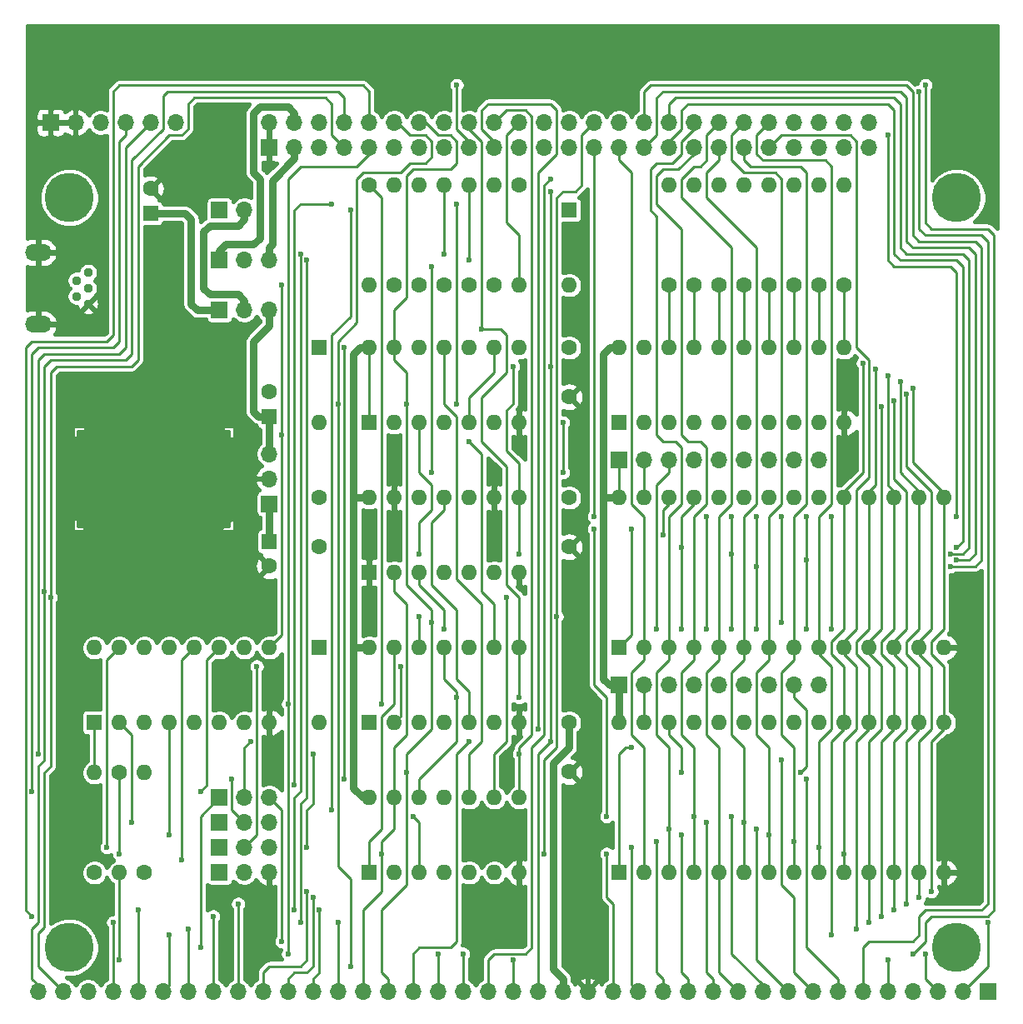
<source format=gtl>
G04 #@! TF.GenerationSoftware,KiCad,Pcbnew,(5.1.12)-1*
G04 #@! TF.CreationDate,2021-12-10T02:29:55-05:00*
G04 #@! TF.ProjectId,1802-Mini-Super-Elf-Bus,31383032-2d4d-4696-9e69-2d5375706572,rev?*
G04 #@! TF.SameCoordinates,Original*
G04 #@! TF.FileFunction,Copper,L1,Top*
G04 #@! TF.FilePolarity,Positive*
%FSLAX46Y46*%
G04 Gerber Fmt 4.6, Leading zero omitted, Abs format (unit mm)*
G04 Created by KiCad (PCBNEW (5.1.12)-1) date 2021-12-10 02:29:55*
%MOMM*%
%LPD*%
G01*
G04 APERTURE LIST*
G04 #@! TA.AperFunction,ComponentPad*
%ADD10O,2.700000X1.700000*%
G04 #@! TD*
G04 #@! TA.AperFunction,ComponentPad*
%ADD11C,0.949960*%
G04 #@! TD*
G04 #@! TA.AperFunction,ComponentPad*
%ADD12O,1.600000X1.600000*%
G04 #@! TD*
G04 #@! TA.AperFunction,ComponentPad*
%ADD13R,1.600000X1.600000*%
G04 #@! TD*
G04 #@! TA.AperFunction,ComponentPad*
%ADD14O,1.700000X1.700000*%
G04 #@! TD*
G04 #@! TA.AperFunction,ComponentPad*
%ADD15R,1.700000X1.700000*%
G04 #@! TD*
G04 #@! TA.AperFunction,ComponentPad*
%ADD16C,1.600000*%
G04 #@! TD*
G04 #@! TA.AperFunction,ComponentPad*
%ADD17C,5.000000*%
G04 #@! TD*
G04 #@! TA.AperFunction,ViaPad*
%ADD18C,3.810000*%
G04 #@! TD*
G04 #@! TA.AperFunction,ViaPad*
%ADD19C,0.600000*%
G04 #@! TD*
G04 #@! TA.AperFunction,Conductor*
%ADD20C,0.500009*%
G04 #@! TD*
G04 #@! TA.AperFunction,Conductor*
%ADD21C,0.250000*%
G04 #@! TD*
G04 #@! TA.AperFunction,Conductor*
%ADD22C,0.750013*%
G04 #@! TD*
G04 #@! TA.AperFunction,Conductor*
%ADD23C,0.381000*%
G04 #@! TD*
G04 #@! TA.AperFunction,Conductor*
%ADD24C,0.100000*%
G04 #@! TD*
G04 APERTURE END LIST*
D10*
X101630000Y-70975000D03*
X101630000Y-78275000D03*
D11*
X106680000Y-76225000D03*
X106680000Y-74625000D03*
X106680000Y-73025000D03*
X105480000Y-73825000D03*
X105480000Y-75425000D03*
D12*
X135255000Y-126365000D03*
X150495000Y-133985000D03*
X137795000Y-126365000D03*
X147955000Y-133985000D03*
X140335000Y-126365000D03*
X145415000Y-133985000D03*
X142875000Y-126365000D03*
X142875000Y-133985000D03*
X145415000Y-126365000D03*
X140335000Y-133985000D03*
X147955000Y-126365000D03*
X137795000Y-133985000D03*
X150495000Y-126365000D03*
D13*
X135255000Y-133985000D03*
D12*
X135255000Y-95885000D03*
X150495000Y-103505000D03*
X137795000Y-95885000D03*
X147955000Y-103505000D03*
X140335000Y-95885000D03*
X145415000Y-103505000D03*
X142875000Y-95885000D03*
X142875000Y-103505000D03*
X145415000Y-95885000D03*
X140335000Y-103505000D03*
X147955000Y-95885000D03*
X137795000Y-103505000D03*
X150495000Y-95885000D03*
D13*
X135255000Y-103505000D03*
D14*
X186055000Y-57785000D03*
X186055000Y-60325000D03*
X183515000Y-57785000D03*
X183515000Y-60325000D03*
X180975000Y-57785000D03*
X180975000Y-60325000D03*
X178435000Y-57785000D03*
X178435000Y-60325000D03*
X175895000Y-57785000D03*
X175895000Y-60325000D03*
X173355000Y-57785000D03*
X173355000Y-60325000D03*
X170815000Y-57785000D03*
X170815000Y-60325000D03*
X168275000Y-57785000D03*
X168275000Y-60325000D03*
X165735000Y-57785000D03*
X165735000Y-60325000D03*
X163195000Y-57785000D03*
X163195000Y-60325000D03*
X160655000Y-57785000D03*
X160655000Y-60325000D03*
X158115000Y-57785000D03*
X158115000Y-60325000D03*
X155575000Y-57785000D03*
X155575000Y-60325000D03*
X153035000Y-57785000D03*
X153035000Y-60325000D03*
X150495000Y-57785000D03*
X150495000Y-60325000D03*
X147955000Y-57785000D03*
X147955000Y-60325000D03*
X145415000Y-57785000D03*
X145415000Y-60325000D03*
X142875000Y-57785000D03*
X142875000Y-60325000D03*
X140335000Y-57785000D03*
X140335000Y-60325000D03*
X137795000Y-57785000D03*
X137795000Y-60325000D03*
X135255000Y-57785000D03*
X135255000Y-60325000D03*
X132715000Y-57785000D03*
X132715000Y-60325000D03*
X130175000Y-57785000D03*
X130175000Y-60325000D03*
X127635000Y-57785000D03*
X127635000Y-60325000D03*
X125095000Y-57785000D03*
D15*
X125095000Y-60325000D03*
D14*
X125095000Y-91440000D03*
X125095000Y-93980000D03*
D15*
X125095000Y-96520000D03*
D12*
X107315000Y-111125000D03*
X125095000Y-118745000D03*
X109855000Y-111125000D03*
X122555000Y-118745000D03*
X112395000Y-111125000D03*
X120015000Y-118745000D03*
X114935000Y-111125000D03*
X117475000Y-118745000D03*
X117475000Y-111125000D03*
X114935000Y-118745000D03*
X120015000Y-111125000D03*
X112395000Y-118745000D03*
X122555000Y-111125000D03*
X109855000Y-118745000D03*
X125095000Y-111125000D03*
D13*
X107315000Y-118745000D03*
X160655000Y-111125000D03*
D12*
X193675000Y-95885000D03*
X163195000Y-111125000D03*
X191135000Y-95885000D03*
X165735000Y-111125000D03*
X188595000Y-95885000D03*
X168275000Y-111125000D03*
X186055000Y-95885000D03*
X170815000Y-111125000D03*
X183515000Y-95885000D03*
X173355000Y-111125000D03*
X180975000Y-95885000D03*
X175895000Y-111125000D03*
X178435000Y-95885000D03*
X178435000Y-111125000D03*
X175895000Y-95885000D03*
X180975000Y-111125000D03*
X173355000Y-95885000D03*
X183515000Y-111125000D03*
X170815000Y-95885000D03*
X186055000Y-111125000D03*
X168275000Y-95885000D03*
X188595000Y-111125000D03*
X165735000Y-95885000D03*
X191135000Y-111125000D03*
X163195000Y-95885000D03*
X193675000Y-111125000D03*
X160655000Y-95885000D03*
X135255000Y-80645000D03*
X150495000Y-88265000D03*
X137795000Y-80645000D03*
X147955000Y-88265000D03*
X140335000Y-80645000D03*
X145415000Y-88265000D03*
X142875000Y-80645000D03*
X142875000Y-88265000D03*
X145415000Y-80645000D03*
X140335000Y-88265000D03*
X147955000Y-80645000D03*
X137795000Y-88265000D03*
X150495000Y-80645000D03*
D13*
X135255000Y-88265000D03*
D14*
X125095000Y-76835000D03*
X122555000Y-76835000D03*
D15*
X120015000Y-76835000D03*
X120015000Y-71755000D03*
D14*
X122555000Y-71755000D03*
X125095000Y-71755000D03*
D16*
X113030000Y-64492500D03*
D13*
X113030000Y-66992500D03*
D15*
X102870000Y-57785000D03*
D14*
X105410000Y-57785000D03*
X107950000Y-57785000D03*
X110490000Y-57785000D03*
X113030000Y-57785000D03*
X115570000Y-57785000D03*
X122555000Y-66675000D03*
D15*
X120015000Y-66675000D03*
D12*
X142875000Y-64135000D03*
D16*
X142875000Y-74295000D03*
D12*
X145415000Y-64135000D03*
D16*
X145415000Y-74295000D03*
D12*
X147955000Y-64135000D03*
D16*
X147955000Y-74295000D03*
D12*
X137795000Y-64135000D03*
D16*
X137795000Y-74295000D03*
D12*
X140335000Y-64135000D03*
D16*
X140335000Y-74295000D03*
D12*
X160655000Y-80645000D03*
X183515000Y-88265000D03*
X163195000Y-80645000D03*
X180975000Y-88265000D03*
X165735000Y-80645000D03*
X178435000Y-88265000D03*
X168275000Y-80645000D03*
X175895000Y-88265000D03*
X170815000Y-80645000D03*
X173355000Y-88265000D03*
X173355000Y-80645000D03*
X170815000Y-88265000D03*
X175895000Y-80645000D03*
X168275000Y-88265000D03*
X178435000Y-80645000D03*
X165735000Y-88265000D03*
X180975000Y-80645000D03*
X163195000Y-88265000D03*
X183515000Y-80645000D03*
D13*
X160655000Y-88265000D03*
X135255000Y-118745000D03*
D12*
X150495000Y-111125000D03*
X137795000Y-118745000D03*
X147955000Y-111125000D03*
X140335000Y-118745000D03*
X145415000Y-111125000D03*
X142875000Y-118745000D03*
X142875000Y-111125000D03*
X145415000Y-118745000D03*
X140335000Y-111125000D03*
X147955000Y-118745000D03*
X137795000Y-111125000D03*
X150495000Y-118745000D03*
X135255000Y-111125000D03*
X112395000Y-123825000D03*
D16*
X112395000Y-133985000D03*
D12*
X107315000Y-123825000D03*
D16*
X107315000Y-133985000D03*
D12*
X109855000Y-133985000D03*
D16*
X109855000Y-123825000D03*
D12*
X168275000Y-64135000D03*
D16*
X168275000Y-74295000D03*
D12*
X173355000Y-64135000D03*
D16*
X173355000Y-74295000D03*
D12*
X178435000Y-64135000D03*
D16*
X178435000Y-74295000D03*
D12*
X183515000Y-64135000D03*
D16*
X183515000Y-74295000D03*
D12*
X165735000Y-64135000D03*
D16*
X165735000Y-74295000D03*
D12*
X170815000Y-64135000D03*
D16*
X170815000Y-74295000D03*
D12*
X175895000Y-64135000D03*
D16*
X175895000Y-74295000D03*
D12*
X180975000Y-64135000D03*
D16*
X180975000Y-74295000D03*
D12*
X135255000Y-74295000D03*
D16*
X135255000Y-64135000D03*
D12*
X150495000Y-74295000D03*
D16*
X150495000Y-64135000D03*
D14*
X125095000Y-133985000D03*
X122555000Y-133985000D03*
D15*
X120015000Y-133985000D03*
D14*
X125095000Y-131445000D03*
X122555000Y-131445000D03*
D15*
X120015000Y-131445000D03*
X120015000Y-126365000D03*
D14*
X122555000Y-126365000D03*
X125095000Y-126365000D03*
X125095000Y-128905000D03*
X122555000Y-128905000D03*
D15*
X120015000Y-128905000D03*
D14*
X180975000Y-92075000D03*
X178435000Y-92075000D03*
X175895000Y-92075000D03*
X173355000Y-92075000D03*
X170815000Y-92075000D03*
X168275000Y-92075000D03*
X165735000Y-92075000D03*
X163195000Y-92075000D03*
D15*
X160655000Y-92075000D03*
D14*
X180975000Y-114935000D03*
X178435000Y-114935000D03*
X175895000Y-114935000D03*
X173355000Y-114935000D03*
X170815000Y-114935000D03*
X168275000Y-114935000D03*
X165735000Y-114935000D03*
X163195000Y-114935000D03*
D15*
X160655000Y-114935000D03*
D14*
X101600000Y-146050000D03*
X104140000Y-146050000D03*
X106680000Y-146050000D03*
X109220000Y-146050000D03*
X111760000Y-146050000D03*
X114300000Y-146050000D03*
X116840000Y-146050000D03*
X119380000Y-146050000D03*
X121920000Y-146050000D03*
X124460000Y-146050000D03*
X127000000Y-146050000D03*
X129540000Y-146050000D03*
X132080000Y-146050000D03*
X134620000Y-146050000D03*
X137160000Y-146050000D03*
X139700000Y-146050000D03*
X142240000Y-146050000D03*
X144780000Y-146050000D03*
X147320000Y-146050000D03*
X149860000Y-146050000D03*
X152400000Y-146050000D03*
X154940000Y-146050000D03*
X157480000Y-146050000D03*
X160020000Y-146050000D03*
X162560000Y-146050000D03*
X165100000Y-146050000D03*
X167640000Y-146050000D03*
X170180000Y-146050000D03*
X172720000Y-146050000D03*
X175260000Y-146050000D03*
X177800000Y-146050000D03*
X180340000Y-146050000D03*
X182880000Y-146050000D03*
X185420000Y-146050000D03*
X187960000Y-146050000D03*
X190500000Y-146050000D03*
X193040000Y-146050000D03*
X195580000Y-146050000D03*
D15*
X198120000Y-146050000D03*
D12*
X130175000Y-118745000D03*
D13*
X130175000Y-111125000D03*
D12*
X155575000Y-74295000D03*
D13*
X155575000Y-66675000D03*
D12*
X130175000Y-88265000D03*
D13*
X130175000Y-80645000D03*
D16*
X125095000Y-85130000D03*
D13*
X125095000Y-87630000D03*
D16*
X155575000Y-85645000D03*
X155575000Y-80645000D03*
X130175000Y-100885000D03*
X130175000Y-95885000D03*
X125095000Y-102830000D03*
D13*
X125095000Y-100330000D03*
D16*
X155575000Y-123745000D03*
X155575000Y-118745000D03*
X155575000Y-95885000D03*
X155575000Y-100885000D03*
D12*
X160655000Y-118745000D03*
X193675000Y-133985000D03*
X163195000Y-118745000D03*
X191135000Y-133985000D03*
X165735000Y-118745000D03*
X188595000Y-133985000D03*
X168275000Y-118745000D03*
X186055000Y-133985000D03*
X170815000Y-118745000D03*
X183515000Y-133985000D03*
X173355000Y-118745000D03*
X180975000Y-133985000D03*
X175895000Y-118745000D03*
X178435000Y-133985000D03*
X178435000Y-118745000D03*
X175895000Y-133985000D03*
X180975000Y-118745000D03*
X173355000Y-133985000D03*
X183515000Y-118745000D03*
X170815000Y-133985000D03*
X186055000Y-118745000D03*
X168275000Y-133985000D03*
X188595000Y-118745000D03*
X165735000Y-133985000D03*
X191135000Y-118745000D03*
X163195000Y-133985000D03*
X193675000Y-118745000D03*
D13*
X160655000Y-133985000D03*
D17*
X104775000Y-65405000D03*
X104775000Y-141605000D03*
X194945000Y-65405000D03*
X194945000Y-141605000D03*
D18*
X108432600Y-93980000D03*
D19*
X132080000Y-86360000D03*
X127000000Y-142240000D03*
X136525000Y-132080000D03*
X161925000Y-121285000D03*
X165100000Y-99695000D03*
X139700000Y-128270000D03*
X177165000Y-97790000D03*
X139065000Y-86360000D03*
X146685000Y-78740000D03*
X183515000Y-132080000D03*
X180975000Y-131445000D03*
X178435000Y-130810000D03*
X175895000Y-130175000D03*
X173355000Y-128905000D03*
X168275000Y-128270000D03*
X165735000Y-129540000D03*
X127635000Y-125095000D03*
X126365000Y-140970000D03*
X182245000Y-109220000D03*
X182245000Y-97790000D03*
X169545000Y-109220000D03*
X167005000Y-100965000D03*
X194945000Y-100965000D03*
X179705000Y-109220000D03*
X179705000Y-97790000D03*
X179705000Y-102235000D03*
X172085000Y-97790000D03*
X172085000Y-101600000D03*
X174625000Y-109220000D03*
X174625000Y-97790000D03*
X174625000Y-102870000D03*
X164465000Y-109220000D03*
X144145000Y-86360000D03*
X123190000Y-120650000D03*
X109855000Y-132080000D03*
X133350000Y-143510000D03*
X187960000Y-142875000D03*
X100965000Y-138430000D03*
X191135000Y-54610000D03*
X150495000Y-121920000D03*
X179705000Y-124460000D03*
X177165000Y-122555000D03*
X152400000Y-119380000D03*
X153670000Y-63500000D03*
X127000000Y-116840000D03*
X142240000Y-142240000D03*
X187325000Y-86677500D03*
X186055000Y-139065000D03*
X132080000Y-139065000D03*
X188595000Y-86042500D03*
X188595000Y-137795000D03*
X130175000Y-137795000D03*
X189865000Y-85407500D03*
X191135000Y-136525000D03*
X129540000Y-136525000D03*
X190500000Y-84772500D03*
X192405000Y-135890000D03*
X128905000Y-135890000D03*
X189230000Y-84137500D03*
X189865000Y-137160000D03*
X121920000Y-137160000D03*
X187960000Y-83502500D03*
X187325000Y-138430000D03*
X119380000Y-138430000D03*
X186690000Y-82867500D03*
X184785000Y-139700000D03*
X116840000Y-139700000D03*
X182245000Y-140335000D03*
X114935000Y-140335000D03*
X185420000Y-82232500D03*
X102235000Y-105410000D03*
X102870000Y-106045000D03*
X126365000Y-89535000D03*
X126365000Y-74295000D03*
X153670000Y-64770000D03*
X153670000Y-82550000D03*
X153670000Y-120650000D03*
X149860000Y-142875000D03*
X109855000Y-142875000D03*
X108585000Y-131445000D03*
X116205000Y-132715000D03*
X167005000Y-123825000D03*
X179070000Y-123825000D03*
X161925000Y-99060000D03*
X100965000Y-125730000D03*
X118110000Y-125730000D03*
X132715000Y-80645000D03*
X132715000Y-124460000D03*
X141605000Y-72390000D03*
X141605000Y-93345000D03*
X145415000Y-71755000D03*
X128905000Y-71755000D03*
X128270000Y-139065000D03*
X109220000Y-139065000D03*
X111760000Y-137795000D03*
X128270000Y-71120000D03*
X142875000Y-71120000D03*
X127635000Y-137795000D03*
X177165000Y-108585000D03*
X139065000Y-123825000D03*
X150495000Y-116205000D03*
X144145000Y-53975000D03*
X191770000Y-53975000D03*
X144780000Y-142240000D03*
X159385000Y-132080000D03*
X161925000Y-131445000D03*
X164465000Y-130810000D03*
X167005000Y-130175000D03*
X169545000Y-128905000D03*
X172085000Y-128270000D03*
X174625000Y-129540000D03*
X118110000Y-141605000D03*
X131445000Y-66040000D03*
X191770000Y-142240000D03*
X131445000Y-127635000D03*
X133350000Y-66675000D03*
X187960000Y-59055000D03*
X194945000Y-97790000D03*
X169545000Y-97790000D03*
X158115000Y-97790000D03*
X167005000Y-109220000D03*
X194945000Y-102235000D03*
X172085000Y-109220000D03*
X194310000Y-101600000D03*
X194310000Y-102870000D03*
X140335000Y-107950000D03*
X154305000Y-107950000D03*
X141605000Y-108585000D03*
X145415000Y-120650000D03*
X190500000Y-142240000D03*
X198120000Y-139065000D03*
X153035000Y-132080000D03*
X114935000Y-130175000D03*
X149860000Y-82550000D03*
X150495000Y-101600000D03*
X149225000Y-106045000D03*
X154940000Y-93345000D03*
X154940000Y-88265000D03*
X144145000Y-66040000D03*
X145415000Y-90170000D03*
X159385000Y-128270000D03*
X158115000Y-99060000D03*
X101600000Y-121920000D03*
X121285000Y-124460000D03*
X111125000Y-128905000D03*
X140335000Y-101600000D03*
X142875000Y-109220000D03*
X138430000Y-113030000D03*
X129540000Y-121920000D03*
X128905000Y-131445000D03*
X123825000Y-113030000D03*
X136525000Y-116840000D03*
X144145000Y-116205000D03*
D20*
X157480000Y-146050000D02*
X158432500Y-145097500D01*
X156527500Y-145097500D02*
X157480000Y-146050000D01*
D21*
X160655000Y-92075000D02*
X160655000Y-95885000D01*
D22*
X159702500Y-80645000D02*
X160655000Y-80645000D01*
X159067500Y-95885000D02*
X159067500Y-81280000D01*
X159067500Y-81280000D02*
X159702500Y-80645000D01*
X160655000Y-95885000D02*
X159067500Y-95885000D01*
X135255000Y-95885000D02*
X133667500Y-95885000D01*
X133667500Y-81280000D02*
X133667500Y-111125000D01*
X135255000Y-80645000D02*
X134302500Y-80645000D01*
X134302500Y-80645000D02*
X133667500Y-81280000D01*
X135255000Y-111125000D02*
X133667500Y-111125000D01*
D21*
X107315000Y-118745000D02*
X107315000Y-123825000D01*
D22*
X133667500Y-125412500D02*
X133667500Y-111125000D01*
X135255000Y-126365000D02*
X134620000Y-126365000D01*
X134620000Y-126365000D02*
X133667500Y-125412500D01*
D21*
X186055000Y-111660870D02*
X186055000Y-111125000D01*
X187325000Y-112930870D02*
X186055000Y-111660870D01*
X187325000Y-119380000D02*
X187325000Y-112930870D01*
X186055000Y-120650000D02*
X187325000Y-119380000D01*
X186055000Y-133985000D02*
X186055000Y-120650000D01*
X189865000Y-119380000D02*
X188595000Y-120650000D01*
X189865000Y-113030000D02*
X189865000Y-119380000D01*
X188595000Y-111760000D02*
X189865000Y-113030000D01*
X188595000Y-120650000D02*
X188595000Y-133985000D01*
X188595000Y-111125000D02*
X188595000Y-111760000D01*
X191135000Y-111760000D02*
X191135000Y-111125000D01*
X192405000Y-113030000D02*
X191135000Y-111760000D01*
X192405000Y-119380000D02*
X192405000Y-113030000D01*
X191135000Y-120650000D02*
X192405000Y-119380000D01*
X191135000Y-133985000D02*
X191135000Y-120650000D01*
X193675000Y-109220000D02*
X193675000Y-95885000D01*
X192405000Y-110490000D02*
X193675000Y-109220000D01*
X192405000Y-111760000D02*
X192405000Y-110490000D01*
X193675000Y-113030000D02*
X192405000Y-111760000D01*
X193675000Y-118745000D02*
X193675000Y-113030000D01*
X189865000Y-110490000D02*
X191135000Y-109220000D01*
X191135000Y-109220000D02*
X191135000Y-95885000D01*
X189865000Y-111760000D02*
X189865000Y-110490000D01*
X191135000Y-113030000D02*
X189865000Y-111760000D01*
X191135000Y-118745000D02*
X191135000Y-113030000D01*
X187325000Y-110490000D02*
X188595000Y-109220000D01*
X187325000Y-111760000D02*
X187325000Y-110490000D01*
X188595000Y-109220000D02*
X188595000Y-95885000D01*
X188595000Y-113030000D02*
X187325000Y-111760000D01*
X188595000Y-118745000D02*
X188595000Y-113030000D01*
X186055000Y-109220000D02*
X186055000Y-95885000D01*
X184785000Y-110490000D02*
X186055000Y-109220000D01*
X184785000Y-111760000D02*
X184785000Y-110490000D01*
X186055000Y-113030000D02*
X184785000Y-111760000D01*
X186055000Y-118745000D02*
X186055000Y-113030000D01*
X183515000Y-109220176D02*
X183515000Y-95885000D01*
X182245705Y-110489471D02*
X183515000Y-109220176D01*
X182245705Y-111760705D02*
X182245705Y-110489471D01*
X183515000Y-113030000D02*
X182245705Y-111760705D01*
X183515000Y-118745000D02*
X183515000Y-113030000D01*
X126365000Y-109855000D02*
X125095000Y-111125000D01*
X165735000Y-74295000D02*
X165735000Y-80645000D01*
X168275000Y-80645000D02*
X168275000Y-74295000D01*
X170815000Y-74295000D02*
X170815000Y-80645000D01*
X173355000Y-80645000D02*
X173355000Y-74295000D01*
X175895000Y-74295000D02*
X175895000Y-80645000D01*
X178435000Y-80645000D02*
X178435000Y-74295000D01*
X180975000Y-74295000D02*
X180975000Y-80645000D01*
X134620000Y-146050000D02*
X134620000Y-142875000D01*
X134620000Y-137795000D02*
X134620000Y-142875000D01*
X136525000Y-135890000D02*
X134620000Y-137795000D01*
X136525000Y-130810000D02*
X136525000Y-135890000D01*
X137795000Y-129540000D02*
X136525000Y-130810000D01*
X160655000Y-121920000D02*
X160655000Y-122555000D01*
X160655000Y-122555000D02*
X160655000Y-127000000D01*
X161925000Y-121285000D02*
X161290000Y-121285000D01*
X161290000Y-121285000D02*
X160655000Y-121920000D01*
X160655000Y-127000000D02*
X160655000Y-133985000D01*
X163195000Y-92075000D02*
X163195000Y-95885000D01*
X165100000Y-97155000D02*
X165735000Y-96520000D01*
X165100000Y-99695000D02*
X165100000Y-97155000D01*
X165735000Y-96520000D02*
X165735000Y-95885000D01*
X140335000Y-128905000D02*
X140335000Y-133985000D01*
X139700000Y-128270000D02*
X140335000Y-128905000D01*
X149225000Y-59055000D02*
X150495000Y-57785000D01*
X149225000Y-67945000D02*
X149225000Y-59055000D01*
X150495000Y-69215000D02*
X149225000Y-67945000D01*
X150495000Y-74295000D02*
X150495000Y-69215000D01*
X137795000Y-81915000D02*
X137795000Y-80645000D01*
X139065000Y-83185000D02*
X137795000Y-81915000D01*
X139065000Y-86360000D02*
X139065000Y-83185000D01*
X145415000Y-58420000D02*
X145415000Y-57785000D01*
X146685000Y-59690000D02*
X145415000Y-58420000D01*
X146685000Y-78740000D02*
X146685000Y-59690000D01*
X183515000Y-111760000D02*
X183515000Y-111125000D01*
X184785000Y-119380000D02*
X184785000Y-113030000D01*
X183515000Y-120650000D02*
X184785000Y-119380000D01*
X183515000Y-132080000D02*
X183515000Y-120650000D01*
X184785000Y-113030000D02*
X183515000Y-111760000D01*
X183515000Y-133985000D02*
X183515000Y-132080000D01*
X180975000Y-133985000D02*
X180975000Y-131445000D01*
X180975000Y-131445000D02*
X180975000Y-120650000D01*
X180975000Y-120650000D02*
X182245000Y-119380000D01*
X182245000Y-119380000D02*
X182245000Y-113030000D01*
X182245000Y-113030000D02*
X180975000Y-111760000D01*
X180975000Y-111760000D02*
X180975000Y-111125000D01*
X182245000Y-62230000D02*
X181610000Y-61595000D01*
X182245000Y-96520000D02*
X182245000Y-62230000D01*
X180975000Y-97790000D02*
X182245000Y-96520000D01*
X180975000Y-111125000D02*
X180975000Y-97790000D01*
X181610000Y-61595000D02*
X175260000Y-61595000D01*
X175260000Y-61595000D02*
X174625000Y-60960000D01*
X174625000Y-60960000D02*
X174625000Y-59055000D01*
X174625000Y-59055000D02*
X175895000Y-57785000D01*
X178435000Y-133985000D02*
X178435000Y-130810000D01*
X178435000Y-130810000D02*
X178435000Y-121285000D01*
X178435000Y-121285000D02*
X177165000Y-120015000D01*
X177165000Y-120015000D02*
X177165000Y-113665000D01*
X177165000Y-113665000D02*
X178435000Y-112395000D01*
X178435000Y-112395000D02*
X178435000Y-111125000D01*
X179070000Y-62230000D02*
X173990000Y-62230000D01*
X179705000Y-62865000D02*
X179070000Y-62230000D01*
X179705000Y-96520000D02*
X179705000Y-62865000D01*
X178435000Y-97790000D02*
X179705000Y-96520000D01*
X178435000Y-111125000D02*
X178435000Y-97790000D01*
X173990000Y-62230000D02*
X173355000Y-61595000D01*
X173355000Y-61595000D02*
X173355000Y-60325000D01*
X175895000Y-112395000D02*
X175895000Y-111125000D01*
X174625000Y-113665000D02*
X175895000Y-112395000D01*
X175895000Y-121285000D02*
X174625000Y-120015000D01*
X175895000Y-130175000D02*
X175895000Y-121285000D01*
X174625000Y-120015000D02*
X174625000Y-113665000D01*
X175895000Y-133985000D02*
X175895000Y-130175000D01*
X176530000Y-62865000D02*
X173355000Y-62865000D01*
X177165000Y-63500000D02*
X176530000Y-62865000D01*
X173355000Y-62865000D02*
X172085000Y-61595000D01*
X177165000Y-96520000D02*
X177165000Y-63500000D01*
X175895000Y-97790000D02*
X177165000Y-96520000D01*
X175895000Y-111125000D02*
X175895000Y-97790000D01*
X173355000Y-57785000D02*
X172085000Y-59055000D01*
X172085000Y-59055000D02*
X172085000Y-61595000D01*
X173355000Y-112395000D02*
X173355000Y-111125000D01*
X172085000Y-113665000D02*
X173355000Y-112395000D01*
X172085000Y-120015000D02*
X172085000Y-113665000D01*
X173355000Y-121285000D02*
X172085000Y-120015000D01*
X173355000Y-128905000D02*
X173355000Y-121285000D01*
X173355000Y-128905000D02*
X173355000Y-133985000D01*
X169545000Y-62865000D02*
X169545000Y-65405000D01*
X169545000Y-65405000D02*
X174625000Y-70485000D01*
X173355000Y-97790000D02*
X173355000Y-111125000D01*
X174625000Y-96520000D02*
X173355000Y-97790000D01*
X174625000Y-70485000D02*
X174625000Y-96520000D01*
X169545000Y-62865000D02*
X170815000Y-61595000D01*
X170815000Y-61595000D02*
X170815000Y-60325000D01*
X170815000Y-121285000D02*
X170815000Y-133985000D01*
X169545000Y-120015000D02*
X170815000Y-121285000D01*
X169545000Y-113665000D02*
X169545000Y-120015000D01*
X170815000Y-112395000D02*
X169545000Y-113665000D01*
X170815000Y-111125000D02*
X170815000Y-112395000D01*
X170815000Y-144145000D02*
X172720000Y-146050000D01*
X170815000Y-133985000D02*
X170815000Y-144145000D01*
X168275000Y-112395000D02*
X168275000Y-111125000D01*
X167005000Y-113665000D02*
X168275000Y-112395000D01*
X167005000Y-120015000D02*
X167005000Y-113665000D01*
X168275000Y-121285000D02*
X167005000Y-120015000D01*
X168275000Y-128270000D02*
X168275000Y-121285000D01*
X168275000Y-133985000D02*
X168275000Y-128270000D01*
X165735000Y-112395000D02*
X165735000Y-111125000D01*
X164465000Y-113665000D02*
X165735000Y-112395000D01*
X164465000Y-120015000D02*
X164465000Y-113665000D01*
X165735000Y-121285000D02*
X164465000Y-120015000D01*
X165735000Y-129540000D02*
X165735000Y-121285000D01*
X165735000Y-129540000D02*
X165735000Y-133985000D01*
X126365000Y-127635000D02*
X125095000Y-126365000D01*
X126365000Y-140970000D02*
X126365000Y-127635000D01*
X168275000Y-96520000D02*
X168275000Y-95885000D01*
X167005000Y-97790000D02*
X168275000Y-96520000D01*
X167005000Y-100965000D02*
X167005000Y-97790000D01*
X179705000Y-104775000D02*
X179705000Y-109220000D01*
X179705000Y-102235000D02*
X179705000Y-104775000D01*
X179705000Y-97790000D02*
X179705000Y-102235000D01*
X163195000Y-121285000D02*
X163195000Y-133985000D01*
X161925000Y-120015000D02*
X163195000Y-121285000D01*
X161925000Y-113665000D02*
X161925000Y-120015000D01*
X163195000Y-112395000D02*
X161925000Y-113665000D01*
X163195000Y-111125000D02*
X163195000Y-112395000D01*
X172085000Y-101600000D02*
X172085000Y-97790000D01*
X174625000Y-97790000D02*
X174625000Y-109220000D01*
X164465000Y-100965000D02*
X164465000Y-109220000D01*
X164465000Y-94615000D02*
X164465000Y-100965000D01*
X165735000Y-93345000D02*
X164465000Y-94615000D01*
X165735000Y-92075000D02*
X165735000Y-93345000D01*
X147955000Y-106680000D02*
X147955000Y-111125000D01*
X146685000Y-105410000D02*
X147955000Y-106680000D01*
X146685000Y-101600000D02*
X146685000Y-105410000D01*
X111125000Y-128270000D02*
X111125000Y-128270000D01*
D22*
X125095000Y-87630000D02*
X125095000Y-91440000D01*
D21*
X145415000Y-88265000D02*
X145415000Y-85725000D01*
X147955000Y-83185000D02*
X147955000Y-80645000D01*
X145415000Y-85725000D02*
X147955000Y-83185000D01*
X122555000Y-121285000D02*
X122555000Y-126365000D01*
X123190000Y-120650000D02*
X122555000Y-121285000D01*
D22*
X160655000Y-114935000D02*
X160655000Y-118745000D01*
X154940000Y-144780000D02*
X154940000Y-146050000D01*
X155575000Y-118745000D02*
X155575000Y-121285000D01*
X155575000Y-121285000D02*
X153987500Y-122872500D01*
X153987500Y-122872500D02*
X153987500Y-143827500D01*
X153987500Y-143827500D02*
X154940000Y-144780000D01*
X159702500Y-114935000D02*
X159067500Y-114300000D01*
X160655000Y-114935000D02*
X159702500Y-114935000D01*
X159067500Y-114300000D02*
X159067500Y-95885000D01*
X122555000Y-67627500D02*
X122555000Y-66675000D01*
X122555000Y-76835000D02*
X122555000Y-75882500D01*
X122555000Y-75882500D02*
X121920000Y-75247500D01*
X121920000Y-75247500D02*
X119062500Y-75247500D01*
X118427500Y-74612500D02*
X118427500Y-68897500D01*
X119062500Y-75247500D02*
X118427500Y-74612500D01*
X118427500Y-68897500D02*
X119062500Y-68262500D01*
X119062500Y-68262500D02*
X121920000Y-68262500D01*
X121920000Y-68262500D02*
X122555000Y-67627500D01*
D21*
X109855000Y-132080000D02*
X109855000Y-123825000D01*
X135255000Y-80645000D02*
X135255000Y-88265000D01*
X132080000Y-132715000D02*
X132080000Y-88265000D01*
X132080000Y-133350000D02*
X132080000Y-132715000D01*
X133350000Y-134620000D02*
X132080000Y-133350000D01*
X133350000Y-143510000D02*
X133350000Y-134620000D01*
X187960000Y-142875000D02*
X187960000Y-146050000D01*
X132080000Y-80010000D02*
X132080000Y-88265000D01*
X134620000Y-62865000D02*
X133985000Y-63500000D01*
X138430000Y-62865000D02*
X134620000Y-62865000D01*
X139382500Y-61912500D02*
X138430000Y-62865000D01*
X133985000Y-78105000D02*
X132080000Y-80010000D01*
X140970000Y-61912500D02*
X139382500Y-61912500D01*
X133985000Y-63500000D02*
X133985000Y-78105000D01*
X140970000Y-59055000D02*
X141605000Y-59690000D01*
X141605000Y-59690000D02*
X141605000Y-61277500D01*
X138112500Y-57785000D02*
X139382500Y-59055000D01*
X141605000Y-61277500D02*
X140970000Y-61912500D01*
X139382500Y-59055000D02*
X140970000Y-59055000D01*
X137795000Y-57785000D02*
X138112500Y-57785000D01*
X100965000Y-138430000D02*
X100330000Y-137795000D01*
X100330000Y-137795000D02*
X100330000Y-80645000D01*
X100330000Y-80645000D02*
X100965000Y-80010000D01*
X100965000Y-80010000D02*
X108585000Y-80010000D01*
X134620000Y-53975000D02*
X135255000Y-54610000D01*
X108585000Y-80010000D02*
X109220000Y-79375000D01*
X109220000Y-79375000D02*
X109220000Y-54610000D01*
X109220000Y-54610000D02*
X109855000Y-53975000D01*
X109855000Y-53975000D02*
X134620000Y-53975000D01*
X135255000Y-54610000D02*
X135255000Y-57785000D01*
X191135000Y-54610000D02*
X191135000Y-68580000D01*
X190500000Y-140970000D02*
X186055000Y-140970000D01*
X191135000Y-68580000D02*
X191770000Y-69215000D01*
X198120000Y-137160000D02*
X197485000Y-137795000D01*
X191135000Y-140335000D02*
X190500000Y-140970000D01*
X191770000Y-69215000D02*
X197485000Y-69215000D01*
X197485000Y-69215000D02*
X198120000Y-69850000D01*
X198120000Y-69850000D02*
X198120000Y-137160000D01*
X197485000Y-137795000D02*
X191770000Y-137795000D01*
X191770000Y-137795000D02*
X191135000Y-138430000D01*
X191135000Y-138430000D02*
X191135000Y-140335000D01*
X186055000Y-140970000D02*
X185420000Y-141605000D01*
X185420000Y-141605000D02*
X185420000Y-146050000D01*
X151130000Y-56515000D02*
X149225000Y-56515000D01*
X150495000Y-121920000D02*
X150495000Y-121285000D01*
X150495000Y-121285000D02*
X151765000Y-120015000D01*
X149225000Y-56515000D02*
X147955000Y-57785000D01*
X151765000Y-120015000D02*
X151765000Y-57150000D01*
X151765000Y-57150000D02*
X151130000Y-56515000D01*
X150495000Y-121920000D02*
X150495000Y-126365000D01*
X179705000Y-141605000D02*
X182880000Y-144780000D01*
X179705000Y-124460000D02*
X179705000Y-141605000D01*
X182880000Y-144780000D02*
X182880000Y-146050000D01*
X178435000Y-144145000D02*
X180340000Y-146050000D01*
X178435000Y-136525000D02*
X178435000Y-144145000D01*
X177165000Y-135255000D02*
X178435000Y-136525000D01*
X177165000Y-122555000D02*
X177165000Y-135255000D01*
X153670000Y-55880000D02*
X147320000Y-55880000D01*
X147320000Y-55880000D02*
X146685000Y-56515000D01*
X152400000Y-119380000D02*
X152400000Y-62865000D01*
X152400000Y-62865000D02*
X154305000Y-60960000D01*
X154305000Y-60960000D02*
X154305000Y-56515000D01*
X154305000Y-56515000D02*
X153670000Y-55880000D01*
X146685000Y-56515000D02*
X146685000Y-58420000D01*
X146685000Y-58420000D02*
X147955000Y-59690000D01*
X147955000Y-59690000D02*
X147955000Y-60325000D01*
X153670000Y-63500000D02*
X153035000Y-64135000D01*
X153035000Y-64135000D02*
X153035000Y-120015000D01*
X153035000Y-120015000D02*
X151765000Y-121285000D01*
X147955000Y-142240000D02*
X147320000Y-142875000D01*
X147320000Y-142875000D02*
X147320000Y-146050000D01*
X151765000Y-121285000D02*
X151765000Y-141605000D01*
X151130000Y-142240000D02*
X147955000Y-142240000D01*
X151765000Y-141605000D02*
X151130000Y-142240000D01*
X127000000Y-142240000D02*
X127000000Y-116840000D01*
X142240000Y-142240000D02*
X142240000Y-146050000D01*
X133985000Y-62230000D02*
X135255000Y-60960000D01*
X128270000Y-62230000D02*
X133985000Y-62230000D01*
X127000000Y-63500000D02*
X128270000Y-62230000D01*
X135255000Y-60960000D02*
X135255000Y-60325000D01*
X127000000Y-116840000D02*
X127000000Y-63500000D01*
X186055000Y-110490000D02*
X186055000Y-111125000D01*
X187325000Y-109220000D02*
X186055000Y-110490000D01*
X187325000Y-86677500D02*
X187325000Y-109220000D01*
X186055000Y-139065000D02*
X186055000Y-133985000D01*
X132080000Y-144780000D02*
X132080000Y-146050000D01*
X132080000Y-139065000D02*
X132080000Y-144780000D01*
X188595000Y-110490000D02*
X188595000Y-111125000D01*
X189865000Y-109220000D02*
X188595000Y-110490000D01*
X189865000Y-95250000D02*
X189865000Y-109220000D01*
X188595000Y-86042500D02*
X188595000Y-93980000D01*
X188595000Y-93980000D02*
X189865000Y-95250000D01*
X188595000Y-137795000D02*
X188595000Y-133985000D01*
X129540000Y-144780000D02*
X129540000Y-146050000D01*
X130175000Y-144145000D02*
X129540000Y-144780000D01*
X130175000Y-137795000D02*
X130175000Y-144145000D01*
X191135000Y-110490000D02*
X191135000Y-111125000D01*
X192405000Y-109220000D02*
X191135000Y-110490000D01*
X192405000Y-95250000D02*
X192405000Y-109220000D01*
X189865000Y-92710000D02*
X192405000Y-95250000D01*
X189865000Y-85407500D02*
X189865000Y-92710000D01*
X191135000Y-136525000D02*
X191135000Y-133985000D01*
X127000000Y-144780000D02*
X127000000Y-146050000D01*
X127635000Y-144145000D02*
X127000000Y-144780000D01*
X128905000Y-144145000D02*
X127635000Y-144145000D01*
X129540000Y-143510000D02*
X128905000Y-144145000D01*
X129540000Y-136525000D02*
X129540000Y-143510000D01*
X193675000Y-95488125D02*
X193675000Y-95885000D01*
X190500000Y-92313125D02*
X193675000Y-95488125D01*
X190500000Y-84772500D02*
X190500000Y-92313125D01*
X193675000Y-119380000D02*
X193675000Y-118745000D01*
X192405000Y-120650000D02*
X193675000Y-119380000D01*
X192405000Y-135890000D02*
X192405000Y-120650000D01*
X125095000Y-143510000D02*
X124460000Y-144145000D01*
X128270000Y-143510000D02*
X125095000Y-143510000D01*
X124460000Y-144145000D02*
X124460000Y-146050000D01*
X128905000Y-142875000D02*
X128270000Y-143510000D01*
X128905000Y-135890000D02*
X128905000Y-142875000D01*
X189230000Y-93345000D02*
X191135000Y-95250000D01*
X191135000Y-95250000D02*
X191135000Y-95885000D01*
X189230000Y-84137500D02*
X189230000Y-93345000D01*
X191135000Y-119380000D02*
X191135000Y-118745000D01*
X189865000Y-120650000D02*
X191135000Y-119380000D01*
X189865000Y-137160000D02*
X189865000Y-120650000D01*
X121920000Y-137160000D02*
X121920000Y-146050000D01*
X188595000Y-95250000D02*
X188595000Y-95885000D01*
X187960000Y-94615000D02*
X188595000Y-95250000D01*
X187960000Y-83502500D02*
X187960000Y-94615000D01*
X187325000Y-120650000D02*
X188595000Y-119380000D01*
X187325000Y-138430000D02*
X187325000Y-120650000D01*
X188595000Y-119380000D02*
X188595000Y-118745000D01*
X119380000Y-138430000D02*
X119380000Y-146050000D01*
X186055000Y-95250000D02*
X186055000Y-95885000D01*
X186690000Y-82867500D02*
X186690000Y-94615000D01*
X186690000Y-94615000D02*
X186055000Y-95250000D01*
X186055000Y-119380000D02*
X186055000Y-118745000D01*
X184785000Y-120650000D02*
X186055000Y-119380000D01*
X184785000Y-139700000D02*
X184785000Y-120650000D01*
X116840000Y-139700000D02*
X116840000Y-146050000D01*
X183515000Y-119380000D02*
X183515000Y-118745000D01*
X182245000Y-120650000D02*
X183515000Y-119380000D01*
X182245000Y-140335000D02*
X182245000Y-120650000D01*
X114935000Y-140335000D02*
X114935000Y-145415000D01*
X114935000Y-145415000D02*
X114300000Y-146050000D01*
X183515000Y-95250000D02*
X183515000Y-95885000D01*
X185420000Y-93345000D02*
X183515000Y-95250000D01*
X185420000Y-82232500D02*
X185420000Y-93345000D01*
X132715000Y-55245000D02*
X132715000Y-57785000D01*
X132080000Y-54610000D02*
X132715000Y-55245000D01*
X114300000Y-55086250D02*
X114776250Y-54610000D01*
X114776250Y-54610000D02*
X132080000Y-54610000D01*
X114300000Y-58420000D02*
X114300000Y-55086250D01*
X111125000Y-61595000D02*
X114300000Y-58420000D01*
X110490000Y-81915000D02*
X111125000Y-81280000D01*
X111125000Y-81280000D02*
X111125000Y-61595000D01*
X102870000Y-81915000D02*
X110490000Y-81915000D01*
X102235000Y-82550000D02*
X102870000Y-81915000D01*
X102235000Y-105410000D02*
X102235000Y-82550000D01*
X100965000Y-144780000D02*
X101600000Y-145415000D01*
X100965000Y-139700000D02*
X100965000Y-144780000D01*
X101600000Y-145415000D02*
X101600000Y-146050000D01*
X101600000Y-123190000D02*
X101600000Y-139065000D01*
X101600000Y-139065000D02*
X100965000Y-139700000D01*
X102235000Y-122555000D02*
X101600000Y-123190000D01*
X102235000Y-105410000D02*
X102235000Y-122555000D01*
X102870000Y-83185000D02*
X102870000Y-106045000D01*
X132715000Y-60325000D02*
X131445000Y-59055000D01*
X103505000Y-82550000D02*
X102870000Y-83185000D01*
X131445000Y-59055000D02*
X131445000Y-55880000D01*
X131445000Y-55880000D02*
X130810000Y-55245000D01*
X111760000Y-81915000D02*
X111125000Y-82550000D01*
X130810000Y-55245000D02*
X117475000Y-55245000D01*
X117475000Y-55245000D02*
X116840000Y-55880000D01*
X116840000Y-55880000D02*
X116840000Y-58420000D01*
X116840000Y-58420000D02*
X116205000Y-59055000D01*
X111125000Y-82550000D02*
X103505000Y-82550000D01*
X116205000Y-59055000D02*
X114935000Y-59055000D01*
X114935000Y-59055000D02*
X111760000Y-62230000D01*
X111760000Y-62230000D02*
X111760000Y-81915000D01*
X101600000Y-143510000D02*
X104140000Y-146050000D01*
X101600000Y-140176250D02*
X101600000Y-143510000D01*
X102235000Y-123825000D02*
X102235000Y-139541250D01*
X102870000Y-123190000D02*
X102235000Y-123825000D01*
X102235000Y-139541250D02*
X101600000Y-140176250D01*
X102870000Y-106045000D02*
X102870000Y-123190000D01*
X126365000Y-89535000D02*
X126365000Y-109855000D01*
X126365000Y-74295000D02*
X126365000Y-89535000D01*
X153670000Y-82550000D02*
X153670000Y-64770000D01*
X152400000Y-121920000D02*
X152400000Y-144780000D01*
X153670000Y-120650000D02*
X152400000Y-121920000D01*
X152400000Y-144780000D02*
X152400000Y-146050000D01*
X153670000Y-120650000D02*
X153670000Y-82550000D01*
X149860000Y-142875000D02*
X149860000Y-146050000D01*
X109855000Y-142875000D02*
X109855000Y-137160000D01*
X109855000Y-137160000D02*
X109855000Y-133985000D01*
X137795000Y-126365000D02*
X137795000Y-129540000D01*
X139065000Y-120015000D02*
X139065000Y-106680000D01*
X139065000Y-106680000D02*
X137795000Y-105410000D01*
X137795000Y-121285000D02*
X139065000Y-120015000D01*
X137795000Y-126365000D02*
X137795000Y-121285000D01*
X137795000Y-105410000D02*
X137795000Y-103505000D01*
X108585000Y-112395000D02*
X109855000Y-111125000D01*
X108585000Y-131445000D02*
X108585000Y-112395000D01*
X116205000Y-112395000D02*
X117475000Y-111125000D01*
X116205000Y-132715000D02*
X116205000Y-112395000D01*
X163195000Y-118745000D02*
X163195000Y-114935000D01*
X165735000Y-120015000D02*
X165735000Y-118745000D01*
X167005000Y-121285000D02*
X165735000Y-120015000D01*
X167005000Y-123825000D02*
X167005000Y-121285000D01*
X179705000Y-117475000D02*
X178435000Y-116205000D01*
X178435000Y-116205000D02*
X178435000Y-114935000D01*
X179705000Y-123190000D02*
X179705000Y-117475000D01*
X179070000Y-123825000D02*
X179705000Y-123190000D01*
X161925000Y-109855000D02*
X160655000Y-111125000D01*
X161925000Y-99060000D02*
X161925000Y-109855000D01*
X110490000Y-59055000D02*
X110490000Y-57785000D01*
X109855000Y-59690000D02*
X110490000Y-59055000D01*
X109220000Y-80645000D02*
X109855000Y-80010000D01*
X101600000Y-80645000D02*
X109220000Y-80645000D01*
X109855000Y-80010000D02*
X109855000Y-59690000D01*
X100965000Y-81280000D02*
X101600000Y-80645000D01*
X100965000Y-125730000D02*
X100965000Y-81280000D01*
X118745000Y-112395000D02*
X120015000Y-111125000D01*
X118745000Y-125095000D02*
X118745000Y-112395000D01*
X118110000Y-125730000D02*
X118745000Y-125095000D01*
D22*
X127635000Y-61436250D02*
X127635000Y-60325000D01*
X125412500Y-63658750D02*
X127635000Y-61436250D01*
X125095000Y-70485000D02*
X125412500Y-70167500D01*
X125412500Y-70167500D02*
X125412500Y-63658750D01*
X125095000Y-71755000D02*
X125095000Y-70485000D01*
D21*
X132715000Y-124460000D02*
X132715000Y-80645000D01*
X141605000Y-93345000D02*
X141605000Y-72390000D01*
X145415000Y-71755000D02*
X145415000Y-64135000D01*
X128270000Y-127000000D02*
X128905000Y-126365000D01*
X128270000Y-139065000D02*
X128270000Y-127000000D01*
X128905000Y-126365000D02*
X128905000Y-71755000D01*
X109220000Y-139065000D02*
X109220000Y-146050000D01*
X111760000Y-137795000D02*
X111760000Y-146050000D01*
X142875000Y-71120000D02*
X142875000Y-64135000D01*
X128270000Y-125730000D02*
X128270000Y-71120000D01*
X127635000Y-126365000D02*
X128270000Y-125730000D01*
X127635000Y-137795000D02*
X127635000Y-126365000D01*
X177165000Y-97790000D02*
X177165000Y-108585000D01*
X139065000Y-123825000D02*
X139065000Y-135255000D01*
X136525000Y-137795000D02*
X136525000Y-144145000D01*
X136525000Y-144145000D02*
X137160000Y-144780000D01*
X137160000Y-144780000D02*
X137160000Y-146050000D01*
X139065000Y-135255000D02*
X136525000Y-137795000D01*
X150495000Y-116205000D02*
X150495000Y-111125000D01*
X145415000Y-59690000D02*
X145415000Y-60325000D01*
X144145000Y-53975000D02*
X144145000Y-58420000D01*
X144145000Y-58420000D02*
X145415000Y-59690000D01*
X144780000Y-142240000D02*
X144780000Y-146050000D01*
X184150000Y-59055000D02*
X177165000Y-59055000D01*
X184785000Y-59690000D02*
X184150000Y-59055000D01*
X177165000Y-59055000D02*
X175895000Y-60325000D01*
X184785000Y-80645000D02*
X184785000Y-59690000D01*
X186055000Y-81915000D02*
X184785000Y-80645000D01*
X186055000Y-93821250D02*
X186055000Y-81915000D01*
X184785000Y-109220000D02*
X184785000Y-95091250D01*
X183515000Y-110490000D02*
X184785000Y-109220000D01*
X184785000Y-95091250D02*
X186055000Y-93821250D01*
X183515000Y-111125000D02*
X183515000Y-110490000D01*
X160020000Y-137160000D02*
X160020000Y-146050000D01*
X159385000Y-136525000D02*
X160020000Y-137160000D01*
X159385000Y-132080000D02*
X159385000Y-136525000D01*
X161925000Y-131445000D02*
X161925000Y-145415000D01*
X161925000Y-145415000D02*
X162560000Y-146050000D01*
X165100000Y-144780000D02*
X165100000Y-146050000D01*
X164465000Y-130810000D02*
X164465000Y-144145000D01*
X164465000Y-144145000D02*
X165100000Y-144780000D01*
X167640000Y-144780000D02*
X167640000Y-146050000D01*
X167005000Y-144145000D02*
X167640000Y-144780000D01*
X167005000Y-130175000D02*
X167005000Y-144145000D01*
X170180000Y-144780000D02*
X170180000Y-146050000D01*
X169545000Y-144145000D02*
X170180000Y-144780000D01*
X169545000Y-128905000D02*
X169545000Y-144145000D01*
X175260000Y-145415000D02*
X175260000Y-146050000D01*
X172085000Y-142240000D02*
X175260000Y-145415000D01*
X172085000Y-128270000D02*
X172085000Y-142240000D01*
X174625000Y-142875000D02*
X177800000Y-146050000D01*
X174625000Y-129540000D02*
X174625000Y-142875000D01*
X118110000Y-128270000D02*
X120015000Y-126365000D01*
X118110000Y-141605000D02*
X118110000Y-128270000D01*
X127635000Y-70485000D02*
X127635000Y-125095000D01*
X127635000Y-66675000D02*
X127635000Y-70485000D01*
X128270000Y-66040000D02*
X127635000Y-66675000D01*
X131445000Y-66040000D02*
X128270000Y-66040000D01*
X191770000Y-142240000D02*
X191770000Y-144780000D01*
X191770000Y-144780000D02*
X193040000Y-146050000D01*
X133350000Y-77470000D02*
X131445000Y-79375000D01*
X131445000Y-79375000D02*
X131445000Y-127635000D01*
X133350000Y-66675000D02*
X133350000Y-77470000D01*
X182245000Y-97790000D02*
X182245000Y-109220000D01*
X188595000Y-72390000D02*
X187960000Y-71755000D01*
X187960000Y-71755000D02*
X187960000Y-59055000D01*
X194310000Y-72390000D02*
X188595000Y-72390000D01*
X194945000Y-73025000D02*
X194310000Y-72390000D01*
X194945000Y-97790000D02*
X194945000Y-73025000D01*
X169545000Y-97790000D02*
X169545000Y-109220000D01*
X158115000Y-61595000D02*
X158115000Y-60325000D01*
X158115000Y-97790000D02*
X158115000Y-61595000D01*
X167005000Y-109220000D02*
X167005000Y-100965000D01*
X167005000Y-56515000D02*
X167005000Y-58420000D01*
X188595000Y-56515000D02*
X187960000Y-55880000D01*
X165735000Y-59690000D02*
X165735000Y-60325000D01*
X188595000Y-71120000D02*
X188595000Y-56515000D01*
X167640000Y-55880000D02*
X167005000Y-56515000D01*
X194945000Y-71755000D02*
X189230000Y-71755000D01*
X195580000Y-72390000D02*
X194945000Y-71755000D01*
X167005000Y-58420000D02*
X165735000Y-59690000D01*
X195580000Y-100330000D02*
X195580000Y-72390000D01*
X187960000Y-55880000D02*
X167640000Y-55880000D01*
X189230000Y-71755000D02*
X188595000Y-71120000D01*
X194945000Y-100965000D02*
X195580000Y-100330000D01*
X165100000Y-54610000D02*
X164465000Y-55245000D01*
X189865000Y-55245000D02*
X189230000Y-54610000D01*
X189865000Y-69850000D02*
X189865000Y-55245000D01*
X164465000Y-55245000D02*
X164465000Y-59055000D01*
X190500000Y-70485000D02*
X189865000Y-69850000D01*
X196850000Y-71120000D02*
X196215000Y-70485000D01*
X196850000Y-101600000D02*
X196850000Y-71120000D01*
X189230000Y-54610000D02*
X165100000Y-54610000D01*
X196215000Y-102235000D02*
X196850000Y-101600000D01*
X194945000Y-102235000D02*
X196215000Y-102235000D01*
X196215000Y-70485000D02*
X190500000Y-70485000D01*
X164465000Y-59055000D02*
X163195000Y-60325000D01*
X163195000Y-97790000D02*
X163195000Y-111125000D01*
X161925000Y-96520000D02*
X163195000Y-97790000D01*
X161925000Y-62865000D02*
X161925000Y-96520000D01*
X160655000Y-61595000D02*
X161925000Y-62865000D01*
X160655000Y-60325000D02*
X160655000Y-61595000D01*
X172085000Y-102870000D02*
X172085000Y-101600000D01*
X172085000Y-109220000D02*
X172085000Y-102870000D01*
X194310000Y-101600000D02*
X195580000Y-101600000D01*
X195580000Y-101600000D02*
X196215000Y-100965000D01*
X188595000Y-55245000D02*
X166370000Y-55245000D01*
X196215000Y-100965000D02*
X196215000Y-71755000D01*
X196215000Y-71755000D02*
X195580000Y-71120000D01*
X195580000Y-71120000D02*
X189865000Y-71120000D01*
X189865000Y-71120000D02*
X189230000Y-70485000D01*
X189230000Y-70485000D02*
X189230000Y-55880000D01*
X189230000Y-55880000D02*
X188595000Y-55245000D01*
X166370000Y-55245000D02*
X165735000Y-55880000D01*
X165735000Y-55880000D02*
X165735000Y-57785000D01*
X189865000Y-53975000D02*
X163830000Y-53975000D01*
X190500000Y-69215000D02*
X190500000Y-54610000D01*
X163195000Y-54610000D02*
X163195000Y-57785000D01*
X191135000Y-69850000D02*
X190500000Y-69215000D01*
X196850000Y-69850000D02*
X191135000Y-69850000D01*
X197485000Y-70485000D02*
X196850000Y-69850000D01*
X197485000Y-102235000D02*
X197485000Y-70485000D01*
X190500000Y-54610000D02*
X189865000Y-53975000D01*
X196850000Y-102870000D02*
X197485000Y-102235000D01*
X163830000Y-53975000D02*
X163195000Y-54610000D01*
X194310000Y-102870000D02*
X196850000Y-102870000D01*
X156845000Y-64135000D02*
X156845000Y-59055000D01*
X140335000Y-107950000D02*
X140335000Y-111125000D01*
X156210000Y-64770000D02*
X156845000Y-64135000D01*
X154305000Y-107950000D02*
X154305000Y-65405000D01*
X156845000Y-59055000D02*
X158115000Y-57785000D01*
X154305000Y-65405000D02*
X154940000Y-64770000D01*
X154940000Y-64770000D02*
X156210000Y-64770000D01*
X141605000Y-108585000D02*
X141605000Y-107315000D01*
X139065000Y-104775000D02*
X139065000Y-86360000D01*
X141605000Y-107315000D02*
X139065000Y-104775000D01*
X139065000Y-121920000D02*
X139065000Y-123825000D01*
X141605000Y-119380000D02*
X139065000Y-121920000D01*
X141605000Y-108585000D02*
X141605000Y-119380000D01*
X142240000Y-59055000D02*
X140970000Y-57785000D01*
X140970000Y-57785000D02*
X140335000Y-57785000D01*
X143510000Y-59055000D02*
X142240000Y-59055000D01*
X144145000Y-61912500D02*
X144145000Y-59690000D01*
X143510000Y-62547500D02*
X144145000Y-61912500D01*
X139065000Y-63182500D02*
X139700000Y-62547500D01*
X144145000Y-59690000D02*
X143510000Y-59055000D01*
X139065000Y-75565000D02*
X139065000Y-63182500D01*
X139700000Y-62547500D02*
X143510000Y-62547500D01*
X137795000Y-76835000D02*
X139065000Y-75565000D01*
X137795000Y-80645000D02*
X137795000Y-76835000D01*
X139700000Y-142240000D02*
X139700000Y-146050000D01*
X143510000Y-141605000D02*
X140335000Y-141605000D01*
X144145000Y-140970000D02*
X143510000Y-141605000D01*
X144145000Y-121920000D02*
X144145000Y-140970000D01*
X140335000Y-141605000D02*
X139700000Y-142240000D01*
X145415000Y-120650000D02*
X144145000Y-121920000D01*
X150495000Y-106045000D02*
X150495000Y-111125000D01*
X149225000Y-104775000D02*
X150495000Y-106045000D01*
X149225000Y-92710000D02*
X149225000Y-104775000D01*
X146685000Y-90170000D02*
X149225000Y-92710000D01*
X146685000Y-85725000D02*
X146685000Y-90170000D01*
X149225000Y-79375000D02*
X149225000Y-83185000D01*
X149225000Y-83185000D02*
X146685000Y-85725000D01*
X148590000Y-78740000D02*
X149225000Y-79375000D01*
X146685000Y-78740000D02*
X148590000Y-78740000D01*
X190500000Y-142240000D02*
X191770000Y-140970000D01*
X198755000Y-137795000D02*
X198755000Y-69215000D01*
X191770000Y-140970000D02*
X191770000Y-139065000D01*
X191770000Y-139065000D02*
X192405000Y-138430000D01*
X191770000Y-67945000D02*
X191770000Y-53975000D01*
X192405000Y-138430000D02*
X198120000Y-138430000D01*
X198120000Y-138430000D02*
X198755000Y-137795000D01*
X198755000Y-69215000D02*
X198120000Y-68580000D01*
X198120000Y-68580000D02*
X192405000Y-68580000D01*
X192405000Y-68580000D02*
X191770000Y-67945000D01*
X169545000Y-59055000D02*
X170815000Y-57785000D01*
X169545000Y-61595000D02*
X169545000Y-59055000D01*
X168910000Y-62230000D02*
X169545000Y-61595000D01*
X168275000Y-62230000D02*
X168910000Y-62230000D01*
X167005000Y-63500000D02*
X168275000Y-62230000D01*
X172085000Y-70485000D02*
X167005000Y-65405000D01*
X167005000Y-65405000D02*
X167005000Y-63500000D01*
X172085000Y-96520000D02*
X172085000Y-70485000D01*
X170815000Y-97790000D02*
X172085000Y-96520000D01*
X170815000Y-111125000D02*
X170815000Y-97790000D01*
X164465000Y-63182500D02*
X165100000Y-62547500D01*
X167005000Y-68580000D02*
X164465000Y-66040000D01*
X167005000Y-89535000D02*
X167005000Y-68580000D01*
X166687500Y-62547500D02*
X168275000Y-60960000D01*
X165100000Y-62547500D02*
X166687500Y-62547500D01*
X167640000Y-90170000D02*
X167005000Y-89535000D01*
X168275000Y-60960000D02*
X168275000Y-60325000D01*
X168910000Y-90170000D02*
X167640000Y-90170000D01*
X164465000Y-66040000D02*
X164465000Y-63182500D01*
X169545000Y-96520000D02*
X169545000Y-90805000D01*
X168275000Y-97790000D02*
X169545000Y-96520000D01*
X169545000Y-90805000D02*
X168910000Y-90170000D01*
X168275000Y-111125000D02*
X168275000Y-97790000D01*
X167005000Y-59690000D02*
X168275000Y-58420000D01*
X165735000Y-111125000D02*
X165735000Y-97790000D01*
X163830000Y-62547500D02*
X164465000Y-61912500D01*
X165735000Y-97790000D02*
X167005000Y-96520000D01*
X164465000Y-61912500D02*
X166052500Y-61912500D01*
X167005000Y-96520000D02*
X167005000Y-90805000D01*
X167005000Y-90805000D02*
X166370000Y-90170000D01*
X168275000Y-58420000D02*
X168275000Y-57785000D01*
X165100000Y-90170000D02*
X164465000Y-89535000D01*
X166370000Y-90170000D02*
X165100000Y-90170000D01*
X164465000Y-89535000D02*
X164465000Y-67310000D01*
X164465000Y-67310000D02*
X163830000Y-66675000D01*
X163830000Y-66675000D02*
X163830000Y-62547500D01*
X166052500Y-61912500D02*
X167005000Y-60960000D01*
X167005000Y-60960000D02*
X167005000Y-59690000D01*
X198120000Y-139065000D02*
X198120000Y-143510000D01*
X198120000Y-143510000D02*
X195580000Y-146050000D01*
X153035000Y-122555000D02*
X153035000Y-132080000D01*
X154305000Y-121285000D02*
X153035000Y-122555000D01*
X154305000Y-107950000D02*
X154305000Y-121285000D01*
X114935000Y-130175000D02*
X114935000Y-118745000D01*
X136525000Y-129540000D02*
X135255000Y-130810000D01*
X136525000Y-118110000D02*
X136525000Y-129540000D01*
X137795000Y-116840000D02*
X136525000Y-118110000D01*
X137795000Y-111125000D02*
X137795000Y-116840000D01*
X135255000Y-130810000D02*
X135255000Y-133985000D01*
X142875000Y-86360000D02*
X142875000Y-80645000D01*
X144145000Y-87630000D02*
X142875000Y-86360000D01*
X144145000Y-104140000D02*
X144145000Y-87630000D01*
X146685000Y-106680000D02*
X144145000Y-104140000D01*
X146685000Y-120650000D02*
X146685000Y-106680000D01*
X145415000Y-121920000D02*
X146685000Y-120650000D01*
X145415000Y-126365000D02*
X145415000Y-121920000D01*
X150495000Y-92392500D02*
X150495000Y-95885000D01*
X149225000Y-91122500D02*
X150495000Y-92392500D01*
X149860000Y-86360000D02*
X149225000Y-86995000D01*
X149860000Y-82550000D02*
X149860000Y-86360000D01*
X149225000Y-86995000D02*
X149225000Y-91122500D01*
X150495000Y-101600000D02*
X150495000Y-95885000D01*
X149225000Y-120650000D02*
X147955000Y-121920000D01*
X149225000Y-106045000D02*
X149225000Y-120650000D01*
X147955000Y-121920000D02*
X147955000Y-126365000D01*
X154940000Y-88265000D02*
X154940000Y-93345000D01*
X144145000Y-66040000D02*
X144145000Y-86360000D01*
X146685000Y-91440000D02*
X146685000Y-101600000D01*
X145415000Y-90170000D02*
X146685000Y-91440000D01*
X159385000Y-116205000D02*
X159385000Y-128270000D01*
X158115000Y-114935000D02*
X159385000Y-116205000D01*
X158115000Y-99060000D02*
X158115000Y-114935000D01*
X110490000Y-80645000D02*
X110490000Y-60325000D01*
X109855000Y-81280000D02*
X110490000Y-80645000D01*
X110490000Y-60325000D02*
X113030000Y-57785000D01*
X102235000Y-81280000D02*
X109855000Y-81280000D01*
X101600000Y-81915000D02*
X102235000Y-81280000D01*
X101600000Y-121920000D02*
X101600000Y-81915000D01*
X121285000Y-127635000D02*
X122555000Y-128905000D01*
X121285000Y-124460000D02*
X121285000Y-127635000D01*
X111125000Y-120015000D02*
X109855000Y-118745000D01*
X111125000Y-128905000D02*
X111125000Y-120015000D01*
D22*
X125095000Y-78422500D02*
X125095000Y-76835000D01*
X123507500Y-80010000D02*
X125095000Y-78422500D01*
X123507500Y-87153750D02*
X123507500Y-80010000D01*
X123983750Y-87630000D02*
X123507500Y-87153750D01*
X125095000Y-87630000D02*
X123983750Y-87630000D01*
D21*
X140335000Y-98425000D02*
X140335000Y-101600000D01*
X141605000Y-97155000D02*
X140335000Y-98425000D01*
X141605000Y-94615000D02*
X141605000Y-97155000D01*
X140335000Y-93345000D02*
X141605000Y-94615000D01*
X140335000Y-88265000D02*
X140335000Y-93345000D01*
D22*
X127635000Y-56832500D02*
X127635000Y-57785000D01*
X127000000Y-56197500D02*
X127635000Y-56832500D01*
X124142500Y-56197500D02*
X127000000Y-56197500D01*
X124142500Y-63500000D02*
X123507500Y-62865000D01*
X123507500Y-62865000D02*
X123507500Y-56832500D01*
X123507500Y-70167500D02*
X124142500Y-69532500D01*
X123507500Y-56832500D02*
X124142500Y-56197500D01*
X124142500Y-69532500D02*
X124142500Y-63500000D01*
X120650000Y-70167500D02*
X123507500Y-70167500D01*
X120015000Y-70802500D02*
X120650000Y-70167500D01*
X120015000Y-71755000D02*
X120015000Y-70802500D01*
D21*
X140335000Y-103505000D02*
X140335000Y-104775000D01*
X140335000Y-104775000D02*
X142875000Y-107315000D01*
X142875000Y-107315000D02*
X142875000Y-109220000D01*
X138430000Y-118110000D02*
X137795000Y-118745000D01*
X138430000Y-113030000D02*
X138430000Y-118110000D01*
X141605000Y-98425000D02*
X142875000Y-97155000D01*
X141605000Y-104775000D02*
X141605000Y-98425000D01*
X144145000Y-107315000D02*
X141605000Y-104775000D01*
X144145000Y-114300000D02*
X144145000Y-107315000D01*
X142875000Y-97155000D02*
X142875000Y-95885000D01*
X145415000Y-115570000D02*
X144145000Y-114300000D01*
X145415000Y-118745000D02*
X145415000Y-115570000D01*
X129540000Y-127000000D02*
X129540000Y-121920000D01*
X128905000Y-127635000D02*
X129540000Y-127000000D01*
X128905000Y-131445000D02*
X128905000Y-127635000D01*
X142875000Y-114300000D02*
X142875000Y-111125000D01*
X144145000Y-115570000D02*
X142875000Y-114300000D01*
D22*
X117792500Y-76835000D02*
X120015000Y-76835000D01*
X117157500Y-76200000D02*
X117792500Y-76835000D01*
X117157500Y-67627500D02*
X117157500Y-76200000D01*
X116522500Y-66992500D02*
X117157500Y-67627500D01*
X113030000Y-66992500D02*
X116522500Y-66992500D01*
X125095000Y-96520000D02*
X125095000Y-100330000D01*
D21*
X123825000Y-130175000D02*
X122555000Y-131445000D01*
X123825000Y-113030000D02*
X123825000Y-130175000D01*
X136525000Y-65405000D02*
X135890000Y-64770000D01*
X136525000Y-116840000D02*
X136525000Y-65405000D01*
X135890000Y-64770000D02*
X135255000Y-64135000D01*
X183515000Y-80645000D02*
X183515000Y-74295000D01*
X144145000Y-120650000D02*
X140335000Y-124460000D01*
X144145000Y-115570000D02*
X144145000Y-116205000D01*
X144145000Y-116205000D02*
X144145000Y-120650000D01*
X140335000Y-124460000D02*
X140335000Y-126365000D01*
D23*
X157418500Y-97263728D02*
X157342687Y-97377190D01*
X157276991Y-97535793D01*
X157243500Y-97704165D01*
X157243500Y-97875835D01*
X157276991Y-98044207D01*
X157342687Y-98202810D01*
X157438062Y-98345549D01*
X157517513Y-98425000D01*
X157438062Y-98504451D01*
X157342687Y-98647190D01*
X157276991Y-98805793D01*
X157243500Y-98974165D01*
X157243500Y-99145835D01*
X157276991Y-99314207D01*
X157342687Y-99472810D01*
X157418500Y-99586272D01*
X157418501Y-114900774D01*
X157415130Y-114935000D01*
X157428578Y-115071538D01*
X157468404Y-115202828D01*
X157468405Y-115202829D01*
X157533080Y-115323827D01*
X157620118Y-115429883D01*
X157646696Y-115451695D01*
X158688500Y-116493500D01*
X158688501Y-127743726D01*
X158612687Y-127857190D01*
X158546991Y-128015793D01*
X158513500Y-128184165D01*
X158513500Y-128355835D01*
X158546991Y-128524207D01*
X158612687Y-128682810D01*
X158708062Y-128825549D01*
X158829451Y-128946938D01*
X158972190Y-129042313D01*
X159130793Y-129108009D01*
X159299165Y-129141500D01*
X159470835Y-129141500D01*
X159639207Y-129108009D01*
X159797810Y-129042313D01*
X159940549Y-128946938D01*
X159958500Y-128928987D01*
X159958501Y-131421014D01*
X159940549Y-131403062D01*
X159797810Y-131307687D01*
X159639207Y-131241991D01*
X159470835Y-131208500D01*
X159299165Y-131208500D01*
X159130793Y-131241991D01*
X158972190Y-131307687D01*
X158829451Y-131403062D01*
X158708062Y-131524451D01*
X158612687Y-131667190D01*
X158546991Y-131825793D01*
X158513500Y-131994165D01*
X158513500Y-132165835D01*
X158546991Y-132334207D01*
X158612687Y-132492810D01*
X158688500Y-132606273D01*
X158688501Y-136490774D01*
X158685130Y-136525000D01*
X158698578Y-136661538D01*
X158738404Y-136792828D01*
X158738405Y-136792829D01*
X158803080Y-136913827D01*
X158890118Y-137019883D01*
X158916695Y-137041694D01*
X159323500Y-137448500D01*
X159323501Y-144805762D01*
X159113847Y-144945849D01*
X158915849Y-145143847D01*
X158819789Y-145287610D01*
X158766026Y-145187447D01*
X158573040Y-144953129D01*
X158338049Y-144760964D01*
X158070083Y-144618335D01*
X157784753Y-144531785D01*
X157543500Y-144677593D01*
X157543500Y-145986500D01*
X157563500Y-145986500D01*
X157563500Y-146113500D01*
X157543500Y-146113500D01*
X157543500Y-146133500D01*
X157416500Y-146133500D01*
X157416500Y-146113500D01*
X157396500Y-146113500D01*
X157396500Y-145986500D01*
X157416500Y-145986500D01*
X157416500Y-144677593D01*
X157175247Y-144531785D01*
X156889917Y-144618335D01*
X156621951Y-144760964D01*
X156386960Y-144953129D01*
X156193974Y-145187447D01*
X156140211Y-145287610D01*
X156044151Y-145143847D01*
X155886506Y-144986202D01*
X155886506Y-144826490D01*
X155891085Y-144779999D01*
X155872810Y-144594452D01*
X155818687Y-144416034D01*
X155786542Y-144355895D01*
X155730798Y-144251605D01*
X155612519Y-144107481D01*
X155576405Y-144077843D01*
X154934006Y-143435445D01*
X154934006Y-125101276D01*
X155002831Y-125137806D01*
X155285548Y-125222669D01*
X155579389Y-125250745D01*
X155873061Y-125220957D01*
X156155279Y-125134448D01*
X156407898Y-124999419D01*
X156470276Y-124730078D01*
X155575000Y-123834803D01*
X155560858Y-123848945D01*
X155471055Y-123759142D01*
X155485197Y-123745000D01*
X155664803Y-123745000D01*
X156560078Y-124640276D01*
X156829419Y-124577898D01*
X156967806Y-124317169D01*
X157052669Y-124034452D01*
X157080745Y-123740611D01*
X157050957Y-123446939D01*
X156964448Y-123164721D01*
X156829419Y-122912102D01*
X156560078Y-122849724D01*
X155664803Y-123745000D01*
X155485197Y-123745000D01*
X155471055Y-123730858D01*
X155560858Y-123641055D01*
X155575000Y-123655197D01*
X156470276Y-122759922D01*
X156407898Y-122490581D01*
X156147169Y-122352194D01*
X155915813Y-122282748D01*
X156211400Y-121987161D01*
X156247519Y-121957519D01*
X156365798Y-121813395D01*
X156453688Y-121648964D01*
X156507810Y-121470547D01*
X156521506Y-121331491D01*
X156526085Y-121285001D01*
X156521506Y-121238510D01*
X156521506Y-119738088D01*
X156640314Y-119619280D01*
X156790407Y-119394649D01*
X156893794Y-119145052D01*
X156946500Y-118880081D01*
X156946500Y-118609919D01*
X156893794Y-118344948D01*
X156790407Y-118095351D01*
X156640314Y-117870720D01*
X156449280Y-117679686D01*
X156224649Y-117529593D01*
X155975052Y-117426206D01*
X155710081Y-117373500D01*
X155439919Y-117373500D01*
X155174948Y-117426206D01*
X155001500Y-117498051D01*
X155001500Y-108476272D01*
X155077313Y-108362810D01*
X155143009Y-108204207D01*
X155176500Y-108035835D01*
X155176500Y-107864165D01*
X155143009Y-107695793D01*
X155077313Y-107537190D01*
X155001500Y-107423728D01*
X155001500Y-102277100D01*
X155002831Y-102277806D01*
X155285548Y-102362669D01*
X155579389Y-102390745D01*
X155873061Y-102360957D01*
X156155279Y-102274448D01*
X156407898Y-102139419D01*
X156470276Y-101870078D01*
X155575000Y-100974803D01*
X155560858Y-100988945D01*
X155471055Y-100899142D01*
X155485197Y-100885000D01*
X155664803Y-100885000D01*
X156560078Y-101780276D01*
X156829419Y-101717898D01*
X156967806Y-101457169D01*
X157052669Y-101174452D01*
X157080745Y-100880611D01*
X157050957Y-100586939D01*
X156964448Y-100304721D01*
X156829419Y-100052102D01*
X156560078Y-99989724D01*
X155664803Y-100885000D01*
X155485197Y-100885000D01*
X155471055Y-100870858D01*
X155560858Y-100781055D01*
X155575000Y-100795197D01*
X156470276Y-99899922D01*
X156407898Y-99630581D01*
X156147169Y-99492194D01*
X155864452Y-99407331D01*
X155570611Y-99379255D01*
X155276939Y-99409043D01*
X155001500Y-99493474D01*
X155001500Y-97131949D01*
X155174948Y-97203794D01*
X155439919Y-97256500D01*
X155710081Y-97256500D01*
X155975052Y-97203794D01*
X156224649Y-97100407D01*
X156449280Y-96950314D01*
X156640314Y-96759280D01*
X156790407Y-96534649D01*
X156893794Y-96285052D01*
X156946500Y-96020081D01*
X156946500Y-95749919D01*
X156893794Y-95484948D01*
X156790407Y-95235351D01*
X156640314Y-95010720D01*
X156449280Y-94819686D01*
X156224649Y-94669593D01*
X155975052Y-94566206D01*
X155710081Y-94513500D01*
X155439919Y-94513500D01*
X155174948Y-94566206D01*
X155001500Y-94638051D01*
X155001500Y-94216500D01*
X155025835Y-94216500D01*
X155194207Y-94183009D01*
X155352810Y-94117313D01*
X155495549Y-94021938D01*
X155616938Y-93900549D01*
X155712313Y-93757810D01*
X155778009Y-93599207D01*
X155811500Y-93430835D01*
X155811500Y-93259165D01*
X155778009Y-93090793D01*
X155712313Y-92932190D01*
X155636500Y-92818728D01*
X155636500Y-88791272D01*
X155712313Y-88677810D01*
X155778009Y-88519207D01*
X155811500Y-88350835D01*
X155811500Y-88179165D01*
X155778009Y-88010793D01*
X155712313Y-87852190D01*
X155616938Y-87709451D01*
X155495549Y-87588062D01*
X155352810Y-87492687D01*
X155194207Y-87426991D01*
X155025835Y-87393500D01*
X155001500Y-87393500D01*
X155001500Y-87037100D01*
X155002831Y-87037806D01*
X155285548Y-87122669D01*
X155579389Y-87150745D01*
X155873061Y-87120957D01*
X156155279Y-87034448D01*
X156407898Y-86899419D01*
X156470276Y-86630078D01*
X155575000Y-85734803D01*
X155560858Y-85748945D01*
X155471055Y-85659142D01*
X155485197Y-85645000D01*
X155664803Y-85645000D01*
X156560078Y-86540276D01*
X156829419Y-86477898D01*
X156967806Y-86217169D01*
X157052669Y-85934452D01*
X157080745Y-85640611D01*
X157050957Y-85346939D01*
X156964448Y-85064721D01*
X156829419Y-84812102D01*
X156560078Y-84749724D01*
X155664803Y-85645000D01*
X155485197Y-85645000D01*
X155471055Y-85630858D01*
X155560858Y-85541055D01*
X155575000Y-85555197D01*
X156470276Y-84659922D01*
X156407898Y-84390581D01*
X156147169Y-84252194D01*
X155864452Y-84167331D01*
X155570611Y-84139255D01*
X155276939Y-84169043D01*
X155001500Y-84253474D01*
X155001500Y-81891949D01*
X155174948Y-81963794D01*
X155439919Y-82016500D01*
X155710081Y-82016500D01*
X155975052Y-81963794D01*
X156224649Y-81860407D01*
X156449280Y-81710314D01*
X156640314Y-81519280D01*
X156790407Y-81294649D01*
X156893794Y-81045052D01*
X156946500Y-80780081D01*
X156946500Y-80509919D01*
X156893794Y-80244948D01*
X156790407Y-79995351D01*
X156640314Y-79770720D01*
X156449280Y-79579686D01*
X156224649Y-79429593D01*
X155975052Y-79326206D01*
X155710081Y-79273500D01*
X155439919Y-79273500D01*
X155174948Y-79326206D01*
X155001500Y-79398051D01*
X155001500Y-75541949D01*
X155174948Y-75613794D01*
X155439919Y-75666500D01*
X155710081Y-75666500D01*
X155975052Y-75613794D01*
X156224649Y-75510407D01*
X156449280Y-75360314D01*
X156640314Y-75169280D01*
X156790407Y-74944649D01*
X156893794Y-74695052D01*
X156946500Y-74430081D01*
X156946500Y-74159919D01*
X156893794Y-73894948D01*
X156790407Y-73645351D01*
X156640314Y-73420720D01*
X156449280Y-73229686D01*
X156224649Y-73079593D01*
X155975052Y-72976206D01*
X155710081Y-72923500D01*
X155439919Y-72923500D01*
X155174948Y-72976206D01*
X155001500Y-73048051D01*
X155001500Y-68049265D01*
X156375000Y-68049265D01*
X156487034Y-68038231D01*
X156594762Y-68005552D01*
X156694045Y-67952484D01*
X156781067Y-67881067D01*
X156852484Y-67794045D01*
X156905552Y-67694762D01*
X156938231Y-67587034D01*
X156949265Y-67475000D01*
X156949265Y-65875000D01*
X156938231Y-65762966D01*
X156905552Y-65655238D01*
X156852484Y-65555955D01*
X156781067Y-65468933D01*
X156694045Y-65397516D01*
X156602738Y-65348711D01*
X156704883Y-65264883D01*
X156726699Y-65238300D01*
X157313309Y-64651691D01*
X157339882Y-64629883D01*
X157361691Y-64603309D01*
X157361694Y-64603306D01*
X157415751Y-64537437D01*
X157418501Y-64534087D01*
X157418500Y-97263728D01*
G04 #@! TA.AperFunction,Conductor*
D24*
G36*
X157418500Y-97263728D02*
G01*
X157342687Y-97377190D01*
X157276991Y-97535793D01*
X157243500Y-97704165D01*
X157243500Y-97875835D01*
X157276991Y-98044207D01*
X157342687Y-98202810D01*
X157438062Y-98345549D01*
X157517513Y-98425000D01*
X157438062Y-98504451D01*
X157342687Y-98647190D01*
X157276991Y-98805793D01*
X157243500Y-98974165D01*
X157243500Y-99145835D01*
X157276991Y-99314207D01*
X157342687Y-99472810D01*
X157418500Y-99586272D01*
X157418501Y-114900774D01*
X157415130Y-114935000D01*
X157428578Y-115071538D01*
X157468404Y-115202828D01*
X157468405Y-115202829D01*
X157533080Y-115323827D01*
X157620118Y-115429883D01*
X157646696Y-115451695D01*
X158688500Y-116493500D01*
X158688501Y-127743726D01*
X158612687Y-127857190D01*
X158546991Y-128015793D01*
X158513500Y-128184165D01*
X158513500Y-128355835D01*
X158546991Y-128524207D01*
X158612687Y-128682810D01*
X158708062Y-128825549D01*
X158829451Y-128946938D01*
X158972190Y-129042313D01*
X159130793Y-129108009D01*
X159299165Y-129141500D01*
X159470835Y-129141500D01*
X159639207Y-129108009D01*
X159797810Y-129042313D01*
X159940549Y-128946938D01*
X159958500Y-128928987D01*
X159958501Y-131421014D01*
X159940549Y-131403062D01*
X159797810Y-131307687D01*
X159639207Y-131241991D01*
X159470835Y-131208500D01*
X159299165Y-131208500D01*
X159130793Y-131241991D01*
X158972190Y-131307687D01*
X158829451Y-131403062D01*
X158708062Y-131524451D01*
X158612687Y-131667190D01*
X158546991Y-131825793D01*
X158513500Y-131994165D01*
X158513500Y-132165835D01*
X158546991Y-132334207D01*
X158612687Y-132492810D01*
X158688500Y-132606273D01*
X158688501Y-136490774D01*
X158685130Y-136525000D01*
X158698578Y-136661538D01*
X158738404Y-136792828D01*
X158738405Y-136792829D01*
X158803080Y-136913827D01*
X158890118Y-137019883D01*
X158916695Y-137041694D01*
X159323500Y-137448500D01*
X159323501Y-144805762D01*
X159113847Y-144945849D01*
X158915849Y-145143847D01*
X158819789Y-145287610D01*
X158766026Y-145187447D01*
X158573040Y-144953129D01*
X158338049Y-144760964D01*
X158070083Y-144618335D01*
X157784753Y-144531785D01*
X157543500Y-144677593D01*
X157543500Y-145986500D01*
X157563500Y-145986500D01*
X157563500Y-146113500D01*
X157543500Y-146113500D01*
X157543500Y-146133500D01*
X157416500Y-146133500D01*
X157416500Y-146113500D01*
X157396500Y-146113500D01*
X157396500Y-145986500D01*
X157416500Y-145986500D01*
X157416500Y-144677593D01*
X157175247Y-144531785D01*
X156889917Y-144618335D01*
X156621951Y-144760964D01*
X156386960Y-144953129D01*
X156193974Y-145187447D01*
X156140211Y-145287610D01*
X156044151Y-145143847D01*
X155886506Y-144986202D01*
X155886506Y-144826490D01*
X155891085Y-144779999D01*
X155872810Y-144594452D01*
X155818687Y-144416034D01*
X155786542Y-144355895D01*
X155730798Y-144251605D01*
X155612519Y-144107481D01*
X155576405Y-144077843D01*
X154934006Y-143435445D01*
X154934006Y-125101276D01*
X155002831Y-125137806D01*
X155285548Y-125222669D01*
X155579389Y-125250745D01*
X155873061Y-125220957D01*
X156155279Y-125134448D01*
X156407898Y-124999419D01*
X156470276Y-124730078D01*
X155575000Y-123834803D01*
X155560858Y-123848945D01*
X155471055Y-123759142D01*
X155485197Y-123745000D01*
X155664803Y-123745000D01*
X156560078Y-124640276D01*
X156829419Y-124577898D01*
X156967806Y-124317169D01*
X157052669Y-124034452D01*
X157080745Y-123740611D01*
X157050957Y-123446939D01*
X156964448Y-123164721D01*
X156829419Y-122912102D01*
X156560078Y-122849724D01*
X155664803Y-123745000D01*
X155485197Y-123745000D01*
X155471055Y-123730858D01*
X155560858Y-123641055D01*
X155575000Y-123655197D01*
X156470276Y-122759922D01*
X156407898Y-122490581D01*
X156147169Y-122352194D01*
X155915813Y-122282748D01*
X156211400Y-121987161D01*
X156247519Y-121957519D01*
X156365798Y-121813395D01*
X156453688Y-121648964D01*
X156507810Y-121470547D01*
X156521506Y-121331491D01*
X156526085Y-121285001D01*
X156521506Y-121238510D01*
X156521506Y-119738088D01*
X156640314Y-119619280D01*
X156790407Y-119394649D01*
X156893794Y-119145052D01*
X156946500Y-118880081D01*
X156946500Y-118609919D01*
X156893794Y-118344948D01*
X156790407Y-118095351D01*
X156640314Y-117870720D01*
X156449280Y-117679686D01*
X156224649Y-117529593D01*
X155975052Y-117426206D01*
X155710081Y-117373500D01*
X155439919Y-117373500D01*
X155174948Y-117426206D01*
X155001500Y-117498051D01*
X155001500Y-108476272D01*
X155077313Y-108362810D01*
X155143009Y-108204207D01*
X155176500Y-108035835D01*
X155176500Y-107864165D01*
X155143009Y-107695793D01*
X155077313Y-107537190D01*
X155001500Y-107423728D01*
X155001500Y-102277100D01*
X155002831Y-102277806D01*
X155285548Y-102362669D01*
X155579389Y-102390745D01*
X155873061Y-102360957D01*
X156155279Y-102274448D01*
X156407898Y-102139419D01*
X156470276Y-101870078D01*
X155575000Y-100974803D01*
X155560858Y-100988945D01*
X155471055Y-100899142D01*
X155485197Y-100885000D01*
X155664803Y-100885000D01*
X156560078Y-101780276D01*
X156829419Y-101717898D01*
X156967806Y-101457169D01*
X157052669Y-101174452D01*
X157080745Y-100880611D01*
X157050957Y-100586939D01*
X156964448Y-100304721D01*
X156829419Y-100052102D01*
X156560078Y-99989724D01*
X155664803Y-100885000D01*
X155485197Y-100885000D01*
X155471055Y-100870858D01*
X155560858Y-100781055D01*
X155575000Y-100795197D01*
X156470276Y-99899922D01*
X156407898Y-99630581D01*
X156147169Y-99492194D01*
X155864452Y-99407331D01*
X155570611Y-99379255D01*
X155276939Y-99409043D01*
X155001500Y-99493474D01*
X155001500Y-97131949D01*
X155174948Y-97203794D01*
X155439919Y-97256500D01*
X155710081Y-97256500D01*
X155975052Y-97203794D01*
X156224649Y-97100407D01*
X156449280Y-96950314D01*
X156640314Y-96759280D01*
X156790407Y-96534649D01*
X156893794Y-96285052D01*
X156946500Y-96020081D01*
X156946500Y-95749919D01*
X156893794Y-95484948D01*
X156790407Y-95235351D01*
X156640314Y-95010720D01*
X156449280Y-94819686D01*
X156224649Y-94669593D01*
X155975052Y-94566206D01*
X155710081Y-94513500D01*
X155439919Y-94513500D01*
X155174948Y-94566206D01*
X155001500Y-94638051D01*
X155001500Y-94216500D01*
X155025835Y-94216500D01*
X155194207Y-94183009D01*
X155352810Y-94117313D01*
X155495549Y-94021938D01*
X155616938Y-93900549D01*
X155712313Y-93757810D01*
X155778009Y-93599207D01*
X155811500Y-93430835D01*
X155811500Y-93259165D01*
X155778009Y-93090793D01*
X155712313Y-92932190D01*
X155636500Y-92818728D01*
X155636500Y-88791272D01*
X155712313Y-88677810D01*
X155778009Y-88519207D01*
X155811500Y-88350835D01*
X155811500Y-88179165D01*
X155778009Y-88010793D01*
X155712313Y-87852190D01*
X155616938Y-87709451D01*
X155495549Y-87588062D01*
X155352810Y-87492687D01*
X155194207Y-87426991D01*
X155025835Y-87393500D01*
X155001500Y-87393500D01*
X155001500Y-87037100D01*
X155002831Y-87037806D01*
X155285548Y-87122669D01*
X155579389Y-87150745D01*
X155873061Y-87120957D01*
X156155279Y-87034448D01*
X156407898Y-86899419D01*
X156470276Y-86630078D01*
X155575000Y-85734803D01*
X155560858Y-85748945D01*
X155471055Y-85659142D01*
X155485197Y-85645000D01*
X155664803Y-85645000D01*
X156560078Y-86540276D01*
X156829419Y-86477898D01*
X156967806Y-86217169D01*
X157052669Y-85934452D01*
X157080745Y-85640611D01*
X157050957Y-85346939D01*
X156964448Y-85064721D01*
X156829419Y-84812102D01*
X156560078Y-84749724D01*
X155664803Y-85645000D01*
X155485197Y-85645000D01*
X155471055Y-85630858D01*
X155560858Y-85541055D01*
X155575000Y-85555197D01*
X156470276Y-84659922D01*
X156407898Y-84390581D01*
X156147169Y-84252194D01*
X155864452Y-84167331D01*
X155570611Y-84139255D01*
X155276939Y-84169043D01*
X155001500Y-84253474D01*
X155001500Y-81891949D01*
X155174948Y-81963794D01*
X155439919Y-82016500D01*
X155710081Y-82016500D01*
X155975052Y-81963794D01*
X156224649Y-81860407D01*
X156449280Y-81710314D01*
X156640314Y-81519280D01*
X156790407Y-81294649D01*
X156893794Y-81045052D01*
X156946500Y-80780081D01*
X156946500Y-80509919D01*
X156893794Y-80244948D01*
X156790407Y-79995351D01*
X156640314Y-79770720D01*
X156449280Y-79579686D01*
X156224649Y-79429593D01*
X155975052Y-79326206D01*
X155710081Y-79273500D01*
X155439919Y-79273500D01*
X155174948Y-79326206D01*
X155001500Y-79398051D01*
X155001500Y-75541949D01*
X155174948Y-75613794D01*
X155439919Y-75666500D01*
X155710081Y-75666500D01*
X155975052Y-75613794D01*
X156224649Y-75510407D01*
X156449280Y-75360314D01*
X156640314Y-75169280D01*
X156790407Y-74944649D01*
X156893794Y-74695052D01*
X156946500Y-74430081D01*
X156946500Y-74159919D01*
X156893794Y-73894948D01*
X156790407Y-73645351D01*
X156640314Y-73420720D01*
X156449280Y-73229686D01*
X156224649Y-73079593D01*
X155975052Y-72976206D01*
X155710081Y-72923500D01*
X155439919Y-72923500D01*
X155174948Y-72976206D01*
X155001500Y-73048051D01*
X155001500Y-68049265D01*
X156375000Y-68049265D01*
X156487034Y-68038231D01*
X156594762Y-68005552D01*
X156694045Y-67952484D01*
X156781067Y-67881067D01*
X156852484Y-67794045D01*
X156905552Y-67694762D01*
X156938231Y-67587034D01*
X156949265Y-67475000D01*
X156949265Y-65875000D01*
X156938231Y-65762966D01*
X156905552Y-65655238D01*
X156852484Y-65555955D01*
X156781067Y-65468933D01*
X156694045Y-65397516D01*
X156602738Y-65348711D01*
X156704883Y-65264883D01*
X156726699Y-65238300D01*
X157313309Y-64651691D01*
X157339882Y-64629883D01*
X157361691Y-64603309D01*
X157361694Y-64603306D01*
X157415751Y-64537437D01*
X157418501Y-64534087D01*
X157418500Y-97263728D01*
G37*
G04 #@! TD.AperFunction*
D23*
X149279593Y-127014649D02*
X149429686Y-127239280D01*
X149620720Y-127430314D01*
X149845351Y-127580407D01*
X150094948Y-127683794D01*
X150359919Y-127736500D01*
X150630081Y-127736500D01*
X150895052Y-127683794D01*
X151068500Y-127611949D01*
X151068501Y-132601102D01*
X151064131Y-132598784D01*
X150791925Y-132516212D01*
X150558500Y-132662649D01*
X150558500Y-133921500D01*
X150578500Y-133921500D01*
X150578500Y-134048500D01*
X150558500Y-134048500D01*
X150558500Y-135307351D01*
X150791925Y-135453788D01*
X151064131Y-135371216D01*
X151068501Y-135368898D01*
X151068501Y-141316499D01*
X150841501Y-141543500D01*
X147989216Y-141543500D01*
X147955000Y-141540130D01*
X147920784Y-141543500D01*
X147818462Y-141553578D01*
X147687171Y-141593404D01*
X147566173Y-141658079D01*
X147460117Y-141745117D01*
X147438305Y-141771695D01*
X146851696Y-142358305D01*
X146825117Y-142380118D01*
X146738079Y-142486174D01*
X146673405Y-142607171D01*
X146673404Y-142607172D01*
X146633578Y-142738462D01*
X146620130Y-142875000D01*
X146623500Y-142909215D01*
X146623501Y-144805762D01*
X146413847Y-144945849D01*
X146215849Y-145143847D01*
X146060283Y-145376667D01*
X146050000Y-145401492D01*
X146039717Y-145376667D01*
X145884151Y-145143847D01*
X145686153Y-144945849D01*
X145476500Y-144805763D01*
X145476500Y-142766272D01*
X145552313Y-142652810D01*
X145618009Y-142494207D01*
X145651500Y-142325835D01*
X145651500Y-142154165D01*
X145618009Y-141985793D01*
X145552313Y-141827190D01*
X145456938Y-141684451D01*
X145335549Y-141563062D01*
X145192810Y-141467687D01*
X145034207Y-141401991D01*
X144865835Y-141368500D01*
X144718983Y-141368500D01*
X144726921Y-141358827D01*
X144791596Y-141237829D01*
X144831422Y-141106538D01*
X144841500Y-141004216D01*
X144841500Y-141004215D01*
X144844870Y-140970000D01*
X144841500Y-140935784D01*
X144841500Y-135231949D01*
X145014948Y-135303794D01*
X145279919Y-135356500D01*
X145550081Y-135356500D01*
X145815052Y-135303794D01*
X146064649Y-135200407D01*
X146289280Y-135050314D01*
X146480314Y-134859280D01*
X146630407Y-134634649D01*
X146685000Y-134502851D01*
X146739593Y-134634649D01*
X146889686Y-134859280D01*
X147080720Y-135050314D01*
X147305351Y-135200407D01*
X147554948Y-135303794D01*
X147819919Y-135356500D01*
X148090081Y-135356500D01*
X148355052Y-135303794D01*
X148604649Y-135200407D01*
X148829280Y-135050314D01*
X149020314Y-134859280D01*
X149159700Y-134650673D01*
X149251644Y-134821404D01*
X149438709Y-135047899D01*
X149666367Y-135233548D01*
X149925869Y-135371216D01*
X150198075Y-135453788D01*
X150431500Y-135307351D01*
X150431500Y-134048500D01*
X150411500Y-134048500D01*
X150411500Y-133921500D01*
X150431500Y-133921500D01*
X150431500Y-132662649D01*
X150198075Y-132516212D01*
X149925869Y-132598784D01*
X149666367Y-132736452D01*
X149438709Y-132922101D01*
X149251644Y-133148596D01*
X149159700Y-133319327D01*
X149020314Y-133110720D01*
X148829280Y-132919686D01*
X148604649Y-132769593D01*
X148355052Y-132666206D01*
X148090081Y-132613500D01*
X147819919Y-132613500D01*
X147554948Y-132666206D01*
X147305351Y-132769593D01*
X147080720Y-132919686D01*
X146889686Y-133110720D01*
X146739593Y-133335351D01*
X146685000Y-133467149D01*
X146630407Y-133335351D01*
X146480314Y-133110720D01*
X146289280Y-132919686D01*
X146064649Y-132769593D01*
X145815052Y-132666206D01*
X145550081Y-132613500D01*
X145279919Y-132613500D01*
X145014948Y-132666206D01*
X144841500Y-132738051D01*
X144841500Y-127611949D01*
X145014948Y-127683794D01*
X145279919Y-127736500D01*
X145550081Y-127736500D01*
X145815052Y-127683794D01*
X146064649Y-127580407D01*
X146289280Y-127430314D01*
X146480314Y-127239280D01*
X146630407Y-127014649D01*
X146685000Y-126882851D01*
X146739593Y-127014649D01*
X146889686Y-127239280D01*
X147080720Y-127430314D01*
X147305351Y-127580407D01*
X147554948Y-127683794D01*
X147819919Y-127736500D01*
X148090081Y-127736500D01*
X148355052Y-127683794D01*
X148604649Y-127580407D01*
X148829280Y-127430314D01*
X149020314Y-127239280D01*
X149170407Y-127014649D01*
X149225000Y-126882851D01*
X149279593Y-127014649D01*
G04 #@! TA.AperFunction,Conductor*
D24*
G36*
X149279593Y-127014649D02*
G01*
X149429686Y-127239280D01*
X149620720Y-127430314D01*
X149845351Y-127580407D01*
X150094948Y-127683794D01*
X150359919Y-127736500D01*
X150630081Y-127736500D01*
X150895052Y-127683794D01*
X151068500Y-127611949D01*
X151068501Y-132601102D01*
X151064131Y-132598784D01*
X150791925Y-132516212D01*
X150558500Y-132662649D01*
X150558500Y-133921500D01*
X150578500Y-133921500D01*
X150578500Y-134048500D01*
X150558500Y-134048500D01*
X150558500Y-135307351D01*
X150791925Y-135453788D01*
X151064131Y-135371216D01*
X151068501Y-135368898D01*
X151068501Y-141316499D01*
X150841501Y-141543500D01*
X147989216Y-141543500D01*
X147955000Y-141540130D01*
X147920784Y-141543500D01*
X147818462Y-141553578D01*
X147687171Y-141593404D01*
X147566173Y-141658079D01*
X147460117Y-141745117D01*
X147438305Y-141771695D01*
X146851696Y-142358305D01*
X146825117Y-142380118D01*
X146738079Y-142486174D01*
X146673405Y-142607171D01*
X146673404Y-142607172D01*
X146633578Y-142738462D01*
X146620130Y-142875000D01*
X146623500Y-142909215D01*
X146623501Y-144805762D01*
X146413847Y-144945849D01*
X146215849Y-145143847D01*
X146060283Y-145376667D01*
X146050000Y-145401492D01*
X146039717Y-145376667D01*
X145884151Y-145143847D01*
X145686153Y-144945849D01*
X145476500Y-144805763D01*
X145476500Y-142766272D01*
X145552313Y-142652810D01*
X145618009Y-142494207D01*
X145651500Y-142325835D01*
X145651500Y-142154165D01*
X145618009Y-141985793D01*
X145552313Y-141827190D01*
X145456938Y-141684451D01*
X145335549Y-141563062D01*
X145192810Y-141467687D01*
X145034207Y-141401991D01*
X144865835Y-141368500D01*
X144718983Y-141368500D01*
X144726921Y-141358827D01*
X144791596Y-141237829D01*
X144831422Y-141106538D01*
X144841500Y-141004216D01*
X144841500Y-141004215D01*
X144844870Y-140970000D01*
X144841500Y-140935784D01*
X144841500Y-135231949D01*
X145014948Y-135303794D01*
X145279919Y-135356500D01*
X145550081Y-135356500D01*
X145815052Y-135303794D01*
X146064649Y-135200407D01*
X146289280Y-135050314D01*
X146480314Y-134859280D01*
X146630407Y-134634649D01*
X146685000Y-134502851D01*
X146739593Y-134634649D01*
X146889686Y-134859280D01*
X147080720Y-135050314D01*
X147305351Y-135200407D01*
X147554948Y-135303794D01*
X147819919Y-135356500D01*
X148090081Y-135356500D01*
X148355052Y-135303794D01*
X148604649Y-135200407D01*
X148829280Y-135050314D01*
X149020314Y-134859280D01*
X149159700Y-134650673D01*
X149251644Y-134821404D01*
X149438709Y-135047899D01*
X149666367Y-135233548D01*
X149925869Y-135371216D01*
X150198075Y-135453788D01*
X150431500Y-135307351D01*
X150431500Y-134048500D01*
X150411500Y-134048500D01*
X150411500Y-133921500D01*
X150431500Y-133921500D01*
X150431500Y-132662649D01*
X150198075Y-132516212D01*
X149925869Y-132598784D01*
X149666367Y-132736452D01*
X149438709Y-132922101D01*
X149251644Y-133148596D01*
X149159700Y-133319327D01*
X149020314Y-133110720D01*
X148829280Y-132919686D01*
X148604649Y-132769593D01*
X148355052Y-132666206D01*
X148090081Y-132613500D01*
X147819919Y-132613500D01*
X147554948Y-132666206D01*
X147305351Y-132769593D01*
X147080720Y-132919686D01*
X146889686Y-133110720D01*
X146739593Y-133335351D01*
X146685000Y-133467149D01*
X146630407Y-133335351D01*
X146480314Y-133110720D01*
X146289280Y-132919686D01*
X146064649Y-132769593D01*
X145815052Y-132666206D01*
X145550081Y-132613500D01*
X145279919Y-132613500D01*
X145014948Y-132666206D01*
X144841500Y-132738051D01*
X144841500Y-127611949D01*
X145014948Y-127683794D01*
X145279919Y-127736500D01*
X145550081Y-127736500D01*
X145815052Y-127683794D01*
X146064649Y-127580407D01*
X146289280Y-127430314D01*
X146480314Y-127239280D01*
X146630407Y-127014649D01*
X146685000Y-126882851D01*
X146739593Y-127014649D01*
X146889686Y-127239280D01*
X147080720Y-127430314D01*
X147305351Y-127580407D01*
X147554948Y-127683794D01*
X147819919Y-127736500D01*
X148090081Y-127736500D01*
X148355052Y-127683794D01*
X148604649Y-127580407D01*
X148829280Y-127430314D01*
X149020314Y-127239280D01*
X149170407Y-127014649D01*
X149225000Y-126882851D01*
X149279593Y-127014649D01*
G37*
G04 #@! TD.AperFunction*
D23*
X125158500Y-133921500D02*
X125178500Y-133921500D01*
X125178500Y-134048500D01*
X125158500Y-134048500D01*
X125158500Y-135357407D01*
X125399753Y-135503215D01*
X125668500Y-135421695D01*
X125668500Y-140443728D01*
X125592687Y-140557190D01*
X125526991Y-140715793D01*
X125493500Y-140884165D01*
X125493500Y-141055835D01*
X125526991Y-141224207D01*
X125592687Y-141382810D01*
X125688062Y-141525549D01*
X125809451Y-141646938D01*
X125952190Y-141742313D01*
X126110793Y-141808009D01*
X126226129Y-141830951D01*
X126161991Y-141985793D01*
X126128500Y-142154165D01*
X126128500Y-142325835D01*
X126161991Y-142494207D01*
X126227687Y-142652810D01*
X126323062Y-142795549D01*
X126341013Y-142813500D01*
X125129216Y-142813500D01*
X125095000Y-142810130D01*
X125060784Y-142813500D01*
X124958462Y-142823578D01*
X124827171Y-142863404D01*
X124706173Y-142928079D01*
X124600117Y-143015117D01*
X124578305Y-143041695D01*
X123991696Y-143628305D01*
X123965117Y-143650118D01*
X123878079Y-143756174D01*
X123839198Y-143828915D01*
X123813404Y-143877172D01*
X123773578Y-144008462D01*
X123760130Y-144145000D01*
X123763500Y-144179216D01*
X123763500Y-144805763D01*
X123553847Y-144945849D01*
X123355849Y-145143847D01*
X123200283Y-145376667D01*
X123190000Y-145401492D01*
X123179717Y-145376667D01*
X123024151Y-145143847D01*
X122826153Y-144945849D01*
X122616500Y-144805763D01*
X122616500Y-137686272D01*
X122692313Y-137572810D01*
X122758009Y-137414207D01*
X122791500Y-137245835D01*
X122791500Y-137074165D01*
X122758009Y-136905793D01*
X122692313Y-136747190D01*
X122596938Y-136604451D01*
X122475549Y-136483062D01*
X122332810Y-136387687D01*
X122174207Y-136321991D01*
X122005835Y-136288500D01*
X121834165Y-136288500D01*
X121665793Y-136321991D01*
X121507190Y-136387687D01*
X121364451Y-136483062D01*
X121243062Y-136604451D01*
X121147687Y-136747190D01*
X121081991Y-136905793D01*
X121048500Y-137074165D01*
X121048500Y-137245835D01*
X121081991Y-137414207D01*
X121147687Y-137572810D01*
X121223500Y-137686272D01*
X121223501Y-144805762D01*
X121013847Y-144945849D01*
X120815849Y-145143847D01*
X120660283Y-145376667D01*
X120650000Y-145401492D01*
X120639717Y-145376667D01*
X120484151Y-145143847D01*
X120286153Y-144945849D01*
X120076500Y-144805763D01*
X120076500Y-138956272D01*
X120152313Y-138842810D01*
X120218009Y-138684207D01*
X120251500Y-138515835D01*
X120251500Y-138344165D01*
X120218009Y-138175793D01*
X120152313Y-138017190D01*
X120056938Y-137874451D01*
X119935549Y-137753062D01*
X119792810Y-137657687D01*
X119634207Y-137591991D01*
X119465835Y-137558500D01*
X119294165Y-137558500D01*
X119125793Y-137591991D01*
X118967190Y-137657687D01*
X118824451Y-137753062D01*
X118806500Y-137771013D01*
X118806500Y-135280104D01*
X118845955Y-135312484D01*
X118945238Y-135365552D01*
X119052966Y-135398231D01*
X119165000Y-135409265D01*
X120865000Y-135409265D01*
X120977034Y-135398231D01*
X121084762Y-135365552D01*
X121184045Y-135312484D01*
X121271067Y-135241067D01*
X121342484Y-135154045D01*
X121395552Y-135054762D01*
X121428231Y-134947034D01*
X121435933Y-134868830D01*
X121450849Y-134891153D01*
X121648847Y-135089151D01*
X121881667Y-135244717D01*
X122140364Y-135351873D01*
X122414994Y-135406500D01*
X122695006Y-135406500D01*
X122969636Y-135351873D01*
X123228333Y-135244717D01*
X123461153Y-135089151D01*
X123659151Y-134891153D01*
X123755211Y-134747390D01*
X123808974Y-134847553D01*
X124001960Y-135081871D01*
X124236951Y-135274036D01*
X124504917Y-135416665D01*
X124790247Y-135503215D01*
X125031500Y-135357407D01*
X125031500Y-134048500D01*
X125011500Y-134048500D01*
X125011500Y-133921500D01*
X125031500Y-133921500D01*
X125031500Y-133901500D01*
X125158500Y-133901500D01*
X125158500Y-133921500D01*
G04 #@! TA.AperFunction,Conductor*
D24*
G36*
X125158500Y-133921500D02*
G01*
X125178500Y-133921500D01*
X125178500Y-134048500D01*
X125158500Y-134048500D01*
X125158500Y-135357407D01*
X125399753Y-135503215D01*
X125668500Y-135421695D01*
X125668500Y-140443728D01*
X125592687Y-140557190D01*
X125526991Y-140715793D01*
X125493500Y-140884165D01*
X125493500Y-141055835D01*
X125526991Y-141224207D01*
X125592687Y-141382810D01*
X125688062Y-141525549D01*
X125809451Y-141646938D01*
X125952190Y-141742313D01*
X126110793Y-141808009D01*
X126226129Y-141830951D01*
X126161991Y-141985793D01*
X126128500Y-142154165D01*
X126128500Y-142325835D01*
X126161991Y-142494207D01*
X126227687Y-142652810D01*
X126323062Y-142795549D01*
X126341013Y-142813500D01*
X125129216Y-142813500D01*
X125095000Y-142810130D01*
X125060784Y-142813500D01*
X124958462Y-142823578D01*
X124827171Y-142863404D01*
X124706173Y-142928079D01*
X124600117Y-143015117D01*
X124578305Y-143041695D01*
X123991696Y-143628305D01*
X123965117Y-143650118D01*
X123878079Y-143756174D01*
X123839198Y-143828915D01*
X123813404Y-143877172D01*
X123773578Y-144008462D01*
X123760130Y-144145000D01*
X123763500Y-144179216D01*
X123763500Y-144805763D01*
X123553847Y-144945849D01*
X123355849Y-145143847D01*
X123200283Y-145376667D01*
X123190000Y-145401492D01*
X123179717Y-145376667D01*
X123024151Y-145143847D01*
X122826153Y-144945849D01*
X122616500Y-144805763D01*
X122616500Y-137686272D01*
X122692313Y-137572810D01*
X122758009Y-137414207D01*
X122791500Y-137245835D01*
X122791500Y-137074165D01*
X122758009Y-136905793D01*
X122692313Y-136747190D01*
X122596938Y-136604451D01*
X122475549Y-136483062D01*
X122332810Y-136387687D01*
X122174207Y-136321991D01*
X122005835Y-136288500D01*
X121834165Y-136288500D01*
X121665793Y-136321991D01*
X121507190Y-136387687D01*
X121364451Y-136483062D01*
X121243062Y-136604451D01*
X121147687Y-136747190D01*
X121081991Y-136905793D01*
X121048500Y-137074165D01*
X121048500Y-137245835D01*
X121081991Y-137414207D01*
X121147687Y-137572810D01*
X121223500Y-137686272D01*
X121223501Y-144805762D01*
X121013847Y-144945849D01*
X120815849Y-145143847D01*
X120660283Y-145376667D01*
X120650000Y-145401492D01*
X120639717Y-145376667D01*
X120484151Y-145143847D01*
X120286153Y-144945849D01*
X120076500Y-144805763D01*
X120076500Y-138956272D01*
X120152313Y-138842810D01*
X120218009Y-138684207D01*
X120251500Y-138515835D01*
X120251500Y-138344165D01*
X120218009Y-138175793D01*
X120152313Y-138017190D01*
X120056938Y-137874451D01*
X119935549Y-137753062D01*
X119792810Y-137657687D01*
X119634207Y-137591991D01*
X119465835Y-137558500D01*
X119294165Y-137558500D01*
X119125793Y-137591991D01*
X118967190Y-137657687D01*
X118824451Y-137753062D01*
X118806500Y-137771013D01*
X118806500Y-135280104D01*
X118845955Y-135312484D01*
X118945238Y-135365552D01*
X119052966Y-135398231D01*
X119165000Y-135409265D01*
X120865000Y-135409265D01*
X120977034Y-135398231D01*
X121084762Y-135365552D01*
X121184045Y-135312484D01*
X121271067Y-135241067D01*
X121342484Y-135154045D01*
X121395552Y-135054762D01*
X121428231Y-134947034D01*
X121435933Y-134868830D01*
X121450849Y-134891153D01*
X121648847Y-135089151D01*
X121881667Y-135244717D01*
X122140364Y-135351873D01*
X122414994Y-135406500D01*
X122695006Y-135406500D01*
X122969636Y-135351873D01*
X123228333Y-135244717D01*
X123461153Y-135089151D01*
X123659151Y-134891153D01*
X123755211Y-134747390D01*
X123808974Y-134847553D01*
X124001960Y-135081871D01*
X124236951Y-135274036D01*
X124504917Y-135416665D01*
X124790247Y-135503215D01*
X125031500Y-135357407D01*
X125031500Y-134048500D01*
X125011500Y-134048500D01*
X125011500Y-133921500D01*
X125031500Y-133921500D01*
X125031500Y-133901500D01*
X125158500Y-133901500D01*
X125158500Y-133921500D01*
G37*
G04 #@! TD.AperFunction*
D23*
X116210994Y-68019555D02*
X116210995Y-76153499D01*
X116206415Y-76200000D01*
X116224690Y-76385546D01*
X116250758Y-76471480D01*
X116278813Y-76563964D01*
X116366703Y-76728395D01*
X116484982Y-76872519D01*
X116521100Y-76902160D01*
X117090339Y-77471400D01*
X117119981Y-77507519D01*
X117264105Y-77625798D01*
X117428536Y-77713688D01*
X117548182Y-77749982D01*
X117606953Y-77767810D01*
X117792500Y-77786085D01*
X117838991Y-77781506D01*
X118600240Y-77781506D01*
X118601769Y-77797034D01*
X118634448Y-77904762D01*
X118687516Y-78004045D01*
X118758933Y-78091067D01*
X118845955Y-78162484D01*
X118945238Y-78215552D01*
X119052966Y-78248231D01*
X119165000Y-78259265D01*
X120865000Y-78259265D01*
X120977034Y-78248231D01*
X121084762Y-78215552D01*
X121184045Y-78162484D01*
X121271067Y-78091067D01*
X121342484Y-78004045D01*
X121395552Y-77904762D01*
X121428231Y-77797034D01*
X121435933Y-77718830D01*
X121450849Y-77741153D01*
X121648847Y-77939151D01*
X121881667Y-78094717D01*
X122140364Y-78201873D01*
X122414994Y-78256500D01*
X122695006Y-78256500D01*
X122969636Y-78201873D01*
X123228333Y-78094717D01*
X123461153Y-77939151D01*
X123659151Y-77741153D01*
X123814717Y-77508333D01*
X123825000Y-77483508D01*
X123835283Y-77508333D01*
X123990849Y-77741153D01*
X124148494Y-77898798D01*
X124148494Y-78030445D01*
X122871101Y-79307839D01*
X122834982Y-79337481D01*
X122716703Y-79481605D01*
X122665174Y-79578009D01*
X122628813Y-79646036D01*
X122574690Y-79824454D01*
X122556415Y-80010000D01*
X122560995Y-80056501D01*
X122560994Y-87107259D01*
X122556415Y-87153750D01*
X122574690Y-87339296D01*
X122628812Y-87517713D01*
X122716702Y-87682145D01*
X122834981Y-87826269D01*
X122871105Y-87855915D01*
X123281585Y-88266395D01*
X123311231Y-88302519D01*
X123455355Y-88420798D01*
X123619786Y-88508688D01*
X123731977Y-88542721D01*
X123764448Y-88649762D01*
X123817516Y-88749045D01*
X123888933Y-88836067D01*
X123975955Y-88907484D01*
X124075238Y-88960552D01*
X124148494Y-88982774D01*
X124148495Y-90376201D01*
X123990849Y-90533847D01*
X123835283Y-90766667D01*
X123728127Y-91025364D01*
X123673500Y-91299994D01*
X123673500Y-91580006D01*
X123728127Y-91854636D01*
X123835283Y-92113333D01*
X123990849Y-92346153D01*
X124188847Y-92544151D01*
X124332610Y-92640211D01*
X124232447Y-92693974D01*
X123998129Y-92886960D01*
X123805964Y-93121951D01*
X123663335Y-93389917D01*
X123576785Y-93675247D01*
X123722593Y-93916500D01*
X125031500Y-93916500D01*
X125031500Y-93896500D01*
X125158500Y-93896500D01*
X125158500Y-93916500D01*
X125178500Y-93916500D01*
X125178500Y-94043500D01*
X125158500Y-94043500D01*
X125158500Y-94063500D01*
X125031500Y-94063500D01*
X125031500Y-94043500D01*
X123722593Y-94043500D01*
X123576785Y-94284753D01*
X123663335Y-94570083D01*
X123805964Y-94838049D01*
X123998129Y-95073040D01*
X124064353Y-95127583D01*
X124025238Y-95139448D01*
X123925955Y-95192516D01*
X123838933Y-95263933D01*
X123767516Y-95350955D01*
X123714448Y-95450238D01*
X123681769Y-95557966D01*
X123670735Y-95670000D01*
X123670735Y-97370000D01*
X123681769Y-97482034D01*
X123714448Y-97589762D01*
X123767516Y-97689045D01*
X123838933Y-97776067D01*
X123925955Y-97847484D01*
X124025238Y-97900552D01*
X124132966Y-97933231D01*
X124148494Y-97934760D01*
X124148495Y-98977226D01*
X124075238Y-98999448D01*
X123975955Y-99052516D01*
X123888933Y-99123933D01*
X123817516Y-99210955D01*
X123764448Y-99310238D01*
X123731769Y-99417966D01*
X123720735Y-99530000D01*
X123720735Y-101130000D01*
X123731769Y-101242034D01*
X123764448Y-101349762D01*
X123817516Y-101449045D01*
X123888933Y-101536067D01*
X123975955Y-101607484D01*
X124075238Y-101660552D01*
X124182966Y-101693231D01*
X124233698Y-101698227D01*
X124199724Y-101844922D01*
X125095000Y-102740197D01*
X125109142Y-102726055D01*
X125198945Y-102815858D01*
X125184803Y-102830000D01*
X125198945Y-102844142D01*
X125109142Y-102933945D01*
X125095000Y-102919803D01*
X124199724Y-103815078D01*
X124262102Y-104084419D01*
X124522831Y-104222806D01*
X124805548Y-104307669D01*
X125099389Y-104335745D01*
X125393061Y-104305957D01*
X125668501Y-104221526D01*
X125668501Y-109566499D01*
X125439787Y-109795213D01*
X125230081Y-109753500D01*
X124959919Y-109753500D01*
X124694948Y-109806206D01*
X124445351Y-109909593D01*
X124220720Y-110059686D01*
X124029686Y-110250720D01*
X123879593Y-110475351D01*
X123825000Y-110607149D01*
X123770407Y-110475351D01*
X123620314Y-110250720D01*
X123429280Y-110059686D01*
X123204649Y-109909593D01*
X122955052Y-109806206D01*
X122690081Y-109753500D01*
X122419919Y-109753500D01*
X122154948Y-109806206D01*
X121905351Y-109909593D01*
X121680720Y-110059686D01*
X121489686Y-110250720D01*
X121339593Y-110475351D01*
X121285000Y-110607149D01*
X121230407Y-110475351D01*
X121080314Y-110250720D01*
X120889280Y-110059686D01*
X120664649Y-109909593D01*
X120415052Y-109806206D01*
X120150081Y-109753500D01*
X119879919Y-109753500D01*
X119614948Y-109806206D01*
X119365351Y-109909593D01*
X119140720Y-110059686D01*
X118949686Y-110250720D01*
X118799593Y-110475351D01*
X118745000Y-110607149D01*
X118690407Y-110475351D01*
X118540314Y-110250720D01*
X118349280Y-110059686D01*
X118124649Y-109909593D01*
X117875052Y-109806206D01*
X117610081Y-109753500D01*
X117339919Y-109753500D01*
X117074948Y-109806206D01*
X116825351Y-109909593D01*
X116600720Y-110059686D01*
X116409686Y-110250720D01*
X116259593Y-110475351D01*
X116205000Y-110607149D01*
X116150407Y-110475351D01*
X116000314Y-110250720D01*
X115809280Y-110059686D01*
X115584649Y-109909593D01*
X115335052Y-109806206D01*
X115070081Y-109753500D01*
X114799919Y-109753500D01*
X114534948Y-109806206D01*
X114285351Y-109909593D01*
X114060720Y-110059686D01*
X113869686Y-110250720D01*
X113719593Y-110475351D01*
X113665000Y-110607149D01*
X113610407Y-110475351D01*
X113460314Y-110250720D01*
X113269280Y-110059686D01*
X113044649Y-109909593D01*
X112795052Y-109806206D01*
X112530081Y-109753500D01*
X112259919Y-109753500D01*
X111994948Y-109806206D01*
X111745351Y-109909593D01*
X111520720Y-110059686D01*
X111329686Y-110250720D01*
X111179593Y-110475351D01*
X111125000Y-110607149D01*
X111070407Y-110475351D01*
X110920314Y-110250720D01*
X110729280Y-110059686D01*
X110504649Y-109909593D01*
X110255052Y-109806206D01*
X109990081Y-109753500D01*
X109719919Y-109753500D01*
X109454948Y-109806206D01*
X109205351Y-109909593D01*
X108980720Y-110059686D01*
X108789686Y-110250720D01*
X108639593Y-110475351D01*
X108585000Y-110607149D01*
X108530407Y-110475351D01*
X108380314Y-110250720D01*
X108189280Y-110059686D01*
X107964649Y-109909593D01*
X107715052Y-109806206D01*
X107450081Y-109753500D01*
X107179919Y-109753500D01*
X106914948Y-109806206D01*
X106665351Y-109909593D01*
X106440720Y-110059686D01*
X106249686Y-110250720D01*
X106099593Y-110475351D01*
X105996206Y-110724948D01*
X105943500Y-110989919D01*
X105943500Y-111260081D01*
X105996206Y-111525052D01*
X106099593Y-111774649D01*
X106249686Y-111999280D01*
X106440720Y-112190314D01*
X106665351Y-112340407D01*
X106914948Y-112443794D01*
X107179919Y-112496500D01*
X107450081Y-112496500D01*
X107715052Y-112443794D01*
X107887354Y-112372424D01*
X107885130Y-112395000D01*
X107888501Y-112429226D01*
X107888501Y-117370735D01*
X106515000Y-117370735D01*
X106402966Y-117381769D01*
X106295238Y-117414448D01*
X106195955Y-117467516D01*
X106108933Y-117538933D01*
X106037516Y-117625955D01*
X105984448Y-117725238D01*
X105951769Y-117832966D01*
X105940735Y-117945000D01*
X105940735Y-119545000D01*
X105951769Y-119657034D01*
X105984448Y-119764762D01*
X106037516Y-119864045D01*
X106108933Y-119951067D01*
X106195955Y-120022484D01*
X106295238Y-120075552D01*
X106402966Y-120108231D01*
X106515000Y-120119265D01*
X106618500Y-120119265D01*
X106618501Y-122640897D01*
X106440720Y-122759686D01*
X106249686Y-122950720D01*
X106099593Y-123175351D01*
X105996206Y-123424948D01*
X105943500Y-123689919D01*
X105943500Y-123960081D01*
X105996206Y-124225052D01*
X106099593Y-124474649D01*
X106249686Y-124699280D01*
X106440720Y-124890314D01*
X106665351Y-125040407D01*
X106914948Y-125143794D01*
X107179919Y-125196500D01*
X107450081Y-125196500D01*
X107715052Y-125143794D01*
X107888500Y-125071949D01*
X107888500Y-130918728D01*
X107812687Y-131032190D01*
X107746991Y-131190793D01*
X107713500Y-131359165D01*
X107713500Y-131530835D01*
X107746991Y-131699207D01*
X107812687Y-131857810D01*
X107908062Y-132000549D01*
X108029451Y-132121938D01*
X108172190Y-132217313D01*
X108330793Y-132283009D01*
X108499165Y-132316500D01*
X108670835Y-132316500D01*
X108839207Y-132283009D01*
X108994049Y-132218871D01*
X109016991Y-132334207D01*
X109082687Y-132492810D01*
X109178062Y-132635549D01*
X109280838Y-132738325D01*
X109205351Y-132769593D01*
X108980720Y-132919686D01*
X108789686Y-133110720D01*
X108639593Y-133335351D01*
X108585000Y-133467149D01*
X108530407Y-133335351D01*
X108380314Y-133110720D01*
X108189280Y-132919686D01*
X107964649Y-132769593D01*
X107715052Y-132666206D01*
X107450081Y-132613500D01*
X107179919Y-132613500D01*
X106914948Y-132666206D01*
X106665351Y-132769593D01*
X106440720Y-132919686D01*
X106249686Y-133110720D01*
X106099593Y-133335351D01*
X105996206Y-133584948D01*
X105943500Y-133849919D01*
X105943500Y-134120081D01*
X105996206Y-134385052D01*
X106099593Y-134634649D01*
X106249686Y-134859280D01*
X106440720Y-135050314D01*
X106665351Y-135200407D01*
X106914948Y-135303794D01*
X107179919Y-135356500D01*
X107450081Y-135356500D01*
X107715052Y-135303794D01*
X107964649Y-135200407D01*
X108189280Y-135050314D01*
X108380314Y-134859280D01*
X108530407Y-134634649D01*
X108585000Y-134502851D01*
X108639593Y-134634649D01*
X108789686Y-134859280D01*
X108980720Y-135050314D01*
X109158501Y-135169103D01*
X109158500Y-137194215D01*
X109158501Y-137194225D01*
X109158501Y-138193500D01*
X109134165Y-138193500D01*
X108965793Y-138226991D01*
X108807190Y-138292687D01*
X108664451Y-138388062D01*
X108543062Y-138509451D01*
X108447687Y-138652190D01*
X108381991Y-138810793D01*
X108348500Y-138979165D01*
X108348500Y-139150835D01*
X108381991Y-139319207D01*
X108447687Y-139477810D01*
X108523500Y-139591272D01*
X108523501Y-144805762D01*
X108313847Y-144945849D01*
X108115849Y-145143847D01*
X107960283Y-145376667D01*
X107950000Y-145401492D01*
X107939717Y-145376667D01*
X107784151Y-145143847D01*
X107586153Y-144945849D01*
X107353333Y-144790283D01*
X107094636Y-144683127D01*
X106820006Y-144628500D01*
X106539994Y-144628500D01*
X106265364Y-144683127D01*
X106006667Y-144790283D01*
X105773847Y-144945849D01*
X105575849Y-145143847D01*
X105420283Y-145376667D01*
X105410000Y-145401492D01*
X105399717Y-145376667D01*
X105244151Y-145143847D01*
X105046153Y-144945849D01*
X104813333Y-144790283D01*
X104554636Y-144683127D01*
X104521320Y-144676500D01*
X105077516Y-144676500D01*
X105670924Y-144558464D01*
X106229901Y-144326928D01*
X106732967Y-143990790D01*
X107160790Y-143562967D01*
X107496928Y-143059901D01*
X107728464Y-142500924D01*
X107846500Y-141907516D01*
X107846500Y-141302484D01*
X107728464Y-140709076D01*
X107496928Y-140150099D01*
X107160790Y-139647033D01*
X106732967Y-139219210D01*
X106229901Y-138883072D01*
X105670924Y-138651536D01*
X105077516Y-138533500D01*
X104472484Y-138533500D01*
X103879076Y-138651536D01*
X103320099Y-138883072D01*
X102931500Y-139142726D01*
X102931500Y-124113499D01*
X103338306Y-123706694D01*
X103364883Y-123684883D01*
X103451921Y-123578827D01*
X103516596Y-123457829D01*
X103556422Y-123326538D01*
X103566500Y-123224216D01*
X103566500Y-123224215D01*
X103569870Y-123190000D01*
X103566500Y-123155784D01*
X103566500Y-106571272D01*
X103642313Y-106457810D01*
X103708009Y-106299207D01*
X103741500Y-106130835D01*
X103741500Y-105959165D01*
X103708009Y-105790793D01*
X103642313Y-105632190D01*
X103566500Y-105518728D01*
X103566500Y-102834389D01*
X123589255Y-102834389D01*
X123619043Y-103128061D01*
X123705552Y-103410279D01*
X123840581Y-103662898D01*
X124109922Y-103725276D01*
X125005197Y-102830000D01*
X124109922Y-101934724D01*
X123840581Y-101997102D01*
X123702194Y-102257831D01*
X123617331Y-102540548D01*
X123589255Y-102834389D01*
X103566500Y-102834389D01*
X103566500Y-98171000D01*
X105092500Y-98171000D01*
X105092500Y-99187000D01*
X105096160Y-99224165D01*
X105107001Y-99259901D01*
X105124605Y-99292836D01*
X105148296Y-99321704D01*
X105177164Y-99345395D01*
X105210099Y-99362999D01*
X105245835Y-99373840D01*
X105283000Y-99377500D01*
X106172000Y-99377500D01*
X106209165Y-99373840D01*
X106244901Y-99362999D01*
X106277836Y-99345395D01*
X106306704Y-99321704D01*
X106330395Y-99292836D01*
X106347999Y-99259901D01*
X106358840Y-99224165D01*
X106362500Y-99187000D01*
X106362500Y-98933000D01*
X120205500Y-98933000D01*
X120205500Y-99187000D01*
X120209160Y-99224165D01*
X120220001Y-99259901D01*
X120237605Y-99292836D01*
X120261296Y-99321704D01*
X120290164Y-99345395D01*
X120323099Y-99362999D01*
X120358835Y-99373840D01*
X120396000Y-99377500D01*
X121412000Y-99377500D01*
X121449165Y-99373840D01*
X121484901Y-99362999D01*
X121517836Y-99345395D01*
X121546704Y-99321704D01*
X121570395Y-99292836D01*
X121587999Y-99259901D01*
X121598840Y-99224165D01*
X121602500Y-99187000D01*
X121602500Y-98298000D01*
X121598840Y-98260835D01*
X121587999Y-98225099D01*
X121570395Y-98192164D01*
X121546704Y-98163296D01*
X121517836Y-98139605D01*
X121484901Y-98122001D01*
X121449165Y-98111160D01*
X121412000Y-98107500D01*
X121158000Y-98107500D01*
X121120835Y-98111160D01*
X121085099Y-98122001D01*
X121052164Y-98139605D01*
X121023296Y-98163296D01*
X120999605Y-98192164D01*
X120982001Y-98225099D01*
X120971160Y-98260835D01*
X120967500Y-98298000D01*
X120967500Y-98742500D01*
X120396000Y-98742500D01*
X120358835Y-98746160D01*
X120323099Y-98757001D01*
X120290164Y-98774605D01*
X120261296Y-98798296D01*
X120237605Y-98827164D01*
X120220001Y-98860099D01*
X120209160Y-98895835D01*
X120205500Y-98933000D01*
X106362500Y-98933000D01*
X106358840Y-98895835D01*
X106347999Y-98860099D01*
X106330395Y-98827164D01*
X106306704Y-98798296D01*
X106277836Y-98774605D01*
X106244901Y-98757001D01*
X106209165Y-98746160D01*
X106172000Y-98742500D01*
X105727500Y-98742500D01*
X105727500Y-98171000D01*
X105723840Y-98133835D01*
X105712999Y-98098099D01*
X105695395Y-98065164D01*
X105671704Y-98036296D01*
X105642836Y-98012605D01*
X105609901Y-97995001D01*
X105574165Y-97984160D01*
X105537000Y-97980500D01*
X105283000Y-97980500D01*
X105245835Y-97984160D01*
X105210099Y-97995001D01*
X105177164Y-98012605D01*
X105148296Y-98036296D01*
X105124605Y-98065164D01*
X105107001Y-98098099D01*
X105096160Y-98133835D01*
X105092500Y-98171000D01*
X103566500Y-98171000D01*
X103566500Y-88773000D01*
X105092500Y-88773000D01*
X105092500Y-89662000D01*
X105096160Y-89699165D01*
X105107001Y-89734901D01*
X105124605Y-89767836D01*
X105148296Y-89796704D01*
X105177164Y-89820395D01*
X105210099Y-89837999D01*
X105245835Y-89848840D01*
X105283000Y-89852500D01*
X105537000Y-89852500D01*
X105574165Y-89848840D01*
X105609901Y-89837999D01*
X105642836Y-89820395D01*
X105671704Y-89796704D01*
X105695395Y-89767836D01*
X105712999Y-89734901D01*
X105723840Y-89699165D01*
X105727500Y-89662000D01*
X105727500Y-89217500D01*
X106299000Y-89217500D01*
X106336165Y-89213840D01*
X106371901Y-89202999D01*
X106404836Y-89185395D01*
X106433704Y-89161704D01*
X106457395Y-89132836D01*
X106474999Y-89099901D01*
X106485840Y-89064165D01*
X106489500Y-89027000D01*
X106489500Y-88773000D01*
X120332500Y-88773000D01*
X120332500Y-89027000D01*
X120336160Y-89064165D01*
X120347001Y-89099901D01*
X120364605Y-89132836D01*
X120388296Y-89161704D01*
X120417164Y-89185395D01*
X120450099Y-89202999D01*
X120485835Y-89213840D01*
X120523000Y-89217500D01*
X120967500Y-89217500D01*
X120967500Y-89789000D01*
X120971160Y-89826165D01*
X120982001Y-89861901D01*
X120999605Y-89894836D01*
X121023296Y-89923704D01*
X121052164Y-89947395D01*
X121085099Y-89964999D01*
X121120835Y-89975840D01*
X121158000Y-89979500D01*
X121412000Y-89979500D01*
X121449165Y-89975840D01*
X121484901Y-89964999D01*
X121517836Y-89947395D01*
X121546704Y-89923704D01*
X121570395Y-89894836D01*
X121587999Y-89861901D01*
X121598840Y-89826165D01*
X121602500Y-89789000D01*
X121602500Y-88773000D01*
X121598840Y-88735835D01*
X121587999Y-88700099D01*
X121570395Y-88667164D01*
X121546704Y-88638296D01*
X121517836Y-88614605D01*
X121484901Y-88597001D01*
X121449165Y-88586160D01*
X121412000Y-88582500D01*
X120523000Y-88582500D01*
X120485835Y-88586160D01*
X120450099Y-88597001D01*
X120417164Y-88614605D01*
X120388296Y-88638296D01*
X120364605Y-88667164D01*
X120347001Y-88700099D01*
X120336160Y-88735835D01*
X120332500Y-88773000D01*
X106489500Y-88773000D01*
X106485840Y-88735835D01*
X106474999Y-88700099D01*
X106457395Y-88667164D01*
X106433704Y-88638296D01*
X106404836Y-88614605D01*
X106371901Y-88597001D01*
X106336165Y-88586160D01*
X106299000Y-88582500D01*
X105283000Y-88582500D01*
X105245835Y-88586160D01*
X105210099Y-88597001D01*
X105177164Y-88614605D01*
X105148296Y-88638296D01*
X105124605Y-88667164D01*
X105107001Y-88700099D01*
X105096160Y-88735835D01*
X105092500Y-88773000D01*
X103566500Y-88773000D01*
X103566500Y-83473499D01*
X103793500Y-83246500D01*
X111090784Y-83246500D01*
X111125000Y-83249870D01*
X111261538Y-83236422D01*
X111292803Y-83226938D01*
X111392829Y-83196596D01*
X111513827Y-83131921D01*
X111619883Y-83044883D01*
X111641699Y-83018300D01*
X112228306Y-82431694D01*
X112254883Y-82409883D01*
X112341921Y-82303827D01*
X112406596Y-82182829D01*
X112446422Y-82051538D01*
X112456500Y-81949216D01*
X112456500Y-81949215D01*
X112459870Y-81915000D01*
X112456500Y-81880784D01*
X112456500Y-68366765D01*
X113830000Y-68366765D01*
X113942034Y-68355731D01*
X114049762Y-68323052D01*
X114149045Y-68269984D01*
X114236067Y-68198567D01*
X114307484Y-68111545D01*
X114360552Y-68012262D01*
X114382774Y-67939006D01*
X116130446Y-67939006D01*
X116210994Y-68019555D01*
G04 #@! TA.AperFunction,Conductor*
D24*
G36*
X116210994Y-68019555D02*
G01*
X116210995Y-76153499D01*
X116206415Y-76200000D01*
X116224690Y-76385546D01*
X116250758Y-76471480D01*
X116278813Y-76563964D01*
X116366703Y-76728395D01*
X116484982Y-76872519D01*
X116521100Y-76902160D01*
X117090339Y-77471400D01*
X117119981Y-77507519D01*
X117264105Y-77625798D01*
X117428536Y-77713688D01*
X117548182Y-77749982D01*
X117606953Y-77767810D01*
X117792500Y-77786085D01*
X117838991Y-77781506D01*
X118600240Y-77781506D01*
X118601769Y-77797034D01*
X118634448Y-77904762D01*
X118687516Y-78004045D01*
X118758933Y-78091067D01*
X118845955Y-78162484D01*
X118945238Y-78215552D01*
X119052966Y-78248231D01*
X119165000Y-78259265D01*
X120865000Y-78259265D01*
X120977034Y-78248231D01*
X121084762Y-78215552D01*
X121184045Y-78162484D01*
X121271067Y-78091067D01*
X121342484Y-78004045D01*
X121395552Y-77904762D01*
X121428231Y-77797034D01*
X121435933Y-77718830D01*
X121450849Y-77741153D01*
X121648847Y-77939151D01*
X121881667Y-78094717D01*
X122140364Y-78201873D01*
X122414994Y-78256500D01*
X122695006Y-78256500D01*
X122969636Y-78201873D01*
X123228333Y-78094717D01*
X123461153Y-77939151D01*
X123659151Y-77741153D01*
X123814717Y-77508333D01*
X123825000Y-77483508D01*
X123835283Y-77508333D01*
X123990849Y-77741153D01*
X124148494Y-77898798D01*
X124148494Y-78030445D01*
X122871101Y-79307839D01*
X122834982Y-79337481D01*
X122716703Y-79481605D01*
X122665174Y-79578009D01*
X122628813Y-79646036D01*
X122574690Y-79824454D01*
X122556415Y-80010000D01*
X122560995Y-80056501D01*
X122560994Y-87107259D01*
X122556415Y-87153750D01*
X122574690Y-87339296D01*
X122628812Y-87517713D01*
X122716702Y-87682145D01*
X122834981Y-87826269D01*
X122871105Y-87855915D01*
X123281585Y-88266395D01*
X123311231Y-88302519D01*
X123455355Y-88420798D01*
X123619786Y-88508688D01*
X123731977Y-88542721D01*
X123764448Y-88649762D01*
X123817516Y-88749045D01*
X123888933Y-88836067D01*
X123975955Y-88907484D01*
X124075238Y-88960552D01*
X124148494Y-88982774D01*
X124148495Y-90376201D01*
X123990849Y-90533847D01*
X123835283Y-90766667D01*
X123728127Y-91025364D01*
X123673500Y-91299994D01*
X123673500Y-91580006D01*
X123728127Y-91854636D01*
X123835283Y-92113333D01*
X123990849Y-92346153D01*
X124188847Y-92544151D01*
X124332610Y-92640211D01*
X124232447Y-92693974D01*
X123998129Y-92886960D01*
X123805964Y-93121951D01*
X123663335Y-93389917D01*
X123576785Y-93675247D01*
X123722593Y-93916500D01*
X125031500Y-93916500D01*
X125031500Y-93896500D01*
X125158500Y-93896500D01*
X125158500Y-93916500D01*
X125178500Y-93916500D01*
X125178500Y-94043500D01*
X125158500Y-94043500D01*
X125158500Y-94063500D01*
X125031500Y-94063500D01*
X125031500Y-94043500D01*
X123722593Y-94043500D01*
X123576785Y-94284753D01*
X123663335Y-94570083D01*
X123805964Y-94838049D01*
X123998129Y-95073040D01*
X124064353Y-95127583D01*
X124025238Y-95139448D01*
X123925955Y-95192516D01*
X123838933Y-95263933D01*
X123767516Y-95350955D01*
X123714448Y-95450238D01*
X123681769Y-95557966D01*
X123670735Y-95670000D01*
X123670735Y-97370000D01*
X123681769Y-97482034D01*
X123714448Y-97589762D01*
X123767516Y-97689045D01*
X123838933Y-97776067D01*
X123925955Y-97847484D01*
X124025238Y-97900552D01*
X124132966Y-97933231D01*
X124148494Y-97934760D01*
X124148495Y-98977226D01*
X124075238Y-98999448D01*
X123975955Y-99052516D01*
X123888933Y-99123933D01*
X123817516Y-99210955D01*
X123764448Y-99310238D01*
X123731769Y-99417966D01*
X123720735Y-99530000D01*
X123720735Y-101130000D01*
X123731769Y-101242034D01*
X123764448Y-101349762D01*
X123817516Y-101449045D01*
X123888933Y-101536067D01*
X123975955Y-101607484D01*
X124075238Y-101660552D01*
X124182966Y-101693231D01*
X124233698Y-101698227D01*
X124199724Y-101844922D01*
X125095000Y-102740197D01*
X125109142Y-102726055D01*
X125198945Y-102815858D01*
X125184803Y-102830000D01*
X125198945Y-102844142D01*
X125109142Y-102933945D01*
X125095000Y-102919803D01*
X124199724Y-103815078D01*
X124262102Y-104084419D01*
X124522831Y-104222806D01*
X124805548Y-104307669D01*
X125099389Y-104335745D01*
X125393061Y-104305957D01*
X125668501Y-104221526D01*
X125668501Y-109566499D01*
X125439787Y-109795213D01*
X125230081Y-109753500D01*
X124959919Y-109753500D01*
X124694948Y-109806206D01*
X124445351Y-109909593D01*
X124220720Y-110059686D01*
X124029686Y-110250720D01*
X123879593Y-110475351D01*
X123825000Y-110607149D01*
X123770407Y-110475351D01*
X123620314Y-110250720D01*
X123429280Y-110059686D01*
X123204649Y-109909593D01*
X122955052Y-109806206D01*
X122690081Y-109753500D01*
X122419919Y-109753500D01*
X122154948Y-109806206D01*
X121905351Y-109909593D01*
X121680720Y-110059686D01*
X121489686Y-110250720D01*
X121339593Y-110475351D01*
X121285000Y-110607149D01*
X121230407Y-110475351D01*
X121080314Y-110250720D01*
X120889280Y-110059686D01*
X120664649Y-109909593D01*
X120415052Y-109806206D01*
X120150081Y-109753500D01*
X119879919Y-109753500D01*
X119614948Y-109806206D01*
X119365351Y-109909593D01*
X119140720Y-110059686D01*
X118949686Y-110250720D01*
X118799593Y-110475351D01*
X118745000Y-110607149D01*
X118690407Y-110475351D01*
X118540314Y-110250720D01*
X118349280Y-110059686D01*
X118124649Y-109909593D01*
X117875052Y-109806206D01*
X117610081Y-109753500D01*
X117339919Y-109753500D01*
X117074948Y-109806206D01*
X116825351Y-109909593D01*
X116600720Y-110059686D01*
X116409686Y-110250720D01*
X116259593Y-110475351D01*
X116205000Y-110607149D01*
X116150407Y-110475351D01*
X116000314Y-110250720D01*
X115809280Y-110059686D01*
X115584649Y-109909593D01*
X115335052Y-109806206D01*
X115070081Y-109753500D01*
X114799919Y-109753500D01*
X114534948Y-109806206D01*
X114285351Y-109909593D01*
X114060720Y-110059686D01*
X113869686Y-110250720D01*
X113719593Y-110475351D01*
X113665000Y-110607149D01*
X113610407Y-110475351D01*
X113460314Y-110250720D01*
X113269280Y-110059686D01*
X113044649Y-109909593D01*
X112795052Y-109806206D01*
X112530081Y-109753500D01*
X112259919Y-109753500D01*
X111994948Y-109806206D01*
X111745351Y-109909593D01*
X111520720Y-110059686D01*
X111329686Y-110250720D01*
X111179593Y-110475351D01*
X111125000Y-110607149D01*
X111070407Y-110475351D01*
X110920314Y-110250720D01*
X110729280Y-110059686D01*
X110504649Y-109909593D01*
X110255052Y-109806206D01*
X109990081Y-109753500D01*
X109719919Y-109753500D01*
X109454948Y-109806206D01*
X109205351Y-109909593D01*
X108980720Y-110059686D01*
X108789686Y-110250720D01*
X108639593Y-110475351D01*
X108585000Y-110607149D01*
X108530407Y-110475351D01*
X108380314Y-110250720D01*
X108189280Y-110059686D01*
X107964649Y-109909593D01*
X107715052Y-109806206D01*
X107450081Y-109753500D01*
X107179919Y-109753500D01*
X106914948Y-109806206D01*
X106665351Y-109909593D01*
X106440720Y-110059686D01*
X106249686Y-110250720D01*
X106099593Y-110475351D01*
X105996206Y-110724948D01*
X105943500Y-110989919D01*
X105943500Y-111260081D01*
X105996206Y-111525052D01*
X106099593Y-111774649D01*
X106249686Y-111999280D01*
X106440720Y-112190314D01*
X106665351Y-112340407D01*
X106914948Y-112443794D01*
X107179919Y-112496500D01*
X107450081Y-112496500D01*
X107715052Y-112443794D01*
X107887354Y-112372424D01*
X107885130Y-112395000D01*
X107888501Y-112429226D01*
X107888501Y-117370735D01*
X106515000Y-117370735D01*
X106402966Y-117381769D01*
X106295238Y-117414448D01*
X106195955Y-117467516D01*
X106108933Y-117538933D01*
X106037516Y-117625955D01*
X105984448Y-117725238D01*
X105951769Y-117832966D01*
X105940735Y-117945000D01*
X105940735Y-119545000D01*
X105951769Y-119657034D01*
X105984448Y-119764762D01*
X106037516Y-119864045D01*
X106108933Y-119951067D01*
X106195955Y-120022484D01*
X106295238Y-120075552D01*
X106402966Y-120108231D01*
X106515000Y-120119265D01*
X106618500Y-120119265D01*
X106618501Y-122640897D01*
X106440720Y-122759686D01*
X106249686Y-122950720D01*
X106099593Y-123175351D01*
X105996206Y-123424948D01*
X105943500Y-123689919D01*
X105943500Y-123960081D01*
X105996206Y-124225052D01*
X106099593Y-124474649D01*
X106249686Y-124699280D01*
X106440720Y-124890314D01*
X106665351Y-125040407D01*
X106914948Y-125143794D01*
X107179919Y-125196500D01*
X107450081Y-125196500D01*
X107715052Y-125143794D01*
X107888500Y-125071949D01*
X107888500Y-130918728D01*
X107812687Y-131032190D01*
X107746991Y-131190793D01*
X107713500Y-131359165D01*
X107713500Y-131530835D01*
X107746991Y-131699207D01*
X107812687Y-131857810D01*
X107908062Y-132000549D01*
X108029451Y-132121938D01*
X108172190Y-132217313D01*
X108330793Y-132283009D01*
X108499165Y-132316500D01*
X108670835Y-132316500D01*
X108839207Y-132283009D01*
X108994049Y-132218871D01*
X109016991Y-132334207D01*
X109082687Y-132492810D01*
X109178062Y-132635549D01*
X109280838Y-132738325D01*
X109205351Y-132769593D01*
X108980720Y-132919686D01*
X108789686Y-133110720D01*
X108639593Y-133335351D01*
X108585000Y-133467149D01*
X108530407Y-133335351D01*
X108380314Y-133110720D01*
X108189280Y-132919686D01*
X107964649Y-132769593D01*
X107715052Y-132666206D01*
X107450081Y-132613500D01*
X107179919Y-132613500D01*
X106914948Y-132666206D01*
X106665351Y-132769593D01*
X106440720Y-132919686D01*
X106249686Y-133110720D01*
X106099593Y-133335351D01*
X105996206Y-133584948D01*
X105943500Y-133849919D01*
X105943500Y-134120081D01*
X105996206Y-134385052D01*
X106099593Y-134634649D01*
X106249686Y-134859280D01*
X106440720Y-135050314D01*
X106665351Y-135200407D01*
X106914948Y-135303794D01*
X107179919Y-135356500D01*
X107450081Y-135356500D01*
X107715052Y-135303794D01*
X107964649Y-135200407D01*
X108189280Y-135050314D01*
X108380314Y-134859280D01*
X108530407Y-134634649D01*
X108585000Y-134502851D01*
X108639593Y-134634649D01*
X108789686Y-134859280D01*
X108980720Y-135050314D01*
X109158501Y-135169103D01*
X109158500Y-137194215D01*
X109158501Y-137194225D01*
X109158501Y-138193500D01*
X109134165Y-138193500D01*
X108965793Y-138226991D01*
X108807190Y-138292687D01*
X108664451Y-138388062D01*
X108543062Y-138509451D01*
X108447687Y-138652190D01*
X108381991Y-138810793D01*
X108348500Y-138979165D01*
X108348500Y-139150835D01*
X108381991Y-139319207D01*
X108447687Y-139477810D01*
X108523500Y-139591272D01*
X108523501Y-144805762D01*
X108313847Y-144945849D01*
X108115849Y-145143847D01*
X107960283Y-145376667D01*
X107950000Y-145401492D01*
X107939717Y-145376667D01*
X107784151Y-145143847D01*
X107586153Y-144945849D01*
X107353333Y-144790283D01*
X107094636Y-144683127D01*
X106820006Y-144628500D01*
X106539994Y-144628500D01*
X106265364Y-144683127D01*
X106006667Y-144790283D01*
X105773847Y-144945849D01*
X105575849Y-145143847D01*
X105420283Y-145376667D01*
X105410000Y-145401492D01*
X105399717Y-145376667D01*
X105244151Y-145143847D01*
X105046153Y-144945849D01*
X104813333Y-144790283D01*
X104554636Y-144683127D01*
X104521320Y-144676500D01*
X105077516Y-144676500D01*
X105670924Y-144558464D01*
X106229901Y-144326928D01*
X106732967Y-143990790D01*
X107160790Y-143562967D01*
X107496928Y-143059901D01*
X107728464Y-142500924D01*
X107846500Y-141907516D01*
X107846500Y-141302484D01*
X107728464Y-140709076D01*
X107496928Y-140150099D01*
X107160790Y-139647033D01*
X106732967Y-139219210D01*
X106229901Y-138883072D01*
X105670924Y-138651536D01*
X105077516Y-138533500D01*
X104472484Y-138533500D01*
X103879076Y-138651536D01*
X103320099Y-138883072D01*
X102931500Y-139142726D01*
X102931500Y-124113499D01*
X103338306Y-123706694D01*
X103364883Y-123684883D01*
X103451921Y-123578827D01*
X103516596Y-123457829D01*
X103556422Y-123326538D01*
X103566500Y-123224216D01*
X103566500Y-123224215D01*
X103569870Y-123190000D01*
X103566500Y-123155784D01*
X103566500Y-106571272D01*
X103642313Y-106457810D01*
X103708009Y-106299207D01*
X103741500Y-106130835D01*
X103741500Y-105959165D01*
X103708009Y-105790793D01*
X103642313Y-105632190D01*
X103566500Y-105518728D01*
X103566500Y-102834389D01*
X123589255Y-102834389D01*
X123619043Y-103128061D01*
X123705552Y-103410279D01*
X123840581Y-103662898D01*
X124109922Y-103725276D01*
X125005197Y-102830000D01*
X124109922Y-101934724D01*
X123840581Y-101997102D01*
X123702194Y-102257831D01*
X123617331Y-102540548D01*
X123589255Y-102834389D01*
X103566500Y-102834389D01*
X103566500Y-98171000D01*
X105092500Y-98171000D01*
X105092500Y-99187000D01*
X105096160Y-99224165D01*
X105107001Y-99259901D01*
X105124605Y-99292836D01*
X105148296Y-99321704D01*
X105177164Y-99345395D01*
X105210099Y-99362999D01*
X105245835Y-99373840D01*
X105283000Y-99377500D01*
X106172000Y-99377500D01*
X106209165Y-99373840D01*
X106244901Y-99362999D01*
X106277836Y-99345395D01*
X106306704Y-99321704D01*
X106330395Y-99292836D01*
X106347999Y-99259901D01*
X106358840Y-99224165D01*
X106362500Y-99187000D01*
X106362500Y-98933000D01*
X120205500Y-98933000D01*
X120205500Y-99187000D01*
X120209160Y-99224165D01*
X120220001Y-99259901D01*
X120237605Y-99292836D01*
X120261296Y-99321704D01*
X120290164Y-99345395D01*
X120323099Y-99362999D01*
X120358835Y-99373840D01*
X120396000Y-99377500D01*
X121412000Y-99377500D01*
X121449165Y-99373840D01*
X121484901Y-99362999D01*
X121517836Y-99345395D01*
X121546704Y-99321704D01*
X121570395Y-99292836D01*
X121587999Y-99259901D01*
X121598840Y-99224165D01*
X121602500Y-99187000D01*
X121602500Y-98298000D01*
X121598840Y-98260835D01*
X121587999Y-98225099D01*
X121570395Y-98192164D01*
X121546704Y-98163296D01*
X121517836Y-98139605D01*
X121484901Y-98122001D01*
X121449165Y-98111160D01*
X121412000Y-98107500D01*
X121158000Y-98107500D01*
X121120835Y-98111160D01*
X121085099Y-98122001D01*
X121052164Y-98139605D01*
X121023296Y-98163296D01*
X120999605Y-98192164D01*
X120982001Y-98225099D01*
X120971160Y-98260835D01*
X120967500Y-98298000D01*
X120967500Y-98742500D01*
X120396000Y-98742500D01*
X120358835Y-98746160D01*
X120323099Y-98757001D01*
X120290164Y-98774605D01*
X120261296Y-98798296D01*
X120237605Y-98827164D01*
X120220001Y-98860099D01*
X120209160Y-98895835D01*
X120205500Y-98933000D01*
X106362500Y-98933000D01*
X106358840Y-98895835D01*
X106347999Y-98860099D01*
X106330395Y-98827164D01*
X106306704Y-98798296D01*
X106277836Y-98774605D01*
X106244901Y-98757001D01*
X106209165Y-98746160D01*
X106172000Y-98742500D01*
X105727500Y-98742500D01*
X105727500Y-98171000D01*
X105723840Y-98133835D01*
X105712999Y-98098099D01*
X105695395Y-98065164D01*
X105671704Y-98036296D01*
X105642836Y-98012605D01*
X105609901Y-97995001D01*
X105574165Y-97984160D01*
X105537000Y-97980500D01*
X105283000Y-97980500D01*
X105245835Y-97984160D01*
X105210099Y-97995001D01*
X105177164Y-98012605D01*
X105148296Y-98036296D01*
X105124605Y-98065164D01*
X105107001Y-98098099D01*
X105096160Y-98133835D01*
X105092500Y-98171000D01*
X103566500Y-98171000D01*
X103566500Y-88773000D01*
X105092500Y-88773000D01*
X105092500Y-89662000D01*
X105096160Y-89699165D01*
X105107001Y-89734901D01*
X105124605Y-89767836D01*
X105148296Y-89796704D01*
X105177164Y-89820395D01*
X105210099Y-89837999D01*
X105245835Y-89848840D01*
X105283000Y-89852500D01*
X105537000Y-89852500D01*
X105574165Y-89848840D01*
X105609901Y-89837999D01*
X105642836Y-89820395D01*
X105671704Y-89796704D01*
X105695395Y-89767836D01*
X105712999Y-89734901D01*
X105723840Y-89699165D01*
X105727500Y-89662000D01*
X105727500Y-89217500D01*
X106299000Y-89217500D01*
X106336165Y-89213840D01*
X106371901Y-89202999D01*
X106404836Y-89185395D01*
X106433704Y-89161704D01*
X106457395Y-89132836D01*
X106474999Y-89099901D01*
X106485840Y-89064165D01*
X106489500Y-89027000D01*
X106489500Y-88773000D01*
X120332500Y-88773000D01*
X120332500Y-89027000D01*
X120336160Y-89064165D01*
X120347001Y-89099901D01*
X120364605Y-89132836D01*
X120388296Y-89161704D01*
X120417164Y-89185395D01*
X120450099Y-89202999D01*
X120485835Y-89213840D01*
X120523000Y-89217500D01*
X120967500Y-89217500D01*
X120967500Y-89789000D01*
X120971160Y-89826165D01*
X120982001Y-89861901D01*
X120999605Y-89894836D01*
X121023296Y-89923704D01*
X121052164Y-89947395D01*
X121085099Y-89964999D01*
X121120835Y-89975840D01*
X121158000Y-89979500D01*
X121412000Y-89979500D01*
X121449165Y-89975840D01*
X121484901Y-89964999D01*
X121517836Y-89947395D01*
X121546704Y-89923704D01*
X121570395Y-89894836D01*
X121587999Y-89861901D01*
X121598840Y-89826165D01*
X121602500Y-89789000D01*
X121602500Y-88773000D01*
X121598840Y-88735835D01*
X121587999Y-88700099D01*
X121570395Y-88667164D01*
X121546704Y-88638296D01*
X121517836Y-88614605D01*
X121484901Y-88597001D01*
X121449165Y-88586160D01*
X121412000Y-88582500D01*
X120523000Y-88582500D01*
X120485835Y-88586160D01*
X120450099Y-88597001D01*
X120417164Y-88614605D01*
X120388296Y-88638296D01*
X120364605Y-88667164D01*
X120347001Y-88700099D01*
X120336160Y-88735835D01*
X120332500Y-88773000D01*
X106489500Y-88773000D01*
X106485840Y-88735835D01*
X106474999Y-88700099D01*
X106457395Y-88667164D01*
X106433704Y-88638296D01*
X106404836Y-88614605D01*
X106371901Y-88597001D01*
X106336165Y-88586160D01*
X106299000Y-88582500D01*
X105283000Y-88582500D01*
X105245835Y-88586160D01*
X105210099Y-88597001D01*
X105177164Y-88614605D01*
X105148296Y-88638296D01*
X105124605Y-88667164D01*
X105107001Y-88700099D01*
X105096160Y-88735835D01*
X105092500Y-88773000D01*
X103566500Y-88773000D01*
X103566500Y-83473499D01*
X103793500Y-83246500D01*
X111090784Y-83246500D01*
X111125000Y-83249870D01*
X111261538Y-83236422D01*
X111292803Y-83226938D01*
X111392829Y-83196596D01*
X111513827Y-83131921D01*
X111619883Y-83044883D01*
X111641699Y-83018300D01*
X112228306Y-82431694D01*
X112254883Y-82409883D01*
X112341921Y-82303827D01*
X112406596Y-82182829D01*
X112446422Y-82051538D01*
X112456500Y-81949216D01*
X112456500Y-81949215D01*
X112459870Y-81915000D01*
X112456500Y-81880784D01*
X112456500Y-68366765D01*
X113830000Y-68366765D01*
X113942034Y-68355731D01*
X114049762Y-68323052D01*
X114149045Y-68269984D01*
X114236067Y-68198567D01*
X114307484Y-68111545D01*
X114360552Y-68012262D01*
X114382774Y-67939006D01*
X116130446Y-67939006D01*
X116210994Y-68019555D01*
G37*
G04 #@! TD.AperFunction*
D23*
X197423501Y-136871499D02*
X197196501Y-137098500D01*
X191804216Y-137098500D01*
X191794904Y-137097583D01*
X191811938Y-137080549D01*
X191907313Y-136937810D01*
X191973009Y-136779207D01*
X191995951Y-136663871D01*
X192150793Y-136728009D01*
X192319165Y-136761500D01*
X192490835Y-136761500D01*
X192659207Y-136728009D01*
X192817810Y-136662313D01*
X192960549Y-136566938D01*
X193081938Y-136445549D01*
X193177313Y-136302810D01*
X193243009Y-136144207D01*
X193276500Y-135975835D01*
X193276500Y-135804165D01*
X193243009Y-135635793D01*
X193177313Y-135477190D01*
X193106665Y-135371457D01*
X193378075Y-135453788D01*
X193611500Y-135307351D01*
X193611500Y-134048500D01*
X193738500Y-134048500D01*
X193738500Y-135307351D01*
X193971925Y-135453788D01*
X194244131Y-135371216D01*
X194503633Y-135233548D01*
X194731291Y-135047899D01*
X194918356Y-134821404D01*
X195057640Y-134562766D01*
X195143790Y-134281925D01*
X194997531Y-134048500D01*
X193738500Y-134048500D01*
X193611500Y-134048500D01*
X193591500Y-134048500D01*
X193591500Y-133921500D01*
X193611500Y-133921500D01*
X193611500Y-132662649D01*
X193738500Y-132662649D01*
X193738500Y-133921500D01*
X194997531Y-133921500D01*
X195143790Y-133688075D01*
X195057640Y-133407234D01*
X194918356Y-133148596D01*
X194731291Y-132922101D01*
X194503633Y-132736452D01*
X194244131Y-132598784D01*
X193971925Y-132516212D01*
X193738500Y-132662649D01*
X193611500Y-132662649D01*
X193378075Y-132516212D01*
X193105869Y-132598784D01*
X193101500Y-132601102D01*
X193101500Y-120938499D01*
X193951662Y-120088338D01*
X194075052Y-120063794D01*
X194324649Y-119960407D01*
X194549280Y-119810314D01*
X194740314Y-119619280D01*
X194890407Y-119394649D01*
X194993794Y-119145052D01*
X195046500Y-118880081D01*
X195046500Y-118609919D01*
X194993794Y-118344948D01*
X194890407Y-118095351D01*
X194740314Y-117870720D01*
X194549280Y-117679686D01*
X194371500Y-117560898D01*
X194371500Y-113064215D01*
X194374870Y-113029999D01*
X194361422Y-112893461D01*
X194352153Y-112862904D01*
X194321596Y-112762171D01*
X194256921Y-112641173D01*
X194169883Y-112535117D01*
X194168657Y-112534111D01*
X194244131Y-112511216D01*
X194503633Y-112373548D01*
X194731291Y-112187899D01*
X194918356Y-111961404D01*
X195057640Y-111702766D01*
X195143790Y-111421925D01*
X194997531Y-111188500D01*
X193738500Y-111188500D01*
X193738500Y-111208500D01*
X193611500Y-111208500D01*
X193611500Y-111188500D01*
X193591500Y-111188500D01*
X193591500Y-111061500D01*
X193611500Y-111061500D01*
X193611500Y-111041500D01*
X193738500Y-111041500D01*
X193738500Y-111061500D01*
X194997531Y-111061500D01*
X195143790Y-110828075D01*
X195057640Y-110547234D01*
X194918356Y-110288596D01*
X194731291Y-110062101D01*
X194503633Y-109876452D01*
X194244131Y-109738784D01*
X194168656Y-109715889D01*
X194169882Y-109714883D01*
X194191691Y-109688309D01*
X194191694Y-109688306D01*
X194237238Y-109632810D01*
X194256921Y-109608827D01*
X194321596Y-109487829D01*
X194361187Y-109357313D01*
X194361422Y-109356539D01*
X194374870Y-109220001D01*
X194371500Y-109185785D01*
X194371500Y-103741500D01*
X194395835Y-103741500D01*
X194564207Y-103708009D01*
X194722810Y-103642313D01*
X194836272Y-103566500D01*
X196815784Y-103566500D01*
X196850000Y-103569870D01*
X196986538Y-103556422D01*
X197017803Y-103546938D01*
X197117829Y-103516596D01*
X197238827Y-103451921D01*
X197344883Y-103364883D01*
X197366699Y-103338300D01*
X197423500Y-103281499D01*
X197423501Y-136871499D01*
G04 #@! TA.AperFunction,Conductor*
D24*
G36*
X197423501Y-136871499D02*
G01*
X197196501Y-137098500D01*
X191804216Y-137098500D01*
X191794904Y-137097583D01*
X191811938Y-137080549D01*
X191907313Y-136937810D01*
X191973009Y-136779207D01*
X191995951Y-136663871D01*
X192150793Y-136728009D01*
X192319165Y-136761500D01*
X192490835Y-136761500D01*
X192659207Y-136728009D01*
X192817810Y-136662313D01*
X192960549Y-136566938D01*
X193081938Y-136445549D01*
X193177313Y-136302810D01*
X193243009Y-136144207D01*
X193276500Y-135975835D01*
X193276500Y-135804165D01*
X193243009Y-135635793D01*
X193177313Y-135477190D01*
X193106665Y-135371457D01*
X193378075Y-135453788D01*
X193611500Y-135307351D01*
X193611500Y-134048500D01*
X193738500Y-134048500D01*
X193738500Y-135307351D01*
X193971925Y-135453788D01*
X194244131Y-135371216D01*
X194503633Y-135233548D01*
X194731291Y-135047899D01*
X194918356Y-134821404D01*
X195057640Y-134562766D01*
X195143790Y-134281925D01*
X194997531Y-134048500D01*
X193738500Y-134048500D01*
X193611500Y-134048500D01*
X193591500Y-134048500D01*
X193591500Y-133921500D01*
X193611500Y-133921500D01*
X193611500Y-132662649D01*
X193738500Y-132662649D01*
X193738500Y-133921500D01*
X194997531Y-133921500D01*
X195143790Y-133688075D01*
X195057640Y-133407234D01*
X194918356Y-133148596D01*
X194731291Y-132922101D01*
X194503633Y-132736452D01*
X194244131Y-132598784D01*
X193971925Y-132516212D01*
X193738500Y-132662649D01*
X193611500Y-132662649D01*
X193378075Y-132516212D01*
X193105869Y-132598784D01*
X193101500Y-132601102D01*
X193101500Y-120938499D01*
X193951662Y-120088338D01*
X194075052Y-120063794D01*
X194324649Y-119960407D01*
X194549280Y-119810314D01*
X194740314Y-119619280D01*
X194890407Y-119394649D01*
X194993794Y-119145052D01*
X195046500Y-118880081D01*
X195046500Y-118609919D01*
X194993794Y-118344948D01*
X194890407Y-118095351D01*
X194740314Y-117870720D01*
X194549280Y-117679686D01*
X194371500Y-117560898D01*
X194371500Y-113064215D01*
X194374870Y-113029999D01*
X194361422Y-112893461D01*
X194352153Y-112862904D01*
X194321596Y-112762171D01*
X194256921Y-112641173D01*
X194169883Y-112535117D01*
X194168657Y-112534111D01*
X194244131Y-112511216D01*
X194503633Y-112373548D01*
X194731291Y-112187899D01*
X194918356Y-111961404D01*
X195057640Y-111702766D01*
X195143790Y-111421925D01*
X194997531Y-111188500D01*
X193738500Y-111188500D01*
X193738500Y-111208500D01*
X193611500Y-111208500D01*
X193611500Y-111188500D01*
X193591500Y-111188500D01*
X193591500Y-111061500D01*
X193611500Y-111061500D01*
X193611500Y-111041500D01*
X193738500Y-111041500D01*
X193738500Y-111061500D01*
X194997531Y-111061500D01*
X195143790Y-110828075D01*
X195057640Y-110547234D01*
X194918356Y-110288596D01*
X194731291Y-110062101D01*
X194503633Y-109876452D01*
X194244131Y-109738784D01*
X194168656Y-109715889D01*
X194169882Y-109714883D01*
X194191691Y-109688309D01*
X194191694Y-109688306D01*
X194237238Y-109632810D01*
X194256921Y-109608827D01*
X194321596Y-109487829D01*
X194361187Y-109357313D01*
X194361422Y-109356539D01*
X194374870Y-109220001D01*
X194371500Y-109185785D01*
X194371500Y-103741500D01*
X194395835Y-103741500D01*
X194564207Y-103708009D01*
X194722810Y-103642313D01*
X194836272Y-103566500D01*
X196815784Y-103566500D01*
X196850000Y-103569870D01*
X196986538Y-103556422D01*
X197017803Y-103546938D01*
X197117829Y-103516596D01*
X197238827Y-103451921D01*
X197344883Y-103364883D01*
X197366699Y-103338300D01*
X197423500Y-103281499D01*
X197423501Y-136871499D01*
G37*
G04 #@! TD.AperFunction*
D23*
X151068500Y-117361102D02*
X151064131Y-117358784D01*
X150791925Y-117276212D01*
X150558500Y-117422649D01*
X150558500Y-118681500D01*
X150578500Y-118681500D01*
X150578500Y-118808500D01*
X150558500Y-118808500D01*
X150558500Y-120067351D01*
X150662442Y-120132558D01*
X150026696Y-120768305D01*
X150000118Y-120790117D01*
X149913080Y-120896173D01*
X149848404Y-121017171D01*
X149823444Y-121099454D01*
X149808578Y-121148462D01*
X149795130Y-121285000D01*
X149798500Y-121319216D01*
X149798500Y-121393728D01*
X149722687Y-121507190D01*
X149656991Y-121665793D01*
X149623500Y-121834165D01*
X149623500Y-122005835D01*
X149656991Y-122174207D01*
X149722687Y-122332810D01*
X149798500Y-122446273D01*
X149798501Y-125180897D01*
X149620720Y-125299686D01*
X149429686Y-125490720D01*
X149279593Y-125715351D01*
X149225000Y-125847149D01*
X149170407Y-125715351D01*
X149020314Y-125490720D01*
X148829280Y-125299686D01*
X148651500Y-125180898D01*
X148651500Y-122208499D01*
X149693306Y-121166694D01*
X149719883Y-121144883D01*
X149806921Y-121038827D01*
X149871596Y-120917829D01*
X149910336Y-120790118D01*
X149911422Y-120786539D01*
X149924870Y-120650001D01*
X149921500Y-120615784D01*
X149921500Y-120128898D01*
X149925869Y-120131216D01*
X150198075Y-120213788D01*
X150431500Y-120067351D01*
X150431500Y-118808500D01*
X150411500Y-118808500D01*
X150411500Y-118681500D01*
X150431500Y-118681500D01*
X150431500Y-117422649D01*
X150198075Y-117276212D01*
X149925869Y-117358784D01*
X149921500Y-117361102D01*
X149921500Y-116863987D01*
X149939451Y-116881938D01*
X150082190Y-116977313D01*
X150240793Y-117043009D01*
X150409165Y-117076500D01*
X150580835Y-117076500D01*
X150749207Y-117043009D01*
X150907810Y-116977313D01*
X151050549Y-116881938D01*
X151068500Y-116863987D01*
X151068500Y-117361102D01*
G04 #@! TA.AperFunction,Conductor*
D24*
G36*
X151068500Y-117361102D02*
G01*
X151064131Y-117358784D01*
X150791925Y-117276212D01*
X150558500Y-117422649D01*
X150558500Y-118681500D01*
X150578500Y-118681500D01*
X150578500Y-118808500D01*
X150558500Y-118808500D01*
X150558500Y-120067351D01*
X150662442Y-120132558D01*
X150026696Y-120768305D01*
X150000118Y-120790117D01*
X149913080Y-120896173D01*
X149848404Y-121017171D01*
X149823444Y-121099454D01*
X149808578Y-121148462D01*
X149795130Y-121285000D01*
X149798500Y-121319216D01*
X149798500Y-121393728D01*
X149722687Y-121507190D01*
X149656991Y-121665793D01*
X149623500Y-121834165D01*
X149623500Y-122005835D01*
X149656991Y-122174207D01*
X149722687Y-122332810D01*
X149798500Y-122446273D01*
X149798501Y-125180897D01*
X149620720Y-125299686D01*
X149429686Y-125490720D01*
X149279593Y-125715351D01*
X149225000Y-125847149D01*
X149170407Y-125715351D01*
X149020314Y-125490720D01*
X148829280Y-125299686D01*
X148651500Y-125180898D01*
X148651500Y-122208499D01*
X149693306Y-121166694D01*
X149719883Y-121144883D01*
X149806921Y-121038827D01*
X149871596Y-120917829D01*
X149910336Y-120790118D01*
X149911422Y-120786539D01*
X149924870Y-120650001D01*
X149921500Y-120615784D01*
X149921500Y-120128898D01*
X149925869Y-120131216D01*
X150198075Y-120213788D01*
X150431500Y-120067351D01*
X150431500Y-118808500D01*
X150411500Y-118808500D01*
X150411500Y-118681500D01*
X150431500Y-118681500D01*
X150431500Y-117422649D01*
X150198075Y-117276212D01*
X149925869Y-117358784D01*
X149921500Y-117361102D01*
X149921500Y-116863987D01*
X149939451Y-116881938D01*
X150082190Y-116977313D01*
X150240793Y-117043009D01*
X150409165Y-117076500D01*
X150580835Y-117076500D01*
X150749207Y-117043009D01*
X150907810Y-116977313D01*
X151050549Y-116881938D01*
X151068500Y-116863987D01*
X151068500Y-117361102D01*
G37*
G04 #@! TD.AperFunction*
D23*
X123879593Y-111774649D02*
X124029686Y-111999280D01*
X124220720Y-112190314D01*
X124445351Y-112340407D01*
X124694948Y-112443794D01*
X124959919Y-112496500D01*
X125230081Y-112496500D01*
X125495052Y-112443794D01*
X125744649Y-112340407D01*
X125969280Y-112190314D01*
X126160314Y-111999280D01*
X126303500Y-111784986D01*
X126303500Y-116313728D01*
X126227687Y-116427190D01*
X126161991Y-116585793D01*
X126128500Y-116754165D01*
X126128500Y-116925835D01*
X126161991Y-117094207D01*
X126227687Y-117252810D01*
X126303501Y-117366274D01*
X126303501Y-117866394D01*
X126151291Y-117682101D01*
X125923633Y-117496452D01*
X125664131Y-117358784D01*
X125391925Y-117276212D01*
X125158500Y-117422649D01*
X125158500Y-118681500D01*
X125178500Y-118681500D01*
X125178500Y-118808500D01*
X125158500Y-118808500D01*
X125158500Y-120067351D01*
X125391925Y-120213788D01*
X125664131Y-120131216D01*
X125923633Y-119993548D01*
X126151291Y-119807899D01*
X126303501Y-119623606D01*
X126303501Y-125615017D01*
X126199151Y-125458847D01*
X126001153Y-125260849D01*
X125768333Y-125105283D01*
X125509636Y-124998127D01*
X125235006Y-124943500D01*
X124954994Y-124943500D01*
X124680364Y-124998127D01*
X124521500Y-125063931D01*
X124521500Y-120128898D01*
X124525869Y-120131216D01*
X124798075Y-120213788D01*
X125031500Y-120067351D01*
X125031500Y-118808500D01*
X125011500Y-118808500D01*
X125011500Y-118681500D01*
X125031500Y-118681500D01*
X125031500Y-117422649D01*
X124798075Y-117276212D01*
X124525869Y-117358784D01*
X124521500Y-117361102D01*
X124521500Y-113556272D01*
X124597313Y-113442810D01*
X124663009Y-113284207D01*
X124696500Y-113115835D01*
X124696500Y-112944165D01*
X124663009Y-112775793D01*
X124597313Y-112617190D01*
X124501938Y-112474451D01*
X124380549Y-112353062D01*
X124237810Y-112257687D01*
X124079207Y-112191991D01*
X123910835Y-112158500D01*
X123739165Y-112158500D01*
X123570793Y-112191991D01*
X123412190Y-112257687D01*
X123269451Y-112353062D01*
X123148062Y-112474451D01*
X123052687Y-112617190D01*
X122986991Y-112775793D01*
X122953500Y-112944165D01*
X122953500Y-113115835D01*
X122986991Y-113284207D01*
X123052687Y-113442810D01*
X123128500Y-113556272D01*
X123128500Y-117498051D01*
X122955052Y-117426206D01*
X122690081Y-117373500D01*
X122419919Y-117373500D01*
X122154948Y-117426206D01*
X121905351Y-117529593D01*
X121680720Y-117679686D01*
X121489686Y-117870720D01*
X121339593Y-118095351D01*
X121285000Y-118227149D01*
X121230407Y-118095351D01*
X121080314Y-117870720D01*
X120889280Y-117679686D01*
X120664649Y-117529593D01*
X120415052Y-117426206D01*
X120150081Y-117373500D01*
X119879919Y-117373500D01*
X119614948Y-117426206D01*
X119441500Y-117498051D01*
X119441500Y-112683499D01*
X119670213Y-112454787D01*
X119879919Y-112496500D01*
X120150081Y-112496500D01*
X120415052Y-112443794D01*
X120664649Y-112340407D01*
X120889280Y-112190314D01*
X121080314Y-111999280D01*
X121230407Y-111774649D01*
X121285000Y-111642851D01*
X121339593Y-111774649D01*
X121489686Y-111999280D01*
X121680720Y-112190314D01*
X121905351Y-112340407D01*
X122154948Y-112443794D01*
X122419919Y-112496500D01*
X122690081Y-112496500D01*
X122955052Y-112443794D01*
X123204649Y-112340407D01*
X123429280Y-112190314D01*
X123620314Y-111999280D01*
X123770407Y-111774649D01*
X123825000Y-111642851D01*
X123879593Y-111774649D01*
G04 #@! TA.AperFunction,Conductor*
D24*
G36*
X123879593Y-111774649D02*
G01*
X124029686Y-111999280D01*
X124220720Y-112190314D01*
X124445351Y-112340407D01*
X124694948Y-112443794D01*
X124959919Y-112496500D01*
X125230081Y-112496500D01*
X125495052Y-112443794D01*
X125744649Y-112340407D01*
X125969280Y-112190314D01*
X126160314Y-111999280D01*
X126303500Y-111784986D01*
X126303500Y-116313728D01*
X126227687Y-116427190D01*
X126161991Y-116585793D01*
X126128500Y-116754165D01*
X126128500Y-116925835D01*
X126161991Y-117094207D01*
X126227687Y-117252810D01*
X126303501Y-117366274D01*
X126303501Y-117866394D01*
X126151291Y-117682101D01*
X125923633Y-117496452D01*
X125664131Y-117358784D01*
X125391925Y-117276212D01*
X125158500Y-117422649D01*
X125158500Y-118681500D01*
X125178500Y-118681500D01*
X125178500Y-118808500D01*
X125158500Y-118808500D01*
X125158500Y-120067351D01*
X125391925Y-120213788D01*
X125664131Y-120131216D01*
X125923633Y-119993548D01*
X126151291Y-119807899D01*
X126303501Y-119623606D01*
X126303501Y-125615017D01*
X126199151Y-125458847D01*
X126001153Y-125260849D01*
X125768333Y-125105283D01*
X125509636Y-124998127D01*
X125235006Y-124943500D01*
X124954994Y-124943500D01*
X124680364Y-124998127D01*
X124521500Y-125063931D01*
X124521500Y-120128898D01*
X124525869Y-120131216D01*
X124798075Y-120213788D01*
X125031500Y-120067351D01*
X125031500Y-118808500D01*
X125011500Y-118808500D01*
X125011500Y-118681500D01*
X125031500Y-118681500D01*
X125031500Y-117422649D01*
X124798075Y-117276212D01*
X124525869Y-117358784D01*
X124521500Y-117361102D01*
X124521500Y-113556272D01*
X124597313Y-113442810D01*
X124663009Y-113284207D01*
X124696500Y-113115835D01*
X124696500Y-112944165D01*
X124663009Y-112775793D01*
X124597313Y-112617190D01*
X124501938Y-112474451D01*
X124380549Y-112353062D01*
X124237810Y-112257687D01*
X124079207Y-112191991D01*
X123910835Y-112158500D01*
X123739165Y-112158500D01*
X123570793Y-112191991D01*
X123412190Y-112257687D01*
X123269451Y-112353062D01*
X123148062Y-112474451D01*
X123052687Y-112617190D01*
X122986991Y-112775793D01*
X122953500Y-112944165D01*
X122953500Y-113115835D01*
X122986991Y-113284207D01*
X123052687Y-113442810D01*
X123128500Y-113556272D01*
X123128500Y-117498051D01*
X122955052Y-117426206D01*
X122690081Y-117373500D01*
X122419919Y-117373500D01*
X122154948Y-117426206D01*
X121905351Y-117529593D01*
X121680720Y-117679686D01*
X121489686Y-117870720D01*
X121339593Y-118095351D01*
X121285000Y-118227149D01*
X121230407Y-118095351D01*
X121080314Y-117870720D01*
X120889280Y-117679686D01*
X120664649Y-117529593D01*
X120415052Y-117426206D01*
X120150081Y-117373500D01*
X119879919Y-117373500D01*
X119614948Y-117426206D01*
X119441500Y-117498051D01*
X119441500Y-112683499D01*
X119670213Y-112454787D01*
X119879919Y-112496500D01*
X120150081Y-112496500D01*
X120415052Y-112443794D01*
X120664649Y-112340407D01*
X120889280Y-112190314D01*
X121080314Y-111999280D01*
X121230407Y-111774649D01*
X121285000Y-111642851D01*
X121339593Y-111774649D01*
X121489686Y-111999280D01*
X121680720Y-112190314D01*
X121905351Y-112340407D01*
X122154948Y-112443794D01*
X122419919Y-112496500D01*
X122690081Y-112496500D01*
X122955052Y-112443794D01*
X123204649Y-112340407D01*
X123429280Y-112190314D01*
X123620314Y-111999280D01*
X123770407Y-111774649D01*
X123825000Y-111642851D01*
X123879593Y-111774649D01*
G37*
G04 #@! TD.AperFunction*
D23*
X134854948Y-97203794D02*
X135119919Y-97256500D01*
X135390081Y-97256500D01*
X135655052Y-97203794D01*
X135828500Y-97131949D01*
X135828500Y-102004483D01*
X135493125Y-102006500D01*
X135318500Y-102181125D01*
X135318500Y-103441500D01*
X135338500Y-103441500D01*
X135338500Y-103568500D01*
X135318500Y-103568500D01*
X135318500Y-104828875D01*
X135493125Y-105003500D01*
X135828500Y-105005517D01*
X135828500Y-109878051D01*
X135655052Y-109806206D01*
X135390081Y-109753500D01*
X135119919Y-109753500D01*
X134854948Y-109806206D01*
X134614006Y-109906008D01*
X134614006Y-105005923D01*
X135016875Y-105003500D01*
X135191500Y-104828875D01*
X135191500Y-103568500D01*
X135171500Y-103568500D01*
X135171500Y-103441500D01*
X135191500Y-103441500D01*
X135191500Y-102181125D01*
X135016875Y-102006500D01*
X134614006Y-102004077D01*
X134614006Y-97103992D01*
X134854948Y-97203794D01*
G04 #@! TA.AperFunction,Conductor*
D24*
G36*
X134854948Y-97203794D02*
G01*
X135119919Y-97256500D01*
X135390081Y-97256500D01*
X135655052Y-97203794D01*
X135828500Y-97131949D01*
X135828500Y-102004483D01*
X135493125Y-102006500D01*
X135318500Y-102181125D01*
X135318500Y-103441500D01*
X135338500Y-103441500D01*
X135338500Y-103568500D01*
X135318500Y-103568500D01*
X135318500Y-104828875D01*
X135493125Y-105003500D01*
X135828500Y-105005517D01*
X135828500Y-109878051D01*
X135655052Y-109806206D01*
X135390081Y-109753500D01*
X135119919Y-109753500D01*
X134854948Y-109806206D01*
X134614006Y-109906008D01*
X134614006Y-105005923D01*
X135016875Y-105003500D01*
X135191500Y-104828875D01*
X135191500Y-103568500D01*
X135171500Y-103568500D01*
X135171500Y-103441500D01*
X135191500Y-103441500D01*
X135191500Y-102181125D01*
X135016875Y-102006500D01*
X134614006Y-102004077D01*
X134614006Y-97103992D01*
X134854948Y-97203794D01*
G37*
G04 #@! TD.AperFunction*
D23*
X150558500Y-103441500D02*
X150578500Y-103441500D01*
X150578500Y-103568500D01*
X150558500Y-103568500D01*
X150558500Y-104827351D01*
X150791925Y-104973788D01*
X151064131Y-104891216D01*
X151068500Y-104888898D01*
X151068500Y-105645912D01*
X151034746Y-105604783D01*
X151011694Y-105576694D01*
X151011691Y-105576691D01*
X150989882Y-105550117D01*
X150963309Y-105528309D01*
X150327558Y-104892558D01*
X150431500Y-104827351D01*
X150431500Y-103568500D01*
X150411500Y-103568500D01*
X150411500Y-103441500D01*
X150431500Y-103441500D01*
X150431500Y-103421500D01*
X150558500Y-103421500D01*
X150558500Y-103441500D01*
G04 #@! TA.AperFunction,Conductor*
D24*
G36*
X150558500Y-103441500D02*
G01*
X150578500Y-103441500D01*
X150578500Y-103568500D01*
X150558500Y-103568500D01*
X150558500Y-104827351D01*
X150791925Y-104973788D01*
X151064131Y-104891216D01*
X151068500Y-104888898D01*
X151068500Y-105645912D01*
X151034746Y-105604783D01*
X151011694Y-105576694D01*
X151011691Y-105576691D01*
X150989882Y-105550117D01*
X150963309Y-105528309D01*
X150327558Y-104892558D01*
X150431500Y-104827351D01*
X150431500Y-103568500D01*
X150411500Y-103568500D01*
X150411500Y-103441500D01*
X150431500Y-103441500D01*
X150431500Y-103421500D01*
X150558500Y-103421500D01*
X150558500Y-103441500D01*
G37*
G04 #@! TD.AperFunction*
D23*
X148528500Y-92998499D02*
X148528500Y-94501102D01*
X148524131Y-94498784D01*
X148251925Y-94416212D01*
X148018500Y-94562649D01*
X148018500Y-95821500D01*
X148038500Y-95821500D01*
X148038500Y-95948500D01*
X148018500Y-95948500D01*
X148018500Y-97207351D01*
X148251925Y-97353788D01*
X148524131Y-97271216D01*
X148528500Y-97268898D01*
X148528501Y-102258051D01*
X148355052Y-102186206D01*
X148090081Y-102133500D01*
X147819919Y-102133500D01*
X147554948Y-102186206D01*
X147381500Y-102258051D01*
X147381500Y-97268898D01*
X147385869Y-97271216D01*
X147658075Y-97353788D01*
X147891500Y-97207351D01*
X147891500Y-95948500D01*
X147871500Y-95948500D01*
X147871500Y-95821500D01*
X147891500Y-95821500D01*
X147891500Y-94562649D01*
X147658075Y-94416212D01*
X147385869Y-94498784D01*
X147381500Y-94501102D01*
X147381500Y-91851499D01*
X148528500Y-92998499D01*
G04 #@! TA.AperFunction,Conductor*
D24*
G36*
X148528500Y-92998499D02*
G01*
X148528500Y-94501102D01*
X148524131Y-94498784D01*
X148251925Y-94416212D01*
X148018500Y-94562649D01*
X148018500Y-95821500D01*
X148038500Y-95821500D01*
X148038500Y-95948500D01*
X148018500Y-95948500D01*
X148018500Y-97207351D01*
X148251925Y-97353788D01*
X148524131Y-97271216D01*
X148528500Y-97268898D01*
X148528501Y-102258051D01*
X148355052Y-102186206D01*
X148090081Y-102133500D01*
X147819919Y-102133500D01*
X147554948Y-102186206D01*
X147381500Y-102258051D01*
X147381500Y-97268898D01*
X147385869Y-97271216D01*
X147658075Y-97353788D01*
X147891500Y-97207351D01*
X147891500Y-95948500D01*
X147871500Y-95948500D01*
X147871500Y-95821500D01*
X147891500Y-95821500D01*
X147891500Y-94562649D01*
X147658075Y-94416212D01*
X147385869Y-94498784D01*
X147381500Y-94501102D01*
X147381500Y-91851499D01*
X148528500Y-92998499D01*
G37*
G04 #@! TD.AperFunction*
D23*
X138368501Y-94501102D02*
X138364131Y-94498784D01*
X138091925Y-94416212D01*
X137858500Y-94562649D01*
X137858500Y-95821500D01*
X137878500Y-95821500D01*
X137878500Y-95948500D01*
X137858500Y-95948500D01*
X137858500Y-97207351D01*
X138091925Y-97353788D01*
X138364131Y-97271216D01*
X138368500Y-97268898D01*
X138368500Y-102258051D01*
X138195052Y-102186206D01*
X137930081Y-102133500D01*
X137659919Y-102133500D01*
X137394948Y-102186206D01*
X137221500Y-102258051D01*
X137221500Y-97268898D01*
X137225869Y-97271216D01*
X137498075Y-97353788D01*
X137731500Y-97207351D01*
X137731500Y-95948500D01*
X137711500Y-95948500D01*
X137711500Y-95821500D01*
X137731500Y-95821500D01*
X137731500Y-94562649D01*
X137498075Y-94416212D01*
X137225869Y-94498784D01*
X137221500Y-94501102D01*
X137221500Y-89511949D01*
X137394948Y-89583794D01*
X137659919Y-89636500D01*
X137930081Y-89636500D01*
X138195052Y-89583794D01*
X138368501Y-89511949D01*
X138368501Y-94501102D01*
G04 #@! TA.AperFunction,Conductor*
D24*
G36*
X138368501Y-94501102D02*
G01*
X138364131Y-94498784D01*
X138091925Y-94416212D01*
X137858500Y-94562649D01*
X137858500Y-95821500D01*
X137878500Y-95821500D01*
X137878500Y-95948500D01*
X137858500Y-95948500D01*
X137858500Y-97207351D01*
X138091925Y-97353788D01*
X138364131Y-97271216D01*
X138368500Y-97268898D01*
X138368500Y-102258051D01*
X138195052Y-102186206D01*
X137930081Y-102133500D01*
X137659919Y-102133500D01*
X137394948Y-102186206D01*
X137221500Y-102258051D01*
X137221500Y-97268898D01*
X137225869Y-97271216D01*
X137498075Y-97353788D01*
X137731500Y-97207351D01*
X137731500Y-95948500D01*
X137711500Y-95948500D01*
X137711500Y-95821500D01*
X137731500Y-95821500D01*
X137731500Y-94562649D01*
X137498075Y-94416212D01*
X137225869Y-94498784D01*
X137221500Y-94501102D01*
X137221500Y-89511949D01*
X137394948Y-89583794D01*
X137659919Y-89636500D01*
X137930081Y-89636500D01*
X138195052Y-89583794D01*
X138368501Y-89511949D01*
X138368501Y-94501102D01*
G37*
G04 #@! TD.AperFunction*
D23*
X130278945Y-100870858D02*
X130264803Y-100885000D01*
X130278945Y-100899142D01*
X130189142Y-100988945D01*
X130175000Y-100974803D01*
X130160858Y-100988945D01*
X130071055Y-100899142D01*
X130085197Y-100885000D01*
X130071055Y-100870858D01*
X130160858Y-100781055D01*
X130175000Y-100795197D01*
X130189142Y-100781055D01*
X130278945Y-100870858D01*
G04 #@! TA.AperFunction,Conductor*
D24*
G36*
X130278945Y-100870858D02*
G01*
X130264803Y-100885000D01*
X130278945Y-100899142D01*
X130189142Y-100988945D01*
X130175000Y-100974803D01*
X130160858Y-100988945D01*
X130071055Y-100899142D01*
X130085197Y-100885000D01*
X130071055Y-100870858D01*
X130160858Y-100781055D01*
X130175000Y-100795197D01*
X130189142Y-100781055D01*
X130278945Y-100870858D01*
G37*
G04 #@! TD.AperFunction*
D23*
X184787507Y-81632506D02*
X184743062Y-81676951D01*
X184647687Y-81819690D01*
X184581991Y-81978293D01*
X184548500Y-82146665D01*
X184548500Y-82318335D01*
X184581991Y-82486707D01*
X184647687Y-82645310D01*
X184723500Y-82758772D01*
X184723500Y-87386394D01*
X184571291Y-87202101D01*
X184343633Y-87016452D01*
X184084131Y-86878784D01*
X183811925Y-86796212D01*
X183578500Y-86942649D01*
X183578500Y-88201500D01*
X183598500Y-88201500D01*
X183598500Y-88328500D01*
X183578500Y-88328500D01*
X183578500Y-89587351D01*
X183811925Y-89733788D01*
X184084131Y-89651216D01*
X184343633Y-89513548D01*
X184571291Y-89327899D01*
X184723501Y-89143606D01*
X184723501Y-93056499D01*
X183238339Y-94541662D01*
X183114948Y-94566206D01*
X182941500Y-94638051D01*
X182941500Y-89648898D01*
X182945869Y-89651216D01*
X183218075Y-89733788D01*
X183451500Y-89587351D01*
X183451500Y-88328500D01*
X183431500Y-88328500D01*
X183431500Y-88201500D01*
X183451500Y-88201500D01*
X183451500Y-86942649D01*
X183218075Y-86796212D01*
X182945869Y-86878784D01*
X182941500Y-86881102D01*
X182941500Y-81891949D01*
X183114948Y-81963794D01*
X183379919Y-82016500D01*
X183650081Y-82016500D01*
X183915052Y-81963794D01*
X184164649Y-81860407D01*
X184389280Y-81710314D01*
X184580314Y-81519280D01*
X184617952Y-81462951D01*
X184787507Y-81632506D01*
G04 #@! TA.AperFunction,Conductor*
D24*
G36*
X184787507Y-81632506D02*
G01*
X184743062Y-81676951D01*
X184647687Y-81819690D01*
X184581991Y-81978293D01*
X184548500Y-82146665D01*
X184548500Y-82318335D01*
X184581991Y-82486707D01*
X184647687Y-82645310D01*
X184723500Y-82758772D01*
X184723500Y-87386394D01*
X184571291Y-87202101D01*
X184343633Y-87016452D01*
X184084131Y-86878784D01*
X183811925Y-86796212D01*
X183578500Y-86942649D01*
X183578500Y-88201500D01*
X183598500Y-88201500D01*
X183598500Y-88328500D01*
X183578500Y-88328500D01*
X183578500Y-89587351D01*
X183811925Y-89733788D01*
X184084131Y-89651216D01*
X184343633Y-89513548D01*
X184571291Y-89327899D01*
X184723501Y-89143606D01*
X184723501Y-93056499D01*
X183238339Y-94541662D01*
X183114948Y-94566206D01*
X182941500Y-94638051D01*
X182941500Y-89648898D01*
X182945869Y-89651216D01*
X183218075Y-89733788D01*
X183451500Y-89587351D01*
X183451500Y-88328500D01*
X183431500Y-88328500D01*
X183431500Y-88201500D01*
X183451500Y-88201500D01*
X183451500Y-86942649D01*
X183218075Y-86796212D01*
X182945869Y-86878784D01*
X182941500Y-86881102D01*
X182941500Y-81891949D01*
X183114948Y-81963794D01*
X183379919Y-82016500D01*
X183650081Y-82016500D01*
X183915052Y-81963794D01*
X184164649Y-81860407D01*
X184389280Y-81710314D01*
X184580314Y-81519280D01*
X184617952Y-81462951D01*
X184787507Y-81632506D01*
G37*
G04 #@! TD.AperFunction*
D23*
X151068501Y-86881102D02*
X151064131Y-86878784D01*
X150791925Y-86796212D01*
X150558500Y-86942649D01*
X150558500Y-88201500D01*
X150578500Y-88201500D01*
X150578500Y-88328500D01*
X150558500Y-88328500D01*
X150558500Y-89587351D01*
X150791925Y-89733788D01*
X151064131Y-89651216D01*
X151068500Y-89648898D01*
X151068500Y-91993413D01*
X151011780Y-91924299D01*
X151011694Y-91924194D01*
X151011691Y-91924191D01*
X150989882Y-91897617D01*
X150963309Y-91875809D01*
X149921500Y-90834001D01*
X149921500Y-89648898D01*
X149925869Y-89651216D01*
X150198075Y-89733788D01*
X150431500Y-89587351D01*
X150431500Y-88328500D01*
X150411500Y-88328500D01*
X150411500Y-88201500D01*
X150431500Y-88201500D01*
X150431500Y-86942649D01*
X150327558Y-86877442D01*
X150328304Y-86876695D01*
X150354883Y-86854883D01*
X150441921Y-86748827D01*
X150506596Y-86627829D01*
X150546422Y-86496538D01*
X150556500Y-86394216D01*
X150556500Y-86394215D01*
X150559870Y-86360000D01*
X150556500Y-86325784D01*
X150556500Y-83076272D01*
X150632313Y-82962810D01*
X150698009Y-82804207D01*
X150731500Y-82635835D01*
X150731500Y-82464165D01*
X150698009Y-82295793D01*
X150632313Y-82137190D01*
X150551671Y-82016500D01*
X150630081Y-82016500D01*
X150895052Y-81963794D01*
X151068501Y-81891949D01*
X151068501Y-86881102D01*
G04 #@! TA.AperFunction,Conductor*
D24*
G36*
X151068501Y-86881102D02*
G01*
X151064131Y-86878784D01*
X150791925Y-86796212D01*
X150558500Y-86942649D01*
X150558500Y-88201500D01*
X150578500Y-88201500D01*
X150578500Y-88328500D01*
X150558500Y-88328500D01*
X150558500Y-89587351D01*
X150791925Y-89733788D01*
X151064131Y-89651216D01*
X151068500Y-89648898D01*
X151068500Y-91993413D01*
X151011780Y-91924299D01*
X151011694Y-91924194D01*
X151011691Y-91924191D01*
X150989882Y-91897617D01*
X150963309Y-91875809D01*
X149921500Y-90834001D01*
X149921500Y-89648898D01*
X149925869Y-89651216D01*
X150198075Y-89733788D01*
X150431500Y-89587351D01*
X150431500Y-88328500D01*
X150411500Y-88328500D01*
X150411500Y-88201500D01*
X150431500Y-88201500D01*
X150431500Y-86942649D01*
X150327558Y-86877442D01*
X150328304Y-86876695D01*
X150354883Y-86854883D01*
X150441921Y-86748827D01*
X150506596Y-86627829D01*
X150546422Y-86496538D01*
X150556500Y-86394216D01*
X150556500Y-86394215D01*
X150559870Y-86360000D01*
X150556500Y-86325784D01*
X150556500Y-83076272D01*
X150632313Y-82962810D01*
X150698009Y-82804207D01*
X150731500Y-82635835D01*
X150731500Y-82464165D01*
X150698009Y-82295793D01*
X150632313Y-82137190D01*
X150551671Y-82016500D01*
X150630081Y-82016500D01*
X150895052Y-81963794D01*
X151068501Y-81891949D01*
X151068501Y-86881102D01*
G37*
G04 #@! TD.AperFunction*
D23*
X125198945Y-85115858D02*
X125184803Y-85130000D01*
X125198945Y-85144142D01*
X125109142Y-85233945D01*
X125095000Y-85219803D01*
X125080858Y-85233945D01*
X124991055Y-85144142D01*
X125005197Y-85130000D01*
X124991055Y-85115858D01*
X125080858Y-85026055D01*
X125095000Y-85040197D01*
X125109142Y-85026055D01*
X125198945Y-85115858D01*
G04 #@! TA.AperFunction,Conductor*
D24*
G36*
X125198945Y-85115858D02*
G01*
X125184803Y-85130000D01*
X125198945Y-85144142D01*
X125109142Y-85233945D01*
X125095000Y-85219803D01*
X125080858Y-85233945D01*
X124991055Y-85144142D01*
X125005197Y-85130000D01*
X124991055Y-85115858D01*
X125080858Y-85026055D01*
X125095000Y-85040197D01*
X125109142Y-85026055D01*
X125198945Y-85115858D01*
G37*
G04 #@! TD.AperFunction*
D23*
X199081381Y-68556381D02*
X198636699Y-68111700D01*
X198614883Y-68085117D01*
X198508827Y-67998079D01*
X198387829Y-67933404D01*
X198256538Y-67893578D01*
X198154216Y-67883500D01*
X198120000Y-67880130D01*
X198085784Y-67883500D01*
X196764217Y-67883500D01*
X196902967Y-67790790D01*
X197330790Y-67362967D01*
X197666928Y-66859901D01*
X197898464Y-66300924D01*
X198016500Y-65707516D01*
X198016500Y-65102484D01*
X197898464Y-64509076D01*
X197666928Y-63950099D01*
X197330790Y-63447033D01*
X196902967Y-63019210D01*
X196399901Y-62683072D01*
X195840924Y-62451536D01*
X195247516Y-62333500D01*
X194642484Y-62333500D01*
X194049076Y-62451536D01*
X193490099Y-62683072D01*
X192987033Y-63019210D01*
X192559210Y-63447033D01*
X192466500Y-63585783D01*
X192466500Y-54501272D01*
X192542313Y-54387810D01*
X192608009Y-54229207D01*
X192641500Y-54060835D01*
X192641500Y-53889165D01*
X192608009Y-53720793D01*
X192542313Y-53562190D01*
X192446938Y-53419451D01*
X192325549Y-53298062D01*
X192182810Y-53202687D01*
X192024207Y-53136991D01*
X191855835Y-53103500D01*
X191684165Y-53103500D01*
X191515793Y-53136991D01*
X191357190Y-53202687D01*
X191214451Y-53298062D01*
X191093062Y-53419451D01*
X190997687Y-53562190D01*
X190931991Y-53720793D01*
X190923497Y-53763497D01*
X190880793Y-53771991D01*
X190722190Y-53837687D01*
X190716493Y-53841494D01*
X190381699Y-53506700D01*
X190359883Y-53480117D01*
X190253827Y-53393079D01*
X190132829Y-53328404D01*
X190001538Y-53288578D01*
X189899216Y-53278500D01*
X189865000Y-53275130D01*
X189830784Y-53278500D01*
X163864216Y-53278500D01*
X163830000Y-53275130D01*
X163795784Y-53278500D01*
X163693462Y-53288578D01*
X163562171Y-53328404D01*
X163441173Y-53393079D01*
X163335117Y-53480117D01*
X163313305Y-53506696D01*
X162726696Y-54093305D01*
X162700117Y-54115118D01*
X162613079Y-54221174D01*
X162548405Y-54342171D01*
X162548404Y-54342172D01*
X162508578Y-54473462D01*
X162495130Y-54610000D01*
X162498500Y-54644216D01*
X162498501Y-56540762D01*
X162288847Y-56680849D01*
X162090849Y-56878847D01*
X161935283Y-57111667D01*
X161925000Y-57136492D01*
X161914717Y-57111667D01*
X161759151Y-56878847D01*
X161561153Y-56680849D01*
X161328333Y-56525283D01*
X161069636Y-56418127D01*
X160795006Y-56363500D01*
X160514994Y-56363500D01*
X160240364Y-56418127D01*
X159981667Y-56525283D01*
X159748847Y-56680849D01*
X159550849Y-56878847D01*
X159395283Y-57111667D01*
X159385000Y-57136492D01*
X159374717Y-57111667D01*
X159219151Y-56878847D01*
X159021153Y-56680849D01*
X158788333Y-56525283D01*
X158529636Y-56418127D01*
X158255006Y-56363500D01*
X157974994Y-56363500D01*
X157700364Y-56418127D01*
X157441667Y-56525283D01*
X157208847Y-56680849D01*
X157010849Y-56878847D01*
X156855283Y-57111667D01*
X156845000Y-57136492D01*
X156834717Y-57111667D01*
X156679151Y-56878847D01*
X156481153Y-56680849D01*
X156248333Y-56525283D01*
X155989636Y-56418127D01*
X155715006Y-56363500D01*
X155434994Y-56363500D01*
X155160364Y-56418127D01*
X155001798Y-56483807D01*
X154991422Y-56378462D01*
X154951596Y-56247171D01*
X154945892Y-56236500D01*
X154886921Y-56126173D01*
X154799883Y-56020117D01*
X154773304Y-55998305D01*
X154186699Y-55411700D01*
X154164883Y-55385117D01*
X154058827Y-55298079D01*
X153937829Y-55233404D01*
X153806538Y-55193578D01*
X153704216Y-55183500D01*
X153670000Y-55180130D01*
X153635784Y-55183500D01*
X147354216Y-55183500D01*
X147320000Y-55180130D01*
X147285784Y-55183500D01*
X147183462Y-55193578D01*
X147052171Y-55233404D01*
X146931173Y-55298079D01*
X146825117Y-55385117D01*
X146803306Y-55411694D01*
X146216696Y-55998305D01*
X146190117Y-56020118D01*
X146103079Y-56126174D01*
X146045915Y-56233120D01*
X146038404Y-56247172D01*
X145998578Y-56378462D01*
X145988202Y-56483807D01*
X145829636Y-56418127D01*
X145555006Y-56363500D01*
X145274994Y-56363500D01*
X145000364Y-56418127D01*
X144841500Y-56483931D01*
X144841500Y-54501272D01*
X144917313Y-54387810D01*
X144983009Y-54229207D01*
X145016500Y-54060835D01*
X145016500Y-53889165D01*
X144983009Y-53720793D01*
X144917313Y-53562190D01*
X144821938Y-53419451D01*
X144700549Y-53298062D01*
X144557810Y-53202687D01*
X144399207Y-53136991D01*
X144230835Y-53103500D01*
X144059165Y-53103500D01*
X143890793Y-53136991D01*
X143732190Y-53202687D01*
X143589451Y-53298062D01*
X143468062Y-53419451D01*
X143372687Y-53562190D01*
X143306991Y-53720793D01*
X143273500Y-53889165D01*
X143273500Y-54060835D01*
X143306991Y-54229207D01*
X143372687Y-54387810D01*
X143448500Y-54501273D01*
X143448501Y-56483931D01*
X143289636Y-56418127D01*
X143015006Y-56363500D01*
X142734994Y-56363500D01*
X142460364Y-56418127D01*
X142201667Y-56525283D01*
X141968847Y-56680849D01*
X141770849Y-56878847D01*
X141615283Y-57111667D01*
X141605000Y-57136492D01*
X141594717Y-57111667D01*
X141439151Y-56878847D01*
X141241153Y-56680849D01*
X141008333Y-56525283D01*
X140749636Y-56418127D01*
X140475006Y-56363500D01*
X140194994Y-56363500D01*
X139920364Y-56418127D01*
X139661667Y-56525283D01*
X139428847Y-56680849D01*
X139230849Y-56878847D01*
X139075283Y-57111667D01*
X139065000Y-57136492D01*
X139054717Y-57111667D01*
X138899151Y-56878847D01*
X138701153Y-56680849D01*
X138468333Y-56525283D01*
X138209636Y-56418127D01*
X137935006Y-56363500D01*
X137654994Y-56363500D01*
X137380364Y-56418127D01*
X137121667Y-56525283D01*
X136888847Y-56680849D01*
X136690849Y-56878847D01*
X136535283Y-57111667D01*
X136525000Y-57136492D01*
X136514717Y-57111667D01*
X136359151Y-56878847D01*
X136161153Y-56680849D01*
X135951500Y-56540763D01*
X135951500Y-54644216D01*
X135954870Y-54610000D01*
X135941422Y-54473462D01*
X135901596Y-54342171D01*
X135848496Y-54242829D01*
X135836921Y-54221173D01*
X135794746Y-54169783D01*
X135771694Y-54141694D01*
X135771691Y-54141691D01*
X135749882Y-54115117D01*
X135723309Y-54093309D01*
X135136699Y-53506700D01*
X135114883Y-53480117D01*
X135008827Y-53393079D01*
X134887829Y-53328404D01*
X134756538Y-53288578D01*
X134654216Y-53278500D01*
X134620000Y-53275130D01*
X134585784Y-53278500D01*
X109889216Y-53278500D01*
X109855000Y-53275130D01*
X109820784Y-53278500D01*
X109718462Y-53288578D01*
X109587171Y-53328404D01*
X109466173Y-53393079D01*
X109360117Y-53480117D01*
X109338305Y-53506696D01*
X108751696Y-54093305D01*
X108725118Y-54115117D01*
X108638080Y-54221173D01*
X108633786Y-54229207D01*
X108573404Y-54342172D01*
X108533578Y-54473462D01*
X108520130Y-54610000D01*
X108523501Y-54644226D01*
X108523501Y-56483931D01*
X108364636Y-56418127D01*
X108090006Y-56363500D01*
X107809994Y-56363500D01*
X107535364Y-56418127D01*
X107276667Y-56525283D01*
X107043847Y-56680849D01*
X106845849Y-56878847D01*
X106749789Y-57022610D01*
X106696026Y-56922447D01*
X106503040Y-56688129D01*
X106268049Y-56495964D01*
X106000083Y-56353335D01*
X105714753Y-56266785D01*
X105473500Y-56412593D01*
X105473500Y-57721500D01*
X105493500Y-57721500D01*
X105493500Y-57848500D01*
X105473500Y-57848500D01*
X105473500Y-59157407D01*
X105714753Y-59303215D01*
X106000083Y-59216665D01*
X106268049Y-59074036D01*
X106503040Y-58881871D01*
X106696026Y-58647553D01*
X106749789Y-58547390D01*
X106845849Y-58691153D01*
X107043847Y-58889151D01*
X107276667Y-59044717D01*
X107535364Y-59151873D01*
X107809994Y-59206500D01*
X108090006Y-59206500D01*
X108364636Y-59151873D01*
X108523501Y-59086069D01*
X108523500Y-79086500D01*
X108296501Y-79313500D01*
X103278570Y-79313500D01*
X103452808Y-79082503D01*
X103584927Y-78808920D01*
X103648215Y-78579753D01*
X103502407Y-78338500D01*
X101693500Y-78338500D01*
X101693500Y-78358500D01*
X101566500Y-78358500D01*
X101566500Y-78338500D01*
X101546500Y-78338500D01*
X101546500Y-78211500D01*
X101566500Y-78211500D01*
X101566500Y-76726500D01*
X101693500Y-76726500D01*
X101693500Y-78211500D01*
X103502407Y-78211500D01*
X103648215Y-77970247D01*
X103584927Y-77741080D01*
X103452808Y-77467497D01*
X103269855Y-77224946D01*
X103043098Y-77022748D01*
X102968398Y-76978793D01*
X106016010Y-76978793D01*
X106039287Y-77214899D01*
X106244718Y-77320876D01*
X106466876Y-77384738D01*
X106697224Y-77404032D01*
X106926912Y-77378017D01*
X107147110Y-77307691D01*
X107320713Y-77214899D01*
X107343990Y-76978793D01*
X106680000Y-76314803D01*
X106016010Y-76978793D01*
X102968398Y-76978793D01*
X102781251Y-76868673D01*
X102494377Y-76768642D01*
X102193500Y-76726500D01*
X101693500Y-76726500D01*
X101566500Y-76726500D01*
X101066500Y-76726500D01*
X100765623Y-76768642D01*
X100506500Y-76858996D01*
X100506500Y-73721931D01*
X104433520Y-73721931D01*
X104433520Y-73928069D01*
X104473736Y-74130247D01*
X104552622Y-74320694D01*
X104667146Y-74492092D01*
X104800054Y-74625000D01*
X104667146Y-74757908D01*
X104552622Y-74929306D01*
X104473736Y-75119753D01*
X104433520Y-75321931D01*
X104433520Y-75528069D01*
X104473736Y-75730247D01*
X104552622Y-75920694D01*
X104667146Y-76092092D01*
X104812908Y-76237854D01*
X104984306Y-76352378D01*
X105174753Y-76431264D01*
X105376931Y-76471480D01*
X105526934Y-76471480D01*
X105526983Y-76471912D01*
X105597309Y-76692110D01*
X105690101Y-76865713D01*
X105926207Y-76888990D01*
X106590197Y-76225000D01*
X106769803Y-76225000D01*
X107433793Y-76888990D01*
X107669899Y-76865713D01*
X107775876Y-76660282D01*
X107839738Y-76438124D01*
X107859032Y-76207776D01*
X107833017Y-75978088D01*
X107762691Y-75757890D01*
X107669899Y-75584287D01*
X107433793Y-75561010D01*
X106769803Y-76225000D01*
X106590197Y-76225000D01*
X106576055Y-76210858D01*
X106665858Y-76121055D01*
X106680000Y-76135197D01*
X107343990Y-75471207D01*
X107341097Y-75441860D01*
X107347092Y-75437854D01*
X107492854Y-75292092D01*
X107607378Y-75120694D01*
X107686264Y-74930247D01*
X107726480Y-74728069D01*
X107726480Y-74521931D01*
X107686264Y-74319753D01*
X107607378Y-74129306D01*
X107492854Y-73957908D01*
X107359946Y-73825000D01*
X107492854Y-73692092D01*
X107607378Y-73520694D01*
X107686264Y-73330247D01*
X107726480Y-73128069D01*
X107726480Y-72921931D01*
X107686264Y-72719753D01*
X107607378Y-72529306D01*
X107492854Y-72357908D01*
X107347092Y-72212146D01*
X107175694Y-72097622D01*
X106985247Y-72018736D01*
X106783069Y-71978520D01*
X106576931Y-71978520D01*
X106374753Y-72018736D01*
X106184306Y-72097622D01*
X106012908Y-72212146D01*
X105867146Y-72357908D01*
X105752622Y-72529306D01*
X105673736Y-72719753D01*
X105659040Y-72793632D01*
X105583069Y-72778520D01*
X105376931Y-72778520D01*
X105174753Y-72818736D01*
X104984306Y-72897622D01*
X104812908Y-73012146D01*
X104667146Y-73157908D01*
X104552622Y-73329306D01*
X104473736Y-73519753D01*
X104433520Y-73721931D01*
X100506500Y-73721931D01*
X100506500Y-72391004D01*
X100765623Y-72481358D01*
X101066500Y-72523500D01*
X101566500Y-72523500D01*
X101566500Y-71038500D01*
X101693500Y-71038500D01*
X101693500Y-72523500D01*
X102193500Y-72523500D01*
X102494377Y-72481358D01*
X102781251Y-72381327D01*
X103043098Y-72227252D01*
X103269855Y-72025054D01*
X103452808Y-71782503D01*
X103584927Y-71508920D01*
X103648215Y-71279753D01*
X103502407Y-71038500D01*
X101693500Y-71038500D01*
X101566500Y-71038500D01*
X101546500Y-71038500D01*
X101546500Y-70911500D01*
X101566500Y-70911500D01*
X101566500Y-69426500D01*
X101693500Y-69426500D01*
X101693500Y-70911500D01*
X103502407Y-70911500D01*
X103648215Y-70670247D01*
X103584927Y-70441080D01*
X103452808Y-70167497D01*
X103269855Y-69924946D01*
X103043098Y-69722748D01*
X102781251Y-69568673D01*
X102494377Y-69468642D01*
X102193500Y-69426500D01*
X101693500Y-69426500D01*
X101566500Y-69426500D01*
X101066500Y-69426500D01*
X100765623Y-69468642D01*
X100506500Y-69558996D01*
X100506500Y-65102484D01*
X101703500Y-65102484D01*
X101703500Y-65707516D01*
X101821536Y-66300924D01*
X102053072Y-66859901D01*
X102389210Y-67362967D01*
X102817033Y-67790790D01*
X103320099Y-68126928D01*
X103879076Y-68358464D01*
X104472484Y-68476500D01*
X105077516Y-68476500D01*
X105670924Y-68358464D01*
X106229901Y-68126928D01*
X106732967Y-67790790D01*
X107160790Y-67362967D01*
X107496928Y-66859901D01*
X107728464Y-66300924D01*
X107846500Y-65707516D01*
X107846500Y-65102484D01*
X107728464Y-64509076D01*
X107496928Y-63950099D01*
X107160790Y-63447033D01*
X106732967Y-63019210D01*
X106229901Y-62683072D01*
X105670924Y-62451536D01*
X105077516Y-62333500D01*
X104472484Y-62333500D01*
X103879076Y-62451536D01*
X103320099Y-62683072D01*
X102817033Y-63019210D01*
X102389210Y-63447033D01*
X102053072Y-63950099D01*
X101821536Y-64509076D01*
X101703500Y-65102484D01*
X100506500Y-65102484D01*
X100506500Y-58635000D01*
X101318120Y-58635000D01*
X101331606Y-58771930D01*
X101371547Y-58903598D01*
X101436408Y-59024944D01*
X101523696Y-59131304D01*
X101630056Y-59218592D01*
X101751402Y-59283453D01*
X101883070Y-59323394D01*
X102020000Y-59336880D01*
X102631875Y-59333500D01*
X102806500Y-59158875D01*
X102806500Y-57848500D01*
X102933500Y-57848500D01*
X102933500Y-59158875D01*
X103108125Y-59333500D01*
X103720000Y-59336880D01*
X103856930Y-59323394D01*
X103988598Y-59283453D01*
X104109944Y-59218592D01*
X104216304Y-59131304D01*
X104303592Y-59024944D01*
X104360872Y-58917780D01*
X104551951Y-59074036D01*
X104819917Y-59216665D01*
X105105247Y-59303215D01*
X105346500Y-59157407D01*
X105346500Y-57848500D01*
X102933500Y-57848500D01*
X102806500Y-57848500D01*
X101496125Y-57848500D01*
X101321500Y-58023125D01*
X101318120Y-58635000D01*
X100506500Y-58635000D01*
X100506500Y-56935000D01*
X101318120Y-56935000D01*
X101321500Y-57546875D01*
X101496125Y-57721500D01*
X102806500Y-57721500D01*
X102806500Y-56411125D01*
X102933500Y-56411125D01*
X102933500Y-57721500D01*
X105346500Y-57721500D01*
X105346500Y-56412593D01*
X105105247Y-56266785D01*
X104819917Y-56353335D01*
X104551951Y-56495964D01*
X104360872Y-56652220D01*
X104303592Y-56545056D01*
X104216304Y-56438696D01*
X104109944Y-56351408D01*
X103988598Y-56286547D01*
X103856930Y-56246606D01*
X103720000Y-56233120D01*
X103108125Y-56236500D01*
X102933500Y-56411125D01*
X102806500Y-56411125D01*
X102631875Y-56236500D01*
X102020000Y-56233120D01*
X101883070Y-56246606D01*
X101751402Y-56286547D01*
X101630056Y-56351408D01*
X101523696Y-56438696D01*
X101436408Y-56545056D01*
X101371547Y-56666402D01*
X101331606Y-56798070D01*
X101318120Y-56935000D01*
X100506500Y-56935000D01*
X100506500Y-47966500D01*
X199081381Y-47966500D01*
X199081381Y-68556381D01*
G04 #@! TA.AperFunction,Conductor*
D24*
G36*
X199081381Y-68556381D02*
G01*
X198636699Y-68111700D01*
X198614883Y-68085117D01*
X198508827Y-67998079D01*
X198387829Y-67933404D01*
X198256538Y-67893578D01*
X198154216Y-67883500D01*
X198120000Y-67880130D01*
X198085784Y-67883500D01*
X196764217Y-67883500D01*
X196902967Y-67790790D01*
X197330790Y-67362967D01*
X197666928Y-66859901D01*
X197898464Y-66300924D01*
X198016500Y-65707516D01*
X198016500Y-65102484D01*
X197898464Y-64509076D01*
X197666928Y-63950099D01*
X197330790Y-63447033D01*
X196902967Y-63019210D01*
X196399901Y-62683072D01*
X195840924Y-62451536D01*
X195247516Y-62333500D01*
X194642484Y-62333500D01*
X194049076Y-62451536D01*
X193490099Y-62683072D01*
X192987033Y-63019210D01*
X192559210Y-63447033D01*
X192466500Y-63585783D01*
X192466500Y-54501272D01*
X192542313Y-54387810D01*
X192608009Y-54229207D01*
X192641500Y-54060835D01*
X192641500Y-53889165D01*
X192608009Y-53720793D01*
X192542313Y-53562190D01*
X192446938Y-53419451D01*
X192325549Y-53298062D01*
X192182810Y-53202687D01*
X192024207Y-53136991D01*
X191855835Y-53103500D01*
X191684165Y-53103500D01*
X191515793Y-53136991D01*
X191357190Y-53202687D01*
X191214451Y-53298062D01*
X191093062Y-53419451D01*
X190997687Y-53562190D01*
X190931991Y-53720793D01*
X190923497Y-53763497D01*
X190880793Y-53771991D01*
X190722190Y-53837687D01*
X190716493Y-53841494D01*
X190381699Y-53506700D01*
X190359883Y-53480117D01*
X190253827Y-53393079D01*
X190132829Y-53328404D01*
X190001538Y-53288578D01*
X189899216Y-53278500D01*
X189865000Y-53275130D01*
X189830784Y-53278500D01*
X163864216Y-53278500D01*
X163830000Y-53275130D01*
X163795784Y-53278500D01*
X163693462Y-53288578D01*
X163562171Y-53328404D01*
X163441173Y-53393079D01*
X163335117Y-53480117D01*
X163313305Y-53506696D01*
X162726696Y-54093305D01*
X162700117Y-54115118D01*
X162613079Y-54221174D01*
X162548405Y-54342171D01*
X162548404Y-54342172D01*
X162508578Y-54473462D01*
X162495130Y-54610000D01*
X162498500Y-54644216D01*
X162498501Y-56540762D01*
X162288847Y-56680849D01*
X162090849Y-56878847D01*
X161935283Y-57111667D01*
X161925000Y-57136492D01*
X161914717Y-57111667D01*
X161759151Y-56878847D01*
X161561153Y-56680849D01*
X161328333Y-56525283D01*
X161069636Y-56418127D01*
X160795006Y-56363500D01*
X160514994Y-56363500D01*
X160240364Y-56418127D01*
X159981667Y-56525283D01*
X159748847Y-56680849D01*
X159550849Y-56878847D01*
X159395283Y-57111667D01*
X159385000Y-57136492D01*
X159374717Y-57111667D01*
X159219151Y-56878847D01*
X159021153Y-56680849D01*
X158788333Y-56525283D01*
X158529636Y-56418127D01*
X158255006Y-56363500D01*
X157974994Y-56363500D01*
X157700364Y-56418127D01*
X157441667Y-56525283D01*
X157208847Y-56680849D01*
X157010849Y-56878847D01*
X156855283Y-57111667D01*
X156845000Y-57136492D01*
X156834717Y-57111667D01*
X156679151Y-56878847D01*
X156481153Y-56680849D01*
X156248333Y-56525283D01*
X155989636Y-56418127D01*
X155715006Y-56363500D01*
X155434994Y-56363500D01*
X155160364Y-56418127D01*
X155001798Y-56483807D01*
X154991422Y-56378462D01*
X154951596Y-56247171D01*
X154945892Y-56236500D01*
X154886921Y-56126173D01*
X154799883Y-56020117D01*
X154773304Y-55998305D01*
X154186699Y-55411700D01*
X154164883Y-55385117D01*
X154058827Y-55298079D01*
X153937829Y-55233404D01*
X153806538Y-55193578D01*
X153704216Y-55183500D01*
X153670000Y-55180130D01*
X153635784Y-55183500D01*
X147354216Y-55183500D01*
X147320000Y-55180130D01*
X147285784Y-55183500D01*
X147183462Y-55193578D01*
X147052171Y-55233404D01*
X146931173Y-55298079D01*
X146825117Y-55385117D01*
X146803306Y-55411694D01*
X146216696Y-55998305D01*
X146190117Y-56020118D01*
X146103079Y-56126174D01*
X146045915Y-56233120D01*
X146038404Y-56247172D01*
X145998578Y-56378462D01*
X145988202Y-56483807D01*
X145829636Y-56418127D01*
X145555006Y-56363500D01*
X145274994Y-56363500D01*
X145000364Y-56418127D01*
X144841500Y-56483931D01*
X144841500Y-54501272D01*
X144917313Y-54387810D01*
X144983009Y-54229207D01*
X145016500Y-54060835D01*
X145016500Y-53889165D01*
X144983009Y-53720793D01*
X144917313Y-53562190D01*
X144821938Y-53419451D01*
X144700549Y-53298062D01*
X144557810Y-53202687D01*
X144399207Y-53136991D01*
X144230835Y-53103500D01*
X144059165Y-53103500D01*
X143890793Y-53136991D01*
X143732190Y-53202687D01*
X143589451Y-53298062D01*
X143468062Y-53419451D01*
X143372687Y-53562190D01*
X143306991Y-53720793D01*
X143273500Y-53889165D01*
X143273500Y-54060835D01*
X143306991Y-54229207D01*
X143372687Y-54387810D01*
X143448500Y-54501273D01*
X143448501Y-56483931D01*
X143289636Y-56418127D01*
X143015006Y-56363500D01*
X142734994Y-56363500D01*
X142460364Y-56418127D01*
X142201667Y-56525283D01*
X141968847Y-56680849D01*
X141770849Y-56878847D01*
X141615283Y-57111667D01*
X141605000Y-57136492D01*
X141594717Y-57111667D01*
X141439151Y-56878847D01*
X141241153Y-56680849D01*
X141008333Y-56525283D01*
X140749636Y-56418127D01*
X140475006Y-56363500D01*
X140194994Y-56363500D01*
X139920364Y-56418127D01*
X139661667Y-56525283D01*
X139428847Y-56680849D01*
X139230849Y-56878847D01*
X139075283Y-57111667D01*
X139065000Y-57136492D01*
X139054717Y-57111667D01*
X138899151Y-56878847D01*
X138701153Y-56680849D01*
X138468333Y-56525283D01*
X138209636Y-56418127D01*
X137935006Y-56363500D01*
X137654994Y-56363500D01*
X137380364Y-56418127D01*
X137121667Y-56525283D01*
X136888847Y-56680849D01*
X136690849Y-56878847D01*
X136535283Y-57111667D01*
X136525000Y-57136492D01*
X136514717Y-57111667D01*
X136359151Y-56878847D01*
X136161153Y-56680849D01*
X135951500Y-56540763D01*
X135951500Y-54644216D01*
X135954870Y-54610000D01*
X135941422Y-54473462D01*
X135901596Y-54342171D01*
X135848496Y-54242829D01*
X135836921Y-54221173D01*
X135794746Y-54169783D01*
X135771694Y-54141694D01*
X135771691Y-54141691D01*
X135749882Y-54115117D01*
X135723309Y-54093309D01*
X135136699Y-53506700D01*
X135114883Y-53480117D01*
X135008827Y-53393079D01*
X134887829Y-53328404D01*
X134756538Y-53288578D01*
X134654216Y-53278500D01*
X134620000Y-53275130D01*
X134585784Y-53278500D01*
X109889216Y-53278500D01*
X109855000Y-53275130D01*
X109820784Y-53278500D01*
X109718462Y-53288578D01*
X109587171Y-53328404D01*
X109466173Y-53393079D01*
X109360117Y-53480117D01*
X109338305Y-53506696D01*
X108751696Y-54093305D01*
X108725118Y-54115117D01*
X108638080Y-54221173D01*
X108633786Y-54229207D01*
X108573404Y-54342172D01*
X108533578Y-54473462D01*
X108520130Y-54610000D01*
X108523501Y-54644226D01*
X108523501Y-56483931D01*
X108364636Y-56418127D01*
X108090006Y-56363500D01*
X107809994Y-56363500D01*
X107535364Y-56418127D01*
X107276667Y-56525283D01*
X107043847Y-56680849D01*
X106845849Y-56878847D01*
X106749789Y-57022610D01*
X106696026Y-56922447D01*
X106503040Y-56688129D01*
X106268049Y-56495964D01*
X106000083Y-56353335D01*
X105714753Y-56266785D01*
X105473500Y-56412593D01*
X105473500Y-57721500D01*
X105493500Y-57721500D01*
X105493500Y-57848500D01*
X105473500Y-57848500D01*
X105473500Y-59157407D01*
X105714753Y-59303215D01*
X106000083Y-59216665D01*
X106268049Y-59074036D01*
X106503040Y-58881871D01*
X106696026Y-58647553D01*
X106749789Y-58547390D01*
X106845849Y-58691153D01*
X107043847Y-58889151D01*
X107276667Y-59044717D01*
X107535364Y-59151873D01*
X107809994Y-59206500D01*
X108090006Y-59206500D01*
X108364636Y-59151873D01*
X108523501Y-59086069D01*
X108523500Y-79086500D01*
X108296501Y-79313500D01*
X103278570Y-79313500D01*
X103452808Y-79082503D01*
X103584927Y-78808920D01*
X103648215Y-78579753D01*
X103502407Y-78338500D01*
X101693500Y-78338500D01*
X101693500Y-78358500D01*
X101566500Y-78358500D01*
X101566500Y-78338500D01*
X101546500Y-78338500D01*
X101546500Y-78211500D01*
X101566500Y-78211500D01*
X101566500Y-76726500D01*
X101693500Y-76726500D01*
X101693500Y-78211500D01*
X103502407Y-78211500D01*
X103648215Y-77970247D01*
X103584927Y-77741080D01*
X103452808Y-77467497D01*
X103269855Y-77224946D01*
X103043098Y-77022748D01*
X102968398Y-76978793D01*
X106016010Y-76978793D01*
X106039287Y-77214899D01*
X106244718Y-77320876D01*
X106466876Y-77384738D01*
X106697224Y-77404032D01*
X106926912Y-77378017D01*
X107147110Y-77307691D01*
X107320713Y-77214899D01*
X107343990Y-76978793D01*
X106680000Y-76314803D01*
X106016010Y-76978793D01*
X102968398Y-76978793D01*
X102781251Y-76868673D01*
X102494377Y-76768642D01*
X102193500Y-76726500D01*
X101693500Y-76726500D01*
X101566500Y-76726500D01*
X101066500Y-76726500D01*
X100765623Y-76768642D01*
X100506500Y-76858996D01*
X100506500Y-73721931D01*
X104433520Y-73721931D01*
X104433520Y-73928069D01*
X104473736Y-74130247D01*
X104552622Y-74320694D01*
X104667146Y-74492092D01*
X104800054Y-74625000D01*
X104667146Y-74757908D01*
X104552622Y-74929306D01*
X104473736Y-75119753D01*
X104433520Y-75321931D01*
X104433520Y-75528069D01*
X104473736Y-75730247D01*
X104552622Y-75920694D01*
X104667146Y-76092092D01*
X104812908Y-76237854D01*
X104984306Y-76352378D01*
X105174753Y-76431264D01*
X105376931Y-76471480D01*
X105526934Y-76471480D01*
X105526983Y-76471912D01*
X105597309Y-76692110D01*
X105690101Y-76865713D01*
X105926207Y-76888990D01*
X106590197Y-76225000D01*
X106769803Y-76225000D01*
X107433793Y-76888990D01*
X107669899Y-76865713D01*
X107775876Y-76660282D01*
X107839738Y-76438124D01*
X107859032Y-76207776D01*
X107833017Y-75978088D01*
X107762691Y-75757890D01*
X107669899Y-75584287D01*
X107433793Y-75561010D01*
X106769803Y-76225000D01*
X106590197Y-76225000D01*
X106576055Y-76210858D01*
X106665858Y-76121055D01*
X106680000Y-76135197D01*
X107343990Y-75471207D01*
X107341097Y-75441860D01*
X107347092Y-75437854D01*
X107492854Y-75292092D01*
X107607378Y-75120694D01*
X107686264Y-74930247D01*
X107726480Y-74728069D01*
X107726480Y-74521931D01*
X107686264Y-74319753D01*
X107607378Y-74129306D01*
X107492854Y-73957908D01*
X107359946Y-73825000D01*
X107492854Y-73692092D01*
X107607378Y-73520694D01*
X107686264Y-73330247D01*
X107726480Y-73128069D01*
X107726480Y-72921931D01*
X107686264Y-72719753D01*
X107607378Y-72529306D01*
X107492854Y-72357908D01*
X107347092Y-72212146D01*
X107175694Y-72097622D01*
X106985247Y-72018736D01*
X106783069Y-71978520D01*
X106576931Y-71978520D01*
X106374753Y-72018736D01*
X106184306Y-72097622D01*
X106012908Y-72212146D01*
X105867146Y-72357908D01*
X105752622Y-72529306D01*
X105673736Y-72719753D01*
X105659040Y-72793632D01*
X105583069Y-72778520D01*
X105376931Y-72778520D01*
X105174753Y-72818736D01*
X104984306Y-72897622D01*
X104812908Y-73012146D01*
X104667146Y-73157908D01*
X104552622Y-73329306D01*
X104473736Y-73519753D01*
X104433520Y-73721931D01*
X100506500Y-73721931D01*
X100506500Y-72391004D01*
X100765623Y-72481358D01*
X101066500Y-72523500D01*
X101566500Y-72523500D01*
X101566500Y-71038500D01*
X101693500Y-71038500D01*
X101693500Y-72523500D01*
X102193500Y-72523500D01*
X102494377Y-72481358D01*
X102781251Y-72381327D01*
X103043098Y-72227252D01*
X103269855Y-72025054D01*
X103452808Y-71782503D01*
X103584927Y-71508920D01*
X103648215Y-71279753D01*
X103502407Y-71038500D01*
X101693500Y-71038500D01*
X101566500Y-71038500D01*
X101546500Y-71038500D01*
X101546500Y-70911500D01*
X101566500Y-70911500D01*
X101566500Y-69426500D01*
X101693500Y-69426500D01*
X101693500Y-70911500D01*
X103502407Y-70911500D01*
X103648215Y-70670247D01*
X103584927Y-70441080D01*
X103452808Y-70167497D01*
X103269855Y-69924946D01*
X103043098Y-69722748D01*
X102781251Y-69568673D01*
X102494377Y-69468642D01*
X102193500Y-69426500D01*
X101693500Y-69426500D01*
X101566500Y-69426500D01*
X101066500Y-69426500D01*
X100765623Y-69468642D01*
X100506500Y-69558996D01*
X100506500Y-65102484D01*
X101703500Y-65102484D01*
X101703500Y-65707516D01*
X101821536Y-66300924D01*
X102053072Y-66859901D01*
X102389210Y-67362967D01*
X102817033Y-67790790D01*
X103320099Y-68126928D01*
X103879076Y-68358464D01*
X104472484Y-68476500D01*
X105077516Y-68476500D01*
X105670924Y-68358464D01*
X106229901Y-68126928D01*
X106732967Y-67790790D01*
X107160790Y-67362967D01*
X107496928Y-66859901D01*
X107728464Y-66300924D01*
X107846500Y-65707516D01*
X107846500Y-65102484D01*
X107728464Y-64509076D01*
X107496928Y-63950099D01*
X107160790Y-63447033D01*
X106732967Y-63019210D01*
X106229901Y-62683072D01*
X105670924Y-62451536D01*
X105077516Y-62333500D01*
X104472484Y-62333500D01*
X103879076Y-62451536D01*
X103320099Y-62683072D01*
X102817033Y-63019210D01*
X102389210Y-63447033D01*
X102053072Y-63950099D01*
X101821536Y-64509076D01*
X101703500Y-65102484D01*
X100506500Y-65102484D01*
X100506500Y-58635000D01*
X101318120Y-58635000D01*
X101331606Y-58771930D01*
X101371547Y-58903598D01*
X101436408Y-59024944D01*
X101523696Y-59131304D01*
X101630056Y-59218592D01*
X101751402Y-59283453D01*
X101883070Y-59323394D01*
X102020000Y-59336880D01*
X102631875Y-59333500D01*
X102806500Y-59158875D01*
X102806500Y-57848500D01*
X102933500Y-57848500D01*
X102933500Y-59158875D01*
X103108125Y-59333500D01*
X103720000Y-59336880D01*
X103856930Y-59323394D01*
X103988598Y-59283453D01*
X104109944Y-59218592D01*
X104216304Y-59131304D01*
X104303592Y-59024944D01*
X104360872Y-58917780D01*
X104551951Y-59074036D01*
X104819917Y-59216665D01*
X105105247Y-59303215D01*
X105346500Y-59157407D01*
X105346500Y-57848500D01*
X102933500Y-57848500D01*
X102806500Y-57848500D01*
X101496125Y-57848500D01*
X101321500Y-58023125D01*
X101318120Y-58635000D01*
X100506500Y-58635000D01*
X100506500Y-56935000D01*
X101318120Y-56935000D01*
X101321500Y-57546875D01*
X101496125Y-57721500D01*
X102806500Y-57721500D01*
X102806500Y-56411125D01*
X102933500Y-56411125D01*
X102933500Y-57721500D01*
X105346500Y-57721500D01*
X105346500Y-56412593D01*
X105105247Y-56266785D01*
X104819917Y-56353335D01*
X104551951Y-56495964D01*
X104360872Y-56652220D01*
X104303592Y-56545056D01*
X104216304Y-56438696D01*
X104109944Y-56351408D01*
X103988598Y-56286547D01*
X103856930Y-56246606D01*
X103720000Y-56233120D01*
X103108125Y-56236500D01*
X102933500Y-56411125D01*
X102806500Y-56411125D01*
X102631875Y-56236500D01*
X102020000Y-56233120D01*
X101883070Y-56246606D01*
X101751402Y-56286547D01*
X101630056Y-56351408D01*
X101523696Y-56438696D01*
X101436408Y-56545056D01*
X101371547Y-56666402D01*
X101331606Y-56798070D01*
X101318120Y-56935000D01*
X100506500Y-56935000D01*
X100506500Y-47966500D01*
X199081381Y-47966500D01*
X199081381Y-68556381D01*
G37*
G04 #@! TD.AperFunction*
D23*
X122871100Y-56130340D02*
X122834982Y-56159981D01*
X122716703Y-56304105D01*
X122674508Y-56383047D01*
X122628813Y-56468536D01*
X122574690Y-56646954D01*
X122556415Y-56832500D01*
X122560995Y-56879001D01*
X122560994Y-62818509D01*
X122556415Y-62865000D01*
X122560994Y-62911490D01*
X122574690Y-63050546D01*
X122628812Y-63228963D01*
X122716702Y-63393395D01*
X122834981Y-63537519D01*
X122871105Y-63567165D01*
X123195995Y-63892055D01*
X123195995Y-65401888D01*
X122969636Y-65308127D01*
X122695006Y-65253500D01*
X122414994Y-65253500D01*
X122140364Y-65308127D01*
X121881667Y-65415283D01*
X121648847Y-65570849D01*
X121450849Y-65768847D01*
X121435933Y-65791170D01*
X121428231Y-65712966D01*
X121395552Y-65605238D01*
X121342484Y-65505955D01*
X121271067Y-65418933D01*
X121184045Y-65347516D01*
X121084762Y-65294448D01*
X120977034Y-65261769D01*
X120865000Y-65250735D01*
X119165000Y-65250735D01*
X119052966Y-65261769D01*
X118945238Y-65294448D01*
X118845955Y-65347516D01*
X118758933Y-65418933D01*
X118687516Y-65505955D01*
X118634448Y-65605238D01*
X118601769Y-65712966D01*
X118590735Y-65825000D01*
X118590735Y-67441433D01*
X118534105Y-67471702D01*
X118389981Y-67589981D01*
X118360339Y-67626100D01*
X118104006Y-67882433D01*
X118104006Y-67673990D01*
X118108585Y-67627500D01*
X118090310Y-67441953D01*
X118072673Y-67383812D01*
X118036188Y-67263536D01*
X117948298Y-67099105D01*
X117830019Y-66954981D01*
X117793900Y-66925339D01*
X117224665Y-66356105D01*
X117195019Y-66319981D01*
X117050895Y-66201702D01*
X116886464Y-66113812D01*
X116708047Y-66059690D01*
X116568991Y-66045994D01*
X116522500Y-66041415D01*
X116476009Y-66045994D01*
X114382774Y-66045994D01*
X114360552Y-65972738D01*
X114307484Y-65873455D01*
X114236067Y-65786433D01*
X114149045Y-65715016D01*
X114049762Y-65661948D01*
X113942034Y-65629269D01*
X113891302Y-65624273D01*
X113925276Y-65477578D01*
X113030000Y-64582303D01*
X113015858Y-64596445D01*
X112926055Y-64506642D01*
X112940197Y-64492500D01*
X113119803Y-64492500D01*
X114015078Y-65387776D01*
X114284419Y-65325398D01*
X114422806Y-65064669D01*
X114507669Y-64781952D01*
X114535745Y-64488111D01*
X114505957Y-64194439D01*
X114419448Y-63912221D01*
X114284419Y-63659602D01*
X114015078Y-63597224D01*
X113119803Y-64492500D01*
X112940197Y-64492500D01*
X112926055Y-64478358D01*
X113015858Y-64388555D01*
X113030000Y-64402697D01*
X113925276Y-63507422D01*
X113862898Y-63238081D01*
X113602169Y-63099694D01*
X113319452Y-63014831D01*
X113025611Y-62986755D01*
X112731939Y-63016543D01*
X112456500Y-63100974D01*
X112456500Y-62518499D01*
X115223500Y-59751500D01*
X116170784Y-59751500D01*
X116205000Y-59754870D01*
X116341538Y-59741422D01*
X116372803Y-59731938D01*
X116472829Y-59701596D01*
X116593827Y-59636921D01*
X116699883Y-59549883D01*
X116721699Y-59523300D01*
X117308304Y-58936695D01*
X117334883Y-58914883D01*
X117421921Y-58808827D01*
X117486596Y-58687829D01*
X117526422Y-58556538D01*
X117536500Y-58454216D01*
X117536500Y-58454215D01*
X117539870Y-58420000D01*
X117536500Y-58385784D01*
X117536500Y-56168499D01*
X117763500Y-55941500D01*
X123059940Y-55941500D01*
X122871100Y-56130340D01*
G04 #@! TA.AperFunction,Conductor*
D24*
G36*
X122871100Y-56130340D02*
G01*
X122834982Y-56159981D01*
X122716703Y-56304105D01*
X122674508Y-56383047D01*
X122628813Y-56468536D01*
X122574690Y-56646954D01*
X122556415Y-56832500D01*
X122560995Y-56879001D01*
X122560994Y-62818509D01*
X122556415Y-62865000D01*
X122560994Y-62911490D01*
X122574690Y-63050546D01*
X122628812Y-63228963D01*
X122716702Y-63393395D01*
X122834981Y-63537519D01*
X122871105Y-63567165D01*
X123195995Y-63892055D01*
X123195995Y-65401888D01*
X122969636Y-65308127D01*
X122695006Y-65253500D01*
X122414994Y-65253500D01*
X122140364Y-65308127D01*
X121881667Y-65415283D01*
X121648847Y-65570849D01*
X121450849Y-65768847D01*
X121435933Y-65791170D01*
X121428231Y-65712966D01*
X121395552Y-65605238D01*
X121342484Y-65505955D01*
X121271067Y-65418933D01*
X121184045Y-65347516D01*
X121084762Y-65294448D01*
X120977034Y-65261769D01*
X120865000Y-65250735D01*
X119165000Y-65250735D01*
X119052966Y-65261769D01*
X118945238Y-65294448D01*
X118845955Y-65347516D01*
X118758933Y-65418933D01*
X118687516Y-65505955D01*
X118634448Y-65605238D01*
X118601769Y-65712966D01*
X118590735Y-65825000D01*
X118590735Y-67441433D01*
X118534105Y-67471702D01*
X118389981Y-67589981D01*
X118360339Y-67626100D01*
X118104006Y-67882433D01*
X118104006Y-67673990D01*
X118108585Y-67627500D01*
X118090310Y-67441953D01*
X118072673Y-67383812D01*
X118036188Y-67263536D01*
X117948298Y-67099105D01*
X117830019Y-66954981D01*
X117793900Y-66925339D01*
X117224665Y-66356105D01*
X117195019Y-66319981D01*
X117050895Y-66201702D01*
X116886464Y-66113812D01*
X116708047Y-66059690D01*
X116568991Y-66045994D01*
X116522500Y-66041415D01*
X116476009Y-66045994D01*
X114382774Y-66045994D01*
X114360552Y-65972738D01*
X114307484Y-65873455D01*
X114236067Y-65786433D01*
X114149045Y-65715016D01*
X114049762Y-65661948D01*
X113942034Y-65629269D01*
X113891302Y-65624273D01*
X113925276Y-65477578D01*
X113030000Y-64582303D01*
X113015858Y-64596445D01*
X112926055Y-64506642D01*
X112940197Y-64492500D01*
X113119803Y-64492500D01*
X114015078Y-65387776D01*
X114284419Y-65325398D01*
X114422806Y-65064669D01*
X114507669Y-64781952D01*
X114535745Y-64488111D01*
X114505957Y-64194439D01*
X114419448Y-63912221D01*
X114284419Y-63659602D01*
X114015078Y-63597224D01*
X113119803Y-64492500D01*
X112940197Y-64492500D01*
X112926055Y-64478358D01*
X113015858Y-64388555D01*
X113030000Y-64402697D01*
X113925276Y-63507422D01*
X113862898Y-63238081D01*
X113602169Y-63099694D01*
X113319452Y-63014831D01*
X113025611Y-62986755D01*
X112731939Y-63016543D01*
X112456500Y-63100974D01*
X112456500Y-62518499D01*
X115223500Y-59751500D01*
X116170784Y-59751500D01*
X116205000Y-59754870D01*
X116341538Y-59741422D01*
X116372803Y-59731938D01*
X116472829Y-59701596D01*
X116593827Y-59636921D01*
X116699883Y-59549883D01*
X116721699Y-59523300D01*
X117308304Y-58936695D01*
X117334883Y-58914883D01*
X117421921Y-58808827D01*
X117486596Y-58687829D01*
X117526422Y-58556538D01*
X117536500Y-58454216D01*
X117536500Y-58454215D01*
X117539870Y-58420000D01*
X117536500Y-58385784D01*
X117536500Y-56168499D01*
X117763500Y-55941500D01*
X123059940Y-55941500D01*
X122871100Y-56130340D01*
G37*
G04 #@! TD.AperFunction*
D23*
X150598945Y-64120858D02*
X150584803Y-64135000D01*
X150598945Y-64149142D01*
X150509142Y-64238945D01*
X150495000Y-64224803D01*
X150480858Y-64238945D01*
X150391055Y-64149142D01*
X150405197Y-64135000D01*
X150391055Y-64120858D01*
X150480858Y-64031055D01*
X150495000Y-64045197D01*
X150509142Y-64031055D01*
X150598945Y-64120858D01*
G04 #@! TA.AperFunction,Conductor*
D24*
G36*
X150598945Y-64120858D02*
G01*
X150584803Y-64135000D01*
X150598945Y-64149142D01*
X150509142Y-64238945D01*
X150495000Y-64224803D01*
X150480858Y-64238945D01*
X150391055Y-64149142D01*
X150405197Y-64135000D01*
X150391055Y-64120858D01*
X150480858Y-64031055D01*
X150495000Y-64045197D01*
X150509142Y-64031055D01*
X150598945Y-64120858D01*
G37*
G04 #@! TD.AperFunction*
D23*
X125158500Y-57721500D02*
X125178500Y-57721500D01*
X125178500Y-57848500D01*
X125158500Y-57848500D01*
X125158500Y-60261500D01*
X125178500Y-60261500D01*
X125178500Y-60388500D01*
X125158500Y-60388500D01*
X125158500Y-61698875D01*
X125333125Y-61873500D01*
X125856299Y-61876390D01*
X124855672Y-62877017D01*
X124815019Y-62827481D01*
X124778900Y-62797839D01*
X124454006Y-62472946D01*
X124454006Y-61875725D01*
X124856875Y-61873500D01*
X125031500Y-61698875D01*
X125031500Y-60388500D01*
X125011500Y-60388500D01*
X125011500Y-60261500D01*
X125031500Y-60261500D01*
X125031500Y-57848500D01*
X125011500Y-57848500D01*
X125011500Y-57721500D01*
X125031500Y-57721500D01*
X125031500Y-57701500D01*
X125158500Y-57701500D01*
X125158500Y-57721500D01*
G04 #@! TA.AperFunction,Conductor*
D24*
G36*
X125158500Y-57721500D02*
G01*
X125178500Y-57721500D01*
X125178500Y-57848500D01*
X125158500Y-57848500D01*
X125158500Y-60261500D01*
X125178500Y-60261500D01*
X125178500Y-60388500D01*
X125158500Y-60388500D01*
X125158500Y-61698875D01*
X125333125Y-61873500D01*
X125856299Y-61876390D01*
X124855672Y-62877017D01*
X124815019Y-62827481D01*
X124778900Y-62797839D01*
X124454006Y-62472946D01*
X124454006Y-61875725D01*
X124856875Y-61873500D01*
X125031500Y-61698875D01*
X125031500Y-60388500D01*
X125011500Y-60388500D01*
X125011500Y-60261500D01*
X125031500Y-60261500D01*
X125031500Y-57848500D01*
X125011500Y-57848500D01*
X125011500Y-57721500D01*
X125031500Y-57721500D01*
X125031500Y-57701500D01*
X125158500Y-57701500D01*
X125158500Y-57721500D01*
G37*
G04 #@! TD.AperFunction*
M02*

</source>
